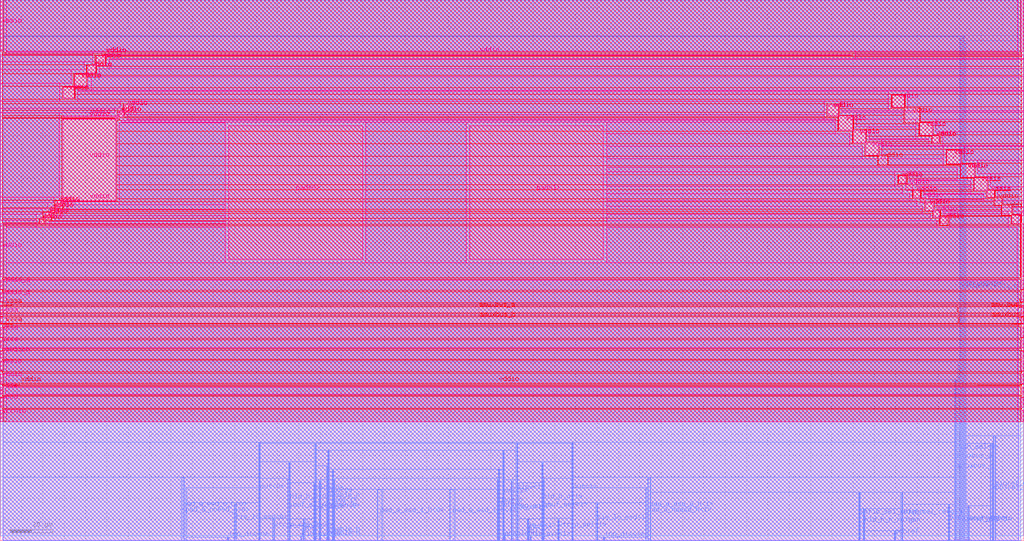
<source format=lef>
VERSION 5.7 ;
  NOWIREEXTENSIONATPIN ON ;
  DIVIDERCHAR "/" ;
  BUSBITCHARS "[]" ;
MACRO sky130_fd_io__corner_bus_overlay
  CLASS PAD ;
  FOREIGN sky130_fd_io__corner_bus_overlay ;
  ORIGIN 0.000 0.000 ;
  SIZE 200.000 BY 203.665 ;
  SYMMETRY X Y R90 ;
  PIN VSSA
    DIRECTION INOUT ;
    USE SIGNAL ;
    PORT
      LAYER met5 ;
        RECT 0.000 51.400 23.155 60.400 ;
    END
    PORT
      LAYER met5 ;
        RECT 0.000 40.500 1.335 43.750 ;
    END
    PORT
      LAYER met5 ;
        RECT 36.840 0.000 40.085 1.270 ;
    END
    PORT
      LAYER met5 ;
        RECT 47.735 0.000 56.735 26.820 ;
    END
    PORT
      LAYER met4 ;
        RECT 0.000 51.400 19.575 51.730 ;
    END
    PORT
      LAYER met4 ;
        RECT 0.000 40.400 1.335 43.850 ;
    END
    PORT
      LAYER met4 ;
        RECT 0.000 55.310 21.550 56.490 ;
    END
    PORT
      LAYER met4 ;
        RECT 0.000 60.070 23.175 60.400 ;
    END
    PORT
      LAYER met4 ;
        RECT 56.405 0.000 56.735 26.840 ;
    END
    PORT
      LAYER met4 ;
        RECT 51.645 0.000 52.825 21.555 ;
    END
    PORT
      LAYER met4 ;
        RECT 36.735 0.000 40.185 1.270 ;
    END
    PORT
      LAYER met4 ;
        RECT 47.735 0.000 48.065 23.240 ;
    END
  END VSSA
  PIN VSSIO
    DIRECTION INOUT ;
    USE SIGNAL ;
    PORT
      LAYER met5 ;
        RECT 0.000 179.450 1.435 203.665 ;
    END
    PORT
      LAYER met5 ;
        RECT 0.000 29.600 1.600 34.050 ;
    END
    PORT
      LAYER met5 ;
        RECT 25.935 0.000 30.385 1.270 ;
    END
    PORT
      LAYER met5 ;
        RECT 175.785 0.000 200.000 1.270 ;
    END
    PORT
      LAYER met4 ;
        RECT 0.000 29.500 1.600 34.150 ;
    END
    PORT
      LAYER met4 ;
        RECT 0.000 179.450 1.435 203.665 ;
    END
    PORT
      LAYER met4 ;
        RECT 175.785 0.000 200.000 1.270 ;
    END
    PORT
      LAYER met4 ;
        RECT 25.835 0.000 30.485 1.270 ;
    END
  END VSSIO
  PIN VSWITCH
    DIRECTION INOUT ;
    USE SIGNAL ;
    PORT
      LAYER met5 ;
        RECT 0.000 35.650 1.385 38.900 ;
    END
    PORT
      LAYER met5 ;
        RECT 31.985 0.000 35.235 1.270 ;
    END
    PORT
      LAYER met4 ;
        RECT 0.000 35.550 1.385 39.000 ;
    END
    PORT
      LAYER met4 ;
        RECT 31.885 0.000 35.335 1.270 ;
    END
  END VSWITCH
  PIN VSSD
    DIRECTION INOUT ;
    USE SIGNAL ;
    PORT
      LAYER met5 ;
        RECT 0.000 45.350 1.475 49.800 ;
    END
    PORT
      LAYER met5 ;
        RECT 41.685 0.000 46.135 1.270 ;
    END
    PORT
      LAYER met4 ;
        RECT 0.000 45.250 1.475 49.900 ;
    END
    PORT
      LAYER met4 ;
        RECT 41.585 0.000 46.235 1.270 ;
    END
  END VSSD
  PIN VSSIO_Q
    DIRECTION INOUT ;
    USE SIGNAL ;
    PORT
      LAYER met5 ;
        RECT 0.000 62.000 1.625 66.250 ;
    END
    PORT
      LAYER met5 ;
        RECT 58.335 0.000 62.585 1.270 ;
    END
    PORT
      LAYER met4 ;
        RECT 0.000 61.900 1.625 66.350 ;
    END
    PORT
      LAYER met4 ;
        RECT 58.235 0.000 62.685 1.270 ;
    END
  END VSSIO_Q
  PIN VDDIO_Q
    DIRECTION INOUT ;
    USE SIGNAL ;
    PORT
      LAYER met5 ;
        RECT 0.000 67.850 1.480 72.100 ;
    END
    PORT
      LAYER met5 ;
        RECT 64.185 0.000 68.435 1.270 ;
    END
    PORT
      LAYER met4 ;
        RECT 0.000 67.750 1.480 72.200 ;
    END
    PORT
      LAYER met4 ;
        RECT 64.085 0.000 68.535 1.270 ;
    END
  END VDDIO_Q
  PIN VDDIO
    DIRECTION INOUT ;
    USE SIGNAL ;
    PORT
      LAYER met5 ;
        RECT 0.000 73.700 2.645 98.650 ;
    END
    PORT
      LAYER met5 ;
        RECT 0.000 23.550 1.525 28.000 ;
    END
    PORT
      LAYER met5 ;
        RECT 19.885 0.000 24.335 1.270 ;
    END
    PORT
      LAYER met5 ;
        RECT 70.035 0.000 94.985 1.520 ;
    END
    PORT
      LAYER met4 ;
        RECT 0.000 23.450 1.525 28.100 ;
    END
    PORT
      LAYER met4 ;
        RECT 0.000 73.700 2.645 98.665 ;
    END
    PORT
      LAYER met4 ;
        RECT 70.035 0.000 95.000 1.520 ;
    END
    PORT
      LAYER met4 ;
        RECT 19.785 0.000 24.435 1.270 ;
    END
  END VDDIO
  PIN VDDA
    DIRECTION INOUT ;
    USE SIGNAL ;
    PORT
      LAYER met5 ;
        RECT 0.000 18.700 1.470 21.950 ;
    END
    PORT
      LAYER met5 ;
        RECT 15.035 0.000 18.285 1.255 ;
    END
    PORT
      LAYER met4 ;
        RECT 0.000 18.600 1.470 22.050 ;
    END
    PORT
      LAYER met4 ;
        RECT 14.935 0.000 18.385 1.255 ;
    END
  END VDDA
  PIN VCCHIB
    DIRECTION INOUT ;
    USE SIGNAL ;
    PORT
      LAYER met5 ;
        RECT 0.000 5.800 2.350 11.050 ;
    END
    PORT
      LAYER met5 ;
        RECT 2.135 0.000 7.385 1.270 ;
    END
    PORT
      LAYER met4 ;
        RECT 0.000 5.700 2.350 11.150 ;
    END
    PORT
      LAYER met4 ;
        RECT 2.035 0.000 7.485 1.270 ;
    END
  END VCCHIB
  PIN VCCD
    DIRECTION INOUT ;
    USE SIGNAL ;
    PORT
      LAYER met5 ;
        RECT 0.000 12.650 3.785 17.100 ;
    END
    PORT
      LAYER met5 ;
        RECT 8.985 0.000 13.435 1.270 ;
    END
    PORT
      LAYER met4 ;
        RECT 0.000 12.550 3.785 17.200 ;
    END
    PORT
      LAYER met4 ;
        RECT 8.885 0.000 13.535 1.270 ;
    END
  END VCCD
  PIN AMUXBUS_A
    DIRECTION INOUT ;
    USE SIGNAL ;
    PORT
      LAYER met4 ;
        RECT 0.000 56.790 22.910 59.770 ;
    END
    PORT
      LAYER met4 ;
        RECT 53.125 0.000 56.105 18.475 ;
    END
  END AMUXBUS_A
  PIN AMUXBUS_B
    DIRECTION INOUT ;
    USE SIGNAL ;
    PORT
      LAYER met4 ;
        RECT 0.000 52.030 20.935 55.010 ;
    END
    PORT
      LAYER met4 ;
        RECT 48.365 0.000 51.345 20.875 ;
    END
  END AMUXBUS_B
  OBS
      LAYER met4 ;
        RECT 1.835 179.050 200.000 203.665 ;
        RECT 0.000 99.065 200.000 179.050 ;
        RECT 3.045 73.300 200.000 99.065 ;
        RECT 0.000 72.600 200.000 73.300 ;
        RECT 1.880 67.350 200.000 72.600 ;
        RECT 0.000 66.750 200.000 67.350 ;
        RECT 2.025 61.500 200.000 66.750 ;
        RECT 0.000 60.800 200.000 61.500 ;
        RECT 23.575 59.670 200.000 60.800 ;
        RECT 23.310 56.390 200.000 59.670 ;
        RECT 21.950 54.910 200.000 56.390 ;
        RECT 21.335 51.630 200.000 54.910 ;
        RECT 19.975 51.000 200.000 51.630 ;
        RECT 0.000 50.300 200.000 51.000 ;
        RECT 1.875 44.850 200.000 50.300 ;
        RECT 0.000 44.250 200.000 44.850 ;
        RECT 1.735 40.000 200.000 44.250 ;
        RECT 0.000 39.400 200.000 40.000 ;
        RECT 1.785 35.150 200.000 39.400 ;
        RECT 0.000 34.550 200.000 35.150 ;
        RECT 2.000 29.100 200.000 34.550 ;
        RECT 0.000 28.500 200.000 29.100 ;
        RECT 1.925 27.240 200.000 28.500 ;
        RECT 1.925 23.640 56.005 27.240 ;
        RECT 1.925 23.050 47.335 23.640 ;
        RECT 0.000 22.450 47.335 23.050 ;
        RECT 1.870 18.200 47.335 22.450 ;
        RECT 48.465 21.955 56.005 23.640 ;
        RECT 48.465 21.275 51.245 21.955 ;
        RECT 53.225 18.875 56.005 21.955 ;
        RECT 0.000 17.600 47.335 18.200 ;
        RECT 4.185 12.150 47.335 17.600 ;
        RECT 0.000 11.550 47.335 12.150 ;
        POLYGON 0.000 5.700 0.400 5.700 0.400 5.300 ;
        RECT 0.400 5.300 2.035 5.700 ;
        RECT 2.750 5.300 47.335 11.550 ;
        RECT 0.000 1.670 47.335 5.300 ;
        RECT 0.000 1.255 1.635 1.670 ;
        RECT 7.885 1.255 8.485 1.670 ;
        RECT 13.935 1.655 19.385 1.670 ;
        RECT 13.935 1.255 14.535 1.655 ;
        RECT 18.785 1.255 19.385 1.655 ;
        RECT 24.835 1.255 25.435 1.670 ;
        RECT 30.885 1.255 31.485 1.670 ;
        RECT 35.735 1.255 36.335 1.670 ;
        RECT 40.585 1.255 41.185 1.670 ;
        RECT 46.635 1.255 47.335 1.670 ;
        RECT 57.135 1.920 200.000 27.240 ;
        RECT 57.135 1.670 69.635 1.920 ;
        RECT 57.135 1.255 57.835 1.670 ;
        RECT 63.085 1.255 63.685 1.670 ;
        RECT 68.935 1.255 69.635 1.670 ;
        RECT 95.400 1.670 200.000 1.920 ;
        RECT 95.400 1.255 175.385 1.670 ;
      LAYER met5 ;
        RECT 3.035 177.850 200.000 203.665 ;
        RECT 0.000 100.250 200.000 177.850 ;
        RECT 4.245 72.100 200.000 100.250 ;
        RECT 3.080 67.850 200.000 72.100 ;
        RECT 3.225 62.000 200.000 67.850 ;
        RECT 24.755 49.800 200.000 62.000 ;
        RECT 3.075 43.750 200.000 49.800 ;
        RECT 2.935 40.500 200.000 43.750 ;
        RECT 2.985 35.650 200.000 40.500 ;
        RECT 3.200 28.420 200.000 35.650 ;
        RECT 3.200 28.000 46.135 28.420 ;
        RECT 3.125 21.950 46.135 28.000 ;
        RECT 3.070 18.700 46.135 21.950 ;
        RECT 5.385 11.050 46.135 18.700 ;
        POLYGON 0.000 5.800 1.600 5.800 1.600 4.200 ;
        RECT 1.600 4.200 2.135 5.800 ;
        RECT 3.950 4.200 46.135 11.050 ;
        RECT 0.000 2.870 46.135 4.200 ;
        RECT 58.335 3.120 200.000 28.420 ;
        RECT 58.335 2.870 68.435 3.120 ;
        RECT 96.585 2.870 200.000 3.120 ;
        RECT 0.000 0.000 0.535 2.870 ;
        RECT 15.035 2.855 18.285 2.870 ;
        RECT 96.585 0.000 174.185 2.870 ;
  END
END sky130_fd_io__corner_bus_overlay

#--------EOF---------

MACRO sky130_fd_io__hvclampv2
  CLASS BLOCK ;
  FOREIGN sky130_fd_io__hvclampv2 ;
  ORIGIN 0.000 0.000 ;
  SIZE 75.000 BY 200.000 ;
  SYMMETRY R90 ;
  PIN vssd
    DIRECTION INOUT ;
    USE GROUND ;
    PORT
      LAYER met1 ;
        RECT 47.685 23.960 51.315 42.480 ;
    END
    PORT
      LAYER met1 ;
        RECT 3.105 38.815 5.615 42.480 ;
    END
    PORT
      LAYER met1 ;
        RECT 3.105 38.745 5.545 38.815 ;
    END
    PORT
      LAYER met1 ;
        RECT 3.105 38.675 5.475 38.745 ;
    END
    PORT
      LAYER met1 ;
        RECT 3.105 38.605 5.405 38.675 ;
    END
    PORT
      LAYER met1 ;
        RECT 3.105 38.535 5.335 38.605 ;
    END
    PORT
      LAYER met1 ;
        RECT 3.105 38.465 5.265 38.535 ;
    END
    PORT
      LAYER met1 ;
        RECT 3.105 38.395 5.195 38.465 ;
    END
    PORT
      LAYER met1 ;
        RECT 3.105 38.325 5.125 38.395 ;
    END
    PORT
      LAYER met1 ;
        RECT 3.105 38.255 5.055 38.325 ;
    END
    PORT
      LAYER met1 ;
        RECT 3.105 38.185 4.985 38.255 ;
    END
    PORT
      LAYER met1 ;
        RECT 3.105 38.115 4.915 38.185 ;
    END
    PORT
      LAYER met1 ;
        RECT 3.105 38.045 4.845 38.115 ;
    END
    PORT
      LAYER met1 ;
        RECT 3.105 37.975 4.775 38.045 ;
    END
    PORT
      LAYER met1 ;
        RECT 3.105 29.155 4.705 37.975 ;
    END
    PORT
      LAYER met1 ;
        RECT 3.100 23.905 11.830 27.590 ;
    END
    PORT
      LAYER met1 ;
        RECT 3.100 23.835 11.760 23.905 ;
    END
    PORT
      LAYER met1 ;
        RECT 3.100 23.765 11.690 23.835 ;
    END
    PORT
      LAYER met1 ;
        RECT 3.100 23.695 11.620 23.765 ;
    END
    PORT
      LAYER met1 ;
        RECT 3.100 23.625 11.550 23.695 ;
    END
    PORT
      LAYER met1 ;
        RECT 3.100 23.555 11.480 23.625 ;
    END
    PORT
      LAYER met1 ;
        RECT 3.100 23.485 11.410 23.555 ;
    END
    PORT
      LAYER met1 ;
        RECT 3.100 23.415 11.340 23.485 ;
    END
    PORT
      LAYER met1 ;
        RECT 3.100 23.345 11.270 23.415 ;
    END
    PORT
      LAYER met1 ;
        RECT 3.100 23.275 11.200 23.345 ;
    END
    PORT
      LAYER met1 ;
        RECT 3.100 23.205 11.130 23.275 ;
    END
    PORT
      LAYER met1 ;
        RECT 3.100 23.135 11.060 23.205 ;
    END
    PORT
      LAYER met1 ;
        RECT 3.100 23.065 10.990 23.135 ;
    END
    PORT
      LAYER met1 ;
        RECT 3.100 22.995 10.920 23.065 ;
    END
    PORT
      LAYER met1 ;
        RECT 3.100 22.925 10.850 22.995 ;
    END
    PORT
      LAYER met1 ;
        RECT 3.100 22.855 10.780 22.925 ;
    END
    PORT
      LAYER met1 ;
        RECT 3.100 22.785 10.710 22.855 ;
    END
    PORT
      LAYER met1 ;
        RECT 3.100 22.715 10.640 22.785 ;
    END
    PORT
      LAYER met1 ;
        RECT 3.100 22.645 10.570 22.715 ;
    END
    PORT
      LAYER met1 ;
        RECT 3.100 22.575 10.500 22.645 ;
    END
    PORT
      LAYER met1 ;
        RECT 3.100 22.505 10.430 22.575 ;
    END
    PORT
      LAYER met1 ;
        RECT 3.100 22.435 10.360 22.505 ;
    END
    PORT
      LAYER met1 ;
        RECT 3.100 22.365 10.290 22.435 ;
    END
    PORT
      LAYER met1 ;
        RECT 3.100 22.295 10.220 22.365 ;
    END
    PORT
      LAYER met1 ;
        RECT 3.100 22.225 10.150 22.295 ;
    END
    PORT
      LAYER met1 ;
        RECT 3.100 22.155 10.080 22.225 ;
    END
    PORT
      LAYER met1 ;
        RECT 3.100 22.085 10.010 22.155 ;
    END
    PORT
      LAYER met1 ;
        RECT 3.100 22.015 9.940 22.085 ;
    END
    PORT
      LAYER met1 ;
        RECT 3.100 21.945 9.870 22.015 ;
    END
    PORT
      LAYER met1 ;
        RECT 3.100 21.875 9.800 21.945 ;
    END
    PORT
      LAYER met1 ;
        RECT 3.100 21.805 9.730 21.875 ;
    END
    PORT
      LAYER met1 ;
        RECT 3.100 21.735 9.660 21.805 ;
    END
    PORT
      LAYER met1 ;
        RECT 3.100 21.665 9.590 21.735 ;
    END
    PORT
      LAYER met1 ;
        RECT 3.100 21.595 9.520 21.665 ;
    END
    PORT
      LAYER met1 ;
        RECT 3.100 21.525 9.450 21.595 ;
    END
    PORT
      LAYER met1 ;
        RECT 3.100 21.455 9.380 21.525 ;
    END
    PORT
      LAYER met1 ;
        RECT 3.100 21.385 9.310 21.455 ;
    END
    PORT
      LAYER met1 ;
        RECT 3.100 21.315 9.240 21.385 ;
    END
    PORT
      LAYER met1 ;
        RECT 3.100 21.245 9.170 21.315 ;
    END
    PORT
      LAYER met1 ;
        RECT 3.100 21.175 9.100 21.245 ;
    END
    PORT
      LAYER met1 ;
        RECT 3.100 21.105 9.030 21.175 ;
    END
    PORT
      LAYER met1 ;
        RECT 3.100 21.035 8.960 21.105 ;
    END
    PORT
      LAYER met1 ;
        RECT 3.100 20.965 8.890 21.035 ;
    END
    PORT
      LAYER met1 ;
        RECT 3.100 20.895 8.820 20.965 ;
    END
    PORT
      LAYER met1 ;
        RECT 3.100 20.825 8.750 20.895 ;
    END
    PORT
      LAYER met1 ;
        RECT 3.100 20.755 8.680 20.825 ;
    END
    PORT
      LAYER met1 ;
        RECT 3.100 20.685 8.610 20.755 ;
    END
    PORT
      LAYER met1 ;
        RECT 3.100 20.615 8.540 20.685 ;
    END
    PORT
      LAYER met1 ;
        RECT 3.100 20.545 8.470 20.615 ;
    END
    PORT
      LAYER met1 ;
        RECT 3.100 20.475 8.400 20.545 ;
    END
    PORT
      LAYER met1 ;
        RECT 3.100 0.010 8.330 20.475 ;
    END
  END vssd
  PIN ogc_hvc
    DIRECTION INOUT ;
    USE POWER ;
    PORT
      LAYER met2 ;
        RECT 25.895 0.000 27.895 1.920 ;
    END
  END ogc_hvc
  PIN src_bdy_hvc
    DIRECTION INOUT ;
    USE GROUND ;
    PORT
      LAYER met3 ;
        RECT 15.500 172.640 25.010 195.075 ;
    END
    PORT
      LAYER met3 ;
        RECT 15.500 172.580 24.950 172.640 ;
    END
    PORT
      LAYER met3 ;
        RECT 15.500 172.430 24.800 172.580 ;
    END
    PORT
      LAYER met3 ;
        RECT 15.500 172.280 24.650 172.430 ;
    END
    PORT
      LAYER met3 ;
        RECT 15.500 172.130 24.500 172.280 ;
    END
    PORT
      LAYER met3 ;
        RECT 15.500 171.980 24.350 172.130 ;
    END
    PORT
      LAYER met3 ;
        RECT 15.500 171.830 24.200 171.980 ;
    END
    PORT
      LAYER met3 ;
        RECT 15.500 171.680 24.050 171.830 ;
    END
    PORT
      LAYER met3 ;
        RECT 15.500 171.530 23.900 171.680 ;
    END
    PORT
      LAYER met3 ;
        RECT 15.500 171.380 23.750 171.530 ;
    END
    PORT
      LAYER met3 ;
        RECT 15.500 171.230 23.600 171.380 ;
    END
    PORT
      LAYER met3 ;
        RECT 15.500 171.080 23.450 171.230 ;
    END
    PORT
      LAYER met3 ;
        RECT 15.500 170.930 23.300 171.080 ;
    END
    PORT
      LAYER met3 ;
        RECT 15.500 170.780 23.150 170.930 ;
    END
    PORT
      LAYER met3 ;
        RECT 15.500 170.630 23.000 170.780 ;
    END
    PORT
      LAYER met3 ;
        RECT 15.500 170.480 22.850 170.630 ;
    END
    PORT
      LAYER met3 ;
        RECT 15.500 170.330 22.700 170.480 ;
    END
    PORT
      LAYER met3 ;
        RECT 15.500 170.180 22.550 170.330 ;
    END
    PORT
      LAYER met3 ;
        RECT 15.500 170.030 22.400 170.180 ;
    END
    PORT
      LAYER met3 ;
        RECT 15.500 169.880 22.250 170.030 ;
    END
    PORT
      LAYER met3 ;
        RECT 15.500 169.730 22.100 169.880 ;
    END
    PORT
      LAYER met3 ;
        RECT 15.500 169.580 21.950 169.730 ;
    END
    PORT
      LAYER met3 ;
        RECT 15.500 169.430 21.800 169.580 ;
    END
    PORT
      LAYER met3 ;
        RECT 15.500 169.280 21.650 169.430 ;
    END
    PORT
      LAYER met3 ;
        RECT 15.500 102.200 21.500 169.280 ;
    END
    PORT
      LAYER met3 ;
        RECT 25.930 175.350 36.820 195.075 ;
    END
    PORT
      LAYER met3 ;
        RECT 25.930 175.260 36.730 175.350 ;
    END
    PORT
      LAYER met3 ;
        RECT 25.930 175.110 36.580 175.260 ;
    END
    PORT
      LAYER met3 ;
        RECT 25.930 174.960 36.430 175.110 ;
    END
    PORT
      LAYER met3 ;
        RECT 25.930 174.810 36.280 174.960 ;
    END
    PORT
      LAYER met3 ;
        RECT 25.930 174.660 36.130 174.810 ;
    END
    PORT
      LAYER met3 ;
        RECT 25.930 174.510 35.980 174.660 ;
    END
    PORT
      LAYER met3 ;
        RECT 25.930 174.360 35.830 174.510 ;
    END
    PORT
      LAYER met3 ;
        RECT 25.930 174.210 35.680 174.360 ;
    END
    PORT
      LAYER met3 ;
        RECT 25.930 174.060 35.530 174.210 ;
    END
    PORT
      LAYER met3 ;
        RECT 25.930 173.910 35.380 174.060 ;
    END
    PORT
      LAYER met3 ;
        RECT 25.930 173.760 35.230 173.910 ;
    END
    PORT
      LAYER met3 ;
        RECT 25.930 173.610 35.080 173.760 ;
    END
    PORT
      LAYER met3 ;
        RECT 25.930 173.460 34.930 173.610 ;
    END
    PORT
      LAYER met3 ;
        RECT 25.930 173.310 34.780 173.460 ;
    END
    PORT
      LAYER met3 ;
        RECT 25.930 173.160 34.630 173.310 ;
    END
    PORT
      LAYER met3 ;
        RECT 25.930 173.010 34.480 173.160 ;
    END
    PORT
      LAYER met3 ;
        RECT 25.930 172.860 34.330 173.010 ;
    END
    PORT
      LAYER met3 ;
        RECT 25.930 172.710 34.180 172.860 ;
    END
    PORT
      LAYER met3 ;
        RECT 25.930 172.560 34.030 172.710 ;
    END
    PORT
      LAYER met3 ;
        RECT 25.930 172.410 33.880 172.560 ;
    END
    PORT
      LAYER met3 ;
        RECT 25.930 172.260 33.730 172.410 ;
    END
    PORT
      LAYER met3 ;
        RECT 25.930 172.110 33.580 172.260 ;
    END
    PORT
      LAYER met3 ;
        RECT 25.930 171.960 33.430 172.110 ;
    END
    PORT
      LAYER met3 ;
        RECT 25.930 171.810 33.280 171.960 ;
    END
    PORT
      LAYER met3 ;
        RECT 25.930 171.660 33.130 171.810 ;
    END
    PORT
      LAYER met3 ;
        RECT 25.930 171.510 32.980 171.660 ;
    END
    PORT
      LAYER met3 ;
        RECT 25.930 171.360 32.830 171.510 ;
    END
    PORT
      LAYER met3 ;
        RECT 25.930 171.210 32.680 171.360 ;
    END
    PORT
      LAYER met3 ;
        RECT 25.930 171.060 32.530 171.210 ;
    END
    PORT
      LAYER met3 ;
        RECT 25.930 170.910 32.380 171.060 ;
    END
    PORT
      LAYER met3 ;
        RECT 25.930 170.760 32.230 170.910 ;
    END
    PORT
      LAYER met3 ;
        RECT 25.930 170.610 32.080 170.760 ;
    END
    PORT
      LAYER met3 ;
        RECT 25.930 102.390 31.930 170.610 ;
    END
    PORT
      LAYER met3 ;
        RECT 15.645 102.055 23.980 102.200 ;
    END
    PORT
      LAYER met3 ;
        RECT 15.795 101.905 24.125 102.055 ;
    END
    PORT
      LAYER met3 ;
        RECT 15.945 101.755 24.275 101.905 ;
    END
    PORT
      LAYER met3 ;
        RECT 16.095 101.605 24.425 101.755 ;
    END
    PORT
      LAYER met3 ;
        RECT 16.245 101.455 24.575 101.605 ;
    END
    PORT
      LAYER met3 ;
        RECT 16.395 101.305 24.725 101.455 ;
    END
    PORT
      LAYER met3 ;
        RECT 16.545 101.155 24.875 101.305 ;
    END
    PORT
      LAYER met3 ;
        RECT 16.695 101.005 25.025 101.155 ;
    END
    PORT
      LAYER met3 ;
        RECT 16.845 100.855 25.175 101.005 ;
    END
    PORT
      LAYER met3 ;
        RECT 16.995 100.705 25.325 100.855 ;
    END
    PORT
      LAYER met3 ;
        RECT 17.145 100.555 25.475 100.705 ;
    END
    PORT
      LAYER met3 ;
        RECT 17.295 100.405 25.625 100.555 ;
    END
    PORT
      LAYER met3 ;
        RECT 17.445 100.255 25.775 100.405 ;
    END
    PORT
      LAYER met3 ;
        RECT 17.595 100.105 25.925 100.255 ;
    END
    PORT
      LAYER met3 ;
        RECT 17.745 99.955 26.075 100.105 ;
    END
    PORT
      LAYER met3 ;
        RECT 17.895 99.805 26.225 99.955 ;
    END
    PORT
      LAYER met3 ;
        RECT 18.045 99.655 26.375 99.805 ;
    END
    PORT
      LAYER met3 ;
        RECT 18.195 99.505 26.525 99.655 ;
    END
    PORT
      LAYER met3 ;
        RECT 18.345 99.355 26.675 99.505 ;
    END
    PORT
      LAYER met3 ;
        RECT 18.495 99.205 26.825 99.355 ;
    END
    PORT
      LAYER met3 ;
        RECT 18.645 99.055 26.975 99.205 ;
    END
    PORT
      LAYER met3 ;
        RECT 18.795 98.905 27.125 99.055 ;
    END
    PORT
      LAYER met3 ;
        RECT 18.945 98.755 27.275 98.905 ;
    END
    PORT
      LAYER met3 ;
        RECT 19.095 98.605 27.425 98.755 ;
    END
    PORT
      LAYER met3 ;
        RECT 19.245 98.455 27.575 98.605 ;
    END
    PORT
      LAYER met3 ;
        RECT 19.395 98.305 27.725 98.455 ;
    END
    PORT
      LAYER met3 ;
        RECT 19.545 98.155 27.875 98.305 ;
    END
    PORT
      LAYER met3 ;
        RECT 19.695 98.005 28.025 98.155 ;
    END
    PORT
      LAYER met3 ;
        RECT 19.845 97.855 28.175 98.005 ;
    END
    PORT
      LAYER met3 ;
        RECT 19.995 97.705 28.325 97.855 ;
    END
    PORT
      LAYER met3 ;
        RECT 20.145 97.555 28.475 97.705 ;
    END
    PORT
      LAYER met3 ;
        RECT 20.295 97.405 28.625 97.555 ;
    END
    PORT
      LAYER met3 ;
        RECT 20.445 97.255 28.775 97.405 ;
    END
    PORT
      LAYER met3 ;
        RECT 20.595 97.105 28.925 97.255 ;
    END
    PORT
      LAYER met3 ;
        RECT 20.745 96.955 29.075 97.105 ;
    END
    PORT
      LAYER met3 ;
        RECT 20.895 96.805 29.225 96.955 ;
    END
    PORT
      LAYER met3 ;
        RECT 21.045 96.655 29.375 96.805 ;
    END
    PORT
      LAYER met3 ;
        RECT 21.195 96.505 29.525 96.655 ;
    END
    PORT
      LAYER met3 ;
        RECT 21.345 96.355 29.525 96.505 ;
    END
    PORT
      LAYER met3 ;
        RECT 21.495 96.205 29.525 96.355 ;
    END
    PORT
      LAYER met3 ;
        RECT 21.645 96.055 29.525 96.205 ;
    END
    PORT
      LAYER met3 ;
        RECT 21.795 95.905 29.525 96.055 ;
    END
    PORT
      LAYER met3 ;
        RECT 21.945 95.755 29.525 95.905 ;
    END
    PORT
      LAYER met3 ;
        RECT 22.095 95.605 29.525 95.755 ;
    END
    PORT
      LAYER met3 ;
        RECT 22.245 95.455 29.525 95.605 ;
    END
    PORT
      LAYER met3 ;
        RECT 22.395 95.305 29.525 95.455 ;
    END
    PORT
      LAYER met3 ;
        RECT 22.545 95.155 29.525 95.305 ;
    END
    PORT
      LAYER met3 ;
        RECT 22.695 95.005 29.525 95.155 ;
    END
    PORT
      LAYER met3 ;
        RECT 22.845 94.855 29.525 95.005 ;
    END
    PORT
      LAYER met3 ;
        RECT 22.995 94.705 29.525 94.855 ;
    END
    PORT
      LAYER met3 ;
        RECT 23.145 94.555 29.525 94.705 ;
    END
    PORT
      LAYER met3 ;
        RECT 23.295 94.405 29.525 94.555 ;
    END
    PORT
      LAYER met3 ;
        RECT 23.445 94.255 29.525 94.405 ;
    END
    PORT
      LAYER met3 ;
        RECT 23.595 94.105 29.525 94.255 ;
    END
    PORT
      LAYER met3 ;
        RECT 23.745 92.540 29.525 94.105 ;
    END
    PORT
      LAYER met3 ;
        RECT 26.025 102.295 34.400 102.390 ;
    END
    PORT
      LAYER met3 ;
        RECT 26.175 102.145 34.495 102.295 ;
    END
    PORT
      LAYER met3 ;
        RECT 26.325 101.995 34.645 102.145 ;
    END
    PORT
      LAYER met3 ;
        RECT 26.475 101.845 34.795 101.995 ;
    END
    PORT
      LAYER met3 ;
        RECT 26.625 101.695 34.945 101.845 ;
    END
    PORT
      LAYER met3 ;
        RECT 26.775 101.545 35.095 101.695 ;
    END
    PORT
      LAYER met3 ;
        RECT 26.925 101.395 35.245 101.545 ;
    END
    PORT
      LAYER met3 ;
        RECT 27.075 101.245 35.395 101.395 ;
    END
    PORT
      LAYER met3 ;
        RECT 27.225 101.095 35.545 101.245 ;
    END
    PORT
      LAYER met3 ;
        RECT 27.375 100.945 35.695 101.095 ;
    END
    PORT
      LAYER met3 ;
        RECT 27.525 100.795 35.845 100.945 ;
    END
    PORT
      LAYER met3 ;
        RECT 27.675 100.645 35.995 100.795 ;
    END
    PORT
      LAYER met3 ;
        RECT 27.825 100.495 36.145 100.645 ;
    END
    PORT
      LAYER met3 ;
        RECT 27.975 100.345 36.295 100.495 ;
    END
    PORT
      LAYER met3 ;
        RECT 28.125 100.195 36.445 100.345 ;
    END
    PORT
      LAYER met3 ;
        RECT 28.275 100.045 36.595 100.195 ;
    END
    PORT
      LAYER met3 ;
        RECT 28.425 99.895 36.745 100.045 ;
    END
    PORT
      LAYER met3 ;
        RECT 28.495 99.825 36.895 99.895 ;
    END
    PORT
      LAYER met3 ;
        RECT 28.645 99.675 36.895 99.825 ;
    END
    PORT
      LAYER met3 ;
        RECT 28.795 99.525 36.895 99.675 ;
    END
    PORT
      LAYER met3 ;
        RECT 28.945 99.375 36.895 99.525 ;
    END
    PORT
      LAYER met3 ;
        RECT 29.095 99.225 36.895 99.375 ;
    END
    PORT
      LAYER met3 ;
        RECT 29.245 99.075 36.895 99.225 ;
    END
    PORT
      LAYER met3 ;
        RECT 29.395 98.925 36.895 99.075 ;
    END
    PORT
      LAYER met3 ;
        RECT 29.545 98.775 36.895 98.925 ;
    END
    PORT
      LAYER met3 ;
        RECT 29.695 98.625 36.895 98.775 ;
    END
    PORT
      LAYER met3 ;
        RECT 29.845 98.475 36.895 98.625 ;
    END
    PORT
      LAYER met3 ;
        RECT 29.995 98.325 36.895 98.475 ;
    END
    PORT
      LAYER met3 ;
        RECT 30.145 98.175 36.895 98.325 ;
    END
    PORT
      LAYER met3 ;
        RECT 30.295 98.025 36.895 98.175 ;
    END
    PORT
      LAYER met3 ;
        RECT 30.445 97.875 36.895 98.025 ;
    END
    PORT
      LAYER met3 ;
        RECT 30.595 97.725 36.895 97.875 ;
    END
    PORT
      LAYER met3 ;
        RECT 30.745 97.575 36.895 97.725 ;
    END
    PORT
      LAYER met3 ;
        RECT 30.895 97.425 36.895 97.575 ;
    END
    PORT
      LAYER met3 ;
        RECT 31.045 97.275 36.895 97.425 ;
    END
    PORT
      LAYER met3 ;
        RECT 31.195 97.125 36.895 97.275 ;
    END
    PORT
      LAYER met3 ;
        RECT 31.345 96.975 36.895 97.125 ;
    END
    PORT
      LAYER met3 ;
        RECT 31.495 96.825 36.895 96.975 ;
    END
    PORT
      LAYER met3 ;
        RECT 31.645 96.675 36.895 96.825 ;
    END
    PORT
      LAYER met3 ;
        RECT 31.795 96.525 36.895 96.675 ;
    END
    PORT
      LAYER met3 ;
        RECT 31.945 0.000 36.895 96.525 ;
    END
    PORT
      LAYER met3 ;
        RECT 23.820 92.465 30.085 92.540 ;
    END
    PORT
      LAYER met3 ;
        RECT 23.895 92.390 30.160 92.465 ;
    END
    PORT
      LAYER met2 ;
        RECT 0.495 0.000 24.395 2.055 ;
    END
    PORT
      LAYER met2 ;
        RECT 0.935 2.055 24.395 18.490 ;
    END
    PORT
      LAYER met2 ;
        RECT 0.935 18.490 15.205 41.950 ;
    END
    PORT
      LAYER met2 ;
        RECT 54.670 36.115 56.915 39.665 ;
    END
    PORT
      LAYER met2 ;
        RECT 0.935 41.950 14.120 195.075 ;
    END
  END src_bdy_hvc
  PIN drn_hvc
    DIRECTION INOUT ;
    USE POWER ;
    PORT
      LAYER met3 ;
        RECT 42.855 108.150 48.855 190.020 ;
    END
    PORT
      LAYER met3 ;
        RECT 53.285 107.960 59.285 190.040 ;
    END
    PORT
      LAYER met3 ;
        RECT 40.385 108.055 48.760 108.150 ;
    END
    PORT
      LAYER met3 ;
        RECT 40.290 107.905 48.610 108.055 ;
    END
    PORT
      LAYER met3 ;
        RECT 40.140 107.755 48.460 107.905 ;
    END
    PORT
      LAYER met3 ;
        RECT 39.990 107.605 48.310 107.755 ;
    END
    PORT
      LAYER met3 ;
        RECT 39.840 107.455 48.160 107.605 ;
    END
    PORT
      LAYER met3 ;
        RECT 39.690 107.305 48.010 107.455 ;
    END
    PORT
      LAYER met3 ;
        RECT 39.540 107.155 47.860 107.305 ;
    END
    PORT
      LAYER met3 ;
        RECT 39.390 107.005 47.710 107.155 ;
    END
    PORT
      LAYER met3 ;
        RECT 39.240 106.855 47.560 107.005 ;
    END
    PORT
      LAYER met3 ;
        RECT 39.090 106.705 47.410 106.855 ;
    END
    PORT
      LAYER met3 ;
        RECT 38.940 106.555 47.260 106.705 ;
    END
    PORT
      LAYER met3 ;
        RECT 38.790 106.405 47.110 106.555 ;
    END
    PORT
      LAYER met3 ;
        RECT 38.640 106.255 46.960 106.405 ;
    END
    PORT
      LAYER met3 ;
        RECT 38.490 106.105 46.810 106.255 ;
    END
    PORT
      LAYER met3 ;
        RECT 38.340 105.955 46.660 106.105 ;
    END
    PORT
      LAYER met3 ;
        RECT 38.190 105.805 46.510 105.955 ;
    END
    PORT
      LAYER met3 ;
        RECT 38.040 105.655 46.360 105.805 ;
    END
    PORT
      LAYER met3 ;
        RECT 50.805 107.905 59.230 107.960 ;
    END
    PORT
      LAYER met3 ;
        RECT 50.750 107.755 59.080 107.905 ;
    END
    PORT
      LAYER met3 ;
        RECT 50.600 107.605 58.930 107.755 ;
    END
    PORT
      LAYER met3 ;
        RECT 50.450 107.455 58.780 107.605 ;
    END
    PORT
      LAYER met3 ;
        RECT 50.300 107.305 58.630 107.455 ;
    END
    PORT
      LAYER met3 ;
        RECT 50.150 107.155 58.480 107.305 ;
    END
    PORT
      LAYER met3 ;
        RECT 50.000 107.005 58.330 107.155 ;
    END
    PORT
      LAYER met3 ;
        RECT 49.850 106.855 58.180 107.005 ;
    END
    PORT
      LAYER met3 ;
        RECT 49.700 106.705 58.030 106.855 ;
    END
    PORT
      LAYER met3 ;
        RECT 49.550 106.555 57.880 106.705 ;
    END
    PORT
      LAYER met3 ;
        RECT 49.400 106.405 57.730 106.555 ;
    END
    PORT
      LAYER met3 ;
        RECT 49.250 106.255 57.580 106.405 ;
    END
    PORT
      LAYER met3 ;
        RECT 49.100 106.105 57.430 106.255 ;
    END
    PORT
      LAYER met3 ;
        RECT 48.950 105.955 57.280 106.105 ;
    END
    PORT
      LAYER met3 ;
        RECT 48.800 105.805 57.130 105.955 ;
    END
    PORT
      LAYER met3 ;
        RECT 48.650 105.655 56.980 105.805 ;
    END
    PORT
      LAYER met3 ;
        RECT 48.500 105.505 56.830 105.655 ;
    END
    PORT
      LAYER met3 ;
        RECT 48.350 105.355 56.680 105.505 ;
    END
    PORT
      LAYER met3 ;
        RECT 48.200 105.205 56.530 105.355 ;
    END
    PORT
      LAYER met3 ;
        RECT 48.050 105.055 56.380 105.205 ;
    END
    PORT
      LAYER met3 ;
        RECT 47.900 104.905 56.230 105.055 ;
    END
    PORT
      LAYER met3 ;
        RECT 47.750 104.755 56.080 104.905 ;
    END
    PORT
      LAYER met3 ;
        RECT 47.600 104.605 55.930 104.755 ;
    END
    PORT
      LAYER met3 ;
        RECT 47.450 104.455 55.780 104.605 ;
    END
    PORT
      LAYER met3 ;
        RECT 47.300 104.305 55.630 104.455 ;
    END
    PORT
      LAYER met3 ;
        RECT 47.150 104.155 55.480 104.305 ;
    END
    PORT
      LAYER met3 ;
        RECT 47.000 104.005 55.330 104.155 ;
    END
    PORT
      LAYER met3 ;
        RECT 46.850 103.855 55.180 104.005 ;
    END
    PORT
      LAYER met3 ;
        RECT 46.700 103.705 55.030 103.855 ;
    END
    PORT
      LAYER met3 ;
        RECT 46.550 103.555 54.880 103.705 ;
    END
    PORT
      LAYER met3 ;
        RECT 46.400 103.405 54.730 103.555 ;
    END
    PORT
      LAYER met3 ;
        RECT 46.250 103.255 54.580 103.405 ;
    END
    PORT
      LAYER met3 ;
        RECT 46.100 103.105 54.430 103.255 ;
    END
    PORT
      LAYER met3 ;
        RECT 45.950 102.955 54.280 103.105 ;
    END
    PORT
      LAYER met3 ;
        RECT 45.800 102.805 54.130 102.955 ;
    END
    PORT
      LAYER met3 ;
        RECT 45.650 102.655 53.980 102.805 ;
    END
    PORT
      LAYER met3 ;
        RECT 45.500 102.505 53.830 102.655 ;
    END
    PORT
      LAYER met3 ;
        RECT 37.890 105.585 46.290 105.655 ;
    END
    PORT
      LAYER met3 ;
        RECT 37.890 105.435 46.140 105.585 ;
    END
    PORT
      LAYER met3 ;
        RECT 37.890 105.285 45.990 105.435 ;
    END
    PORT
      LAYER met3 ;
        RECT 37.890 105.135 45.840 105.285 ;
    END
    PORT
      LAYER met3 ;
        RECT 37.890 104.985 45.690 105.135 ;
    END
    PORT
      LAYER met3 ;
        RECT 37.890 104.835 45.540 104.985 ;
    END
    PORT
      LAYER met3 ;
        RECT 37.890 104.685 45.390 104.835 ;
    END
    PORT
      LAYER met3 ;
        RECT 37.890 104.535 45.240 104.685 ;
    END
    PORT
      LAYER met3 ;
        RECT 37.890 104.385 45.090 104.535 ;
    END
    PORT
      LAYER met3 ;
        RECT 37.890 104.235 44.940 104.385 ;
    END
    PORT
      LAYER met3 ;
        RECT 37.890 104.085 44.790 104.235 ;
    END
    PORT
      LAYER met3 ;
        RECT 37.890 103.935 44.640 104.085 ;
    END
    PORT
      LAYER met3 ;
        RECT 37.890 103.785 44.490 103.935 ;
    END
    PORT
      LAYER met3 ;
        RECT 37.890 103.635 44.340 103.785 ;
    END
    PORT
      LAYER met3 ;
        RECT 37.890 103.485 44.190 103.635 ;
    END
    PORT
      LAYER met3 ;
        RECT 37.890 103.335 44.040 103.485 ;
    END
    PORT
      LAYER met3 ;
        RECT 37.890 103.185 43.890 103.335 ;
    END
    PORT
      LAYER met3 ;
        RECT 37.890 103.035 43.740 103.185 ;
    END
    PORT
      LAYER met3 ;
        RECT 37.890 102.885 43.590 103.035 ;
    END
    PORT
      LAYER met3 ;
        RECT 37.890 102.735 43.440 102.885 ;
    END
    PORT
      LAYER met3 ;
        RECT 37.890 102.585 43.290 102.735 ;
    END
    PORT
      LAYER met3 ;
        RECT 37.890 102.435 43.140 102.585 ;
    END
    PORT
      LAYER met3 ;
        RECT 37.890 102.285 42.990 102.435 ;
    END
    PORT
      LAYER met3 ;
        RECT 37.890 0.000 42.840 102.285 ;
    END
    PORT
      LAYER met3 ;
        RECT 44.835 98.300 51.040 99.715 ;
    END
    PORT
      LAYER met3 ;
        RECT 45.350 100.165 51.490 102.505 ;
    END
    PORT
      LAYER met3 ;
        RECT 45.285 100.015 51.340 100.165 ;
    END
    PORT
      LAYER met3 ;
        RECT 45.135 99.865 51.190 100.015 ;
    END
    PORT
      LAYER met3 ;
        RECT 44.985 99.715 51.040 99.865 ;
    END
    PORT
      LAYER met2 ;
        RECT 50.390 0.000 74.290 25.660 ;
    END
    PORT
      LAYER met2 ;
        RECT 55.885 25.660 74.290 25.730 ;
    END
    PORT
      LAYER met2 ;
        RECT 55.955 25.730 74.290 25.800 ;
    END
    PORT
      LAYER met2 ;
        RECT 56.025 25.800 74.290 25.870 ;
    END
    PORT
      LAYER met2 ;
        RECT 56.095 25.870 74.290 25.940 ;
    END
    PORT
      LAYER met2 ;
        RECT 56.165 25.940 74.290 26.010 ;
    END
    PORT
      LAYER met2 ;
        RECT 56.235 26.010 74.290 26.080 ;
    END
    PORT
      LAYER met2 ;
        RECT 56.305 26.080 74.290 26.150 ;
    END
    PORT
      LAYER met2 ;
        RECT 56.375 26.150 74.290 26.220 ;
    END
    PORT
      LAYER met2 ;
        RECT 56.445 26.220 74.290 26.290 ;
    END
    PORT
      LAYER met2 ;
        RECT 56.515 26.290 74.290 26.360 ;
    END
    PORT
      LAYER met2 ;
        RECT 56.585 26.360 74.290 26.430 ;
    END
    PORT
      LAYER met2 ;
        RECT 56.655 26.430 74.290 26.500 ;
    END
    PORT
      LAYER met2 ;
        RECT 56.725 26.500 74.290 26.570 ;
    END
    PORT
      LAYER met2 ;
        RECT 56.795 26.570 74.290 26.640 ;
    END
    PORT
      LAYER met2 ;
        RECT 56.865 26.640 74.290 26.710 ;
    END
    PORT
      LAYER met2 ;
        RECT 56.935 26.710 74.290 26.780 ;
    END
    PORT
      LAYER met2 ;
        RECT 57.005 26.780 74.290 26.850 ;
    END
    PORT
      LAYER met2 ;
        RECT 57.075 26.850 74.290 26.920 ;
    END
    PORT
      LAYER met2 ;
        RECT 57.145 26.920 74.290 26.990 ;
    END
    PORT
      LAYER met2 ;
        RECT 57.215 26.990 74.290 27.060 ;
    END
    PORT
      LAYER met2 ;
        RECT 57.285 27.060 74.290 27.130 ;
    END
    PORT
      LAYER met2 ;
        RECT 57.355 27.130 74.290 27.200 ;
    END
    PORT
      LAYER met2 ;
        RECT 57.425 27.200 74.290 27.270 ;
    END
    PORT
      LAYER met2 ;
        RECT 57.495 27.270 74.290 27.340 ;
    END
    PORT
      LAYER met2 ;
        RECT 57.565 27.340 74.290 27.410 ;
    END
    PORT
      LAYER met2 ;
        RECT 57.635 27.410 74.290 27.480 ;
    END
    PORT
      LAYER met2 ;
        RECT 57.705 27.480 74.290 27.550 ;
    END
    PORT
      LAYER met2 ;
        RECT 57.775 27.550 74.290 27.620 ;
    END
    PORT
      LAYER met2 ;
        RECT 57.845 27.620 74.290 27.690 ;
    END
    PORT
      LAYER met2 ;
        RECT 57.915 27.690 74.290 27.760 ;
    END
    PORT
      LAYER met2 ;
        RECT 57.985 27.760 74.290 27.830 ;
    END
    PORT
      LAYER met2 ;
        RECT 58.055 27.830 74.290 27.900 ;
    END
    PORT
      LAYER met2 ;
        RECT 58.125 27.900 74.290 27.970 ;
    END
    PORT
      LAYER met2 ;
        RECT 58.195 27.970 74.290 28.040 ;
    END
    PORT
      LAYER met2 ;
        RECT 58.265 28.040 74.290 28.110 ;
    END
    PORT
      LAYER met2 ;
        RECT 58.335 28.110 74.290 28.180 ;
    END
    PORT
      LAYER met2 ;
        RECT 58.405 28.180 74.290 28.250 ;
    END
    PORT
      LAYER met2 ;
        RECT 58.475 28.250 74.290 28.320 ;
    END
    PORT
      LAYER met2 ;
        RECT 58.545 28.320 74.290 28.390 ;
    END
    PORT
      LAYER met2 ;
        RECT 58.615 28.390 74.290 28.460 ;
    END
    PORT
      LAYER met2 ;
        RECT 58.685 28.460 74.290 28.530 ;
    END
    PORT
      LAYER met2 ;
        RECT 58.755 28.530 74.290 28.600 ;
    END
    PORT
      LAYER met2 ;
        RECT 58.825 28.600 74.290 28.670 ;
    END
    PORT
      LAYER met2 ;
        RECT 58.895 28.670 74.290 28.740 ;
    END
    PORT
      LAYER met2 ;
        RECT 58.965 28.740 74.290 28.810 ;
    END
    PORT
      LAYER met2 ;
        RECT 59.035 28.810 74.290 28.880 ;
    END
    PORT
      LAYER met2 ;
        RECT 59.105 28.880 74.290 28.950 ;
    END
    PORT
      LAYER met2 ;
        RECT 59.175 28.950 74.290 29.020 ;
    END
    PORT
      LAYER met2 ;
        RECT 59.245 29.020 74.290 29.090 ;
    END
    PORT
      LAYER met2 ;
        RECT 59.315 29.090 74.290 29.160 ;
    END
    PORT
      LAYER met2 ;
        RECT 59.385 29.160 74.290 29.230 ;
    END
    PORT
      LAYER met2 ;
        RECT 59.455 29.230 74.290 29.300 ;
    END
    PORT
      LAYER met2 ;
        RECT 59.525 29.300 74.290 29.370 ;
    END
    PORT
      LAYER met2 ;
        RECT 59.595 29.370 74.290 29.440 ;
    END
    PORT
      LAYER met2 ;
        RECT 59.665 29.440 74.290 29.510 ;
    END
    PORT
      LAYER met2 ;
        RECT 59.735 29.510 74.290 29.580 ;
    END
    PORT
      LAYER met2 ;
        RECT 59.805 29.580 74.290 29.650 ;
    END
    PORT
      LAYER met2 ;
        RECT 59.875 29.650 74.290 29.720 ;
    END
    PORT
      LAYER met2 ;
        RECT 59.945 29.720 74.290 29.790 ;
    END
    PORT
      LAYER met2 ;
        RECT 60.015 29.790 74.290 29.860 ;
    END
    PORT
      LAYER met2 ;
        RECT 60.085 29.860 74.290 29.930 ;
    END
    PORT
      LAYER met2 ;
        RECT 60.155 29.930 74.290 30.000 ;
    END
    PORT
      LAYER met2 ;
        RECT 60.225 30.000 74.290 30.070 ;
    END
    PORT
      LAYER met2 ;
        RECT 60.295 30.070 74.290 30.140 ;
    END
    PORT
      LAYER met2 ;
        RECT 60.365 30.140 74.290 30.210 ;
    END
    PORT
      LAYER met2 ;
        RECT 60.435 30.210 74.290 30.280 ;
    END
    PORT
      LAYER met2 ;
        RECT 60.505 30.280 74.290 30.350 ;
    END
    PORT
      LAYER met2 ;
        RECT 60.575 30.350 74.290 30.420 ;
    END
    PORT
      LAYER met2 ;
        RECT 60.645 30.420 74.290 30.490 ;
    END
    PORT
      LAYER met2 ;
        RECT 60.715 30.490 74.290 30.560 ;
    END
    PORT
      LAYER met2 ;
        RECT 60.785 30.560 74.290 30.630 ;
    END
    PORT
      LAYER met2 ;
        RECT 60.855 30.630 74.290 30.700 ;
    END
    PORT
      LAYER met2 ;
        RECT 60.925 30.700 74.290 30.770 ;
    END
    PORT
      LAYER met2 ;
        RECT 60.995 30.770 74.290 30.840 ;
    END
    PORT
      LAYER met2 ;
        RECT 61.065 30.840 74.290 30.910 ;
    END
    PORT
      LAYER met2 ;
        RECT 61.110 30.910 74.290 190.015 ;
    END
  END drn_hvc
  OBS
      LAYER li1 ;
        RECT 1.070 1.000 72.775 199.695 ;
      LAYER met1 ;
        RECT 0.000 42.620 75.000 200.000 ;
        RECT 0.000 29.015 2.965 42.620 ;
      LAYER met1 ;
        RECT 5.895 38.535 47.405 42.620 ;
        RECT 5.825 38.465 47.405 38.535 ;
        RECT 5.755 38.395 47.405 38.465 ;
        RECT 5.685 38.325 47.405 38.395 ;
        RECT 5.615 38.255 47.405 38.325 ;
        RECT 5.545 38.185 47.405 38.255 ;
        RECT 5.475 38.115 47.405 38.185 ;
        RECT 5.405 38.045 47.405 38.115 ;
        RECT 5.335 37.975 47.405 38.045 ;
        RECT 5.265 37.905 47.405 37.975 ;
        RECT 5.195 37.835 47.405 37.905 ;
        RECT 5.125 37.765 47.405 37.835 ;
        RECT 5.055 37.695 47.405 37.765 ;
        RECT 4.985 29.015 47.405 37.695 ;
      LAYER met1 ;
        RECT 0.000 28.875 47.405 29.015 ;
        RECT 0.000 27.730 47.300 28.875 ;
      LAYER met1 ;
        RECT 47.300 27.730 47.405 28.875 ;
      LAYER met1 ;
        RECT 0.000 0.000 2.960 27.730 ;
      LAYER met1 ;
        RECT 12.110 23.680 47.405 27.730 ;
        RECT 51.595 23.680 75.000 42.620 ;
        RECT 12.110 23.625 75.000 23.680 ;
        RECT 12.040 23.555 75.000 23.625 ;
        RECT 11.970 23.485 75.000 23.555 ;
        RECT 11.900 23.415 75.000 23.485 ;
        RECT 11.830 23.345 75.000 23.415 ;
        RECT 11.760 23.275 75.000 23.345 ;
        RECT 11.690 23.205 75.000 23.275 ;
        RECT 11.620 23.135 75.000 23.205 ;
        RECT 11.550 23.065 75.000 23.135 ;
        RECT 11.480 22.995 75.000 23.065 ;
        RECT 11.410 22.925 75.000 22.995 ;
        RECT 11.340 22.855 75.000 22.925 ;
        RECT 11.270 22.785 75.000 22.855 ;
        RECT 11.200 22.715 75.000 22.785 ;
        RECT 11.130 22.645 75.000 22.715 ;
        RECT 11.060 22.575 75.000 22.645 ;
        RECT 10.990 22.505 75.000 22.575 ;
        RECT 10.920 22.435 75.000 22.505 ;
        RECT 10.850 22.365 75.000 22.435 ;
        RECT 10.780 22.295 75.000 22.365 ;
        RECT 10.710 22.225 75.000 22.295 ;
        RECT 10.640 22.155 75.000 22.225 ;
        RECT 10.570 22.085 75.000 22.155 ;
        RECT 10.500 22.015 75.000 22.085 ;
        RECT 10.430 21.945 75.000 22.015 ;
        RECT 10.360 21.875 75.000 21.945 ;
        RECT 10.290 21.805 75.000 21.875 ;
        RECT 10.220 21.735 75.000 21.805 ;
        RECT 10.150 21.665 75.000 21.735 ;
        RECT 10.080 21.595 75.000 21.665 ;
        RECT 10.010 21.525 75.000 21.595 ;
        RECT 9.940 21.455 75.000 21.525 ;
        RECT 9.870 21.385 75.000 21.455 ;
        RECT 9.800 21.315 75.000 21.385 ;
        RECT 9.730 21.245 75.000 21.315 ;
        RECT 9.660 21.175 75.000 21.245 ;
        RECT 9.590 21.105 75.000 21.175 ;
        RECT 9.520 21.035 75.000 21.105 ;
        RECT 9.450 20.965 75.000 21.035 ;
        RECT 9.380 20.895 75.000 20.965 ;
        RECT 9.310 20.825 75.000 20.895 ;
        RECT 9.240 20.755 75.000 20.825 ;
        RECT 9.170 20.685 75.000 20.755 ;
        RECT 9.100 20.615 75.000 20.685 ;
        RECT 9.030 20.545 75.000 20.615 ;
        RECT 8.960 20.475 75.000 20.545 ;
        RECT 8.890 20.405 75.000 20.475 ;
        RECT 8.820 20.335 75.000 20.405 ;
        RECT 8.750 20.265 75.000 20.335 ;
        RECT 8.680 20.195 75.000 20.265 ;
        RECT 8.610 0.000 75.000 20.195 ;
      LAYER met2 ;
        RECT 0.000 195.355 75.000 200.000 ;
        RECT 0.000 2.170 0.655 195.355 ;
      LAYER met2 ;
        RECT 14.400 190.295 75.000 195.355 ;
        RECT 14.400 42.230 60.830 190.295 ;
        RECT 15.485 39.945 60.830 42.230 ;
        RECT 15.485 35.835 54.390 39.945 ;
        RECT 57.195 35.835 60.830 39.945 ;
        RECT 15.485 31.190 60.830 35.835 ;
        RECT 15.485 31.120 60.785 31.190 ;
        RECT 15.485 31.050 60.715 31.120 ;
        RECT 15.485 30.980 60.645 31.050 ;
        RECT 15.485 30.910 60.575 30.980 ;
        RECT 15.485 30.840 60.505 30.910 ;
        RECT 15.485 30.770 60.435 30.840 ;
        RECT 15.485 30.700 60.365 30.770 ;
        RECT 15.485 30.630 60.295 30.700 ;
        RECT 15.485 30.560 60.225 30.630 ;
        RECT 15.485 30.490 60.155 30.560 ;
        RECT 15.485 30.420 60.085 30.490 ;
        RECT 15.485 30.350 60.015 30.420 ;
        RECT 15.485 30.280 59.945 30.350 ;
        RECT 15.485 30.210 59.875 30.280 ;
        RECT 15.485 30.140 59.805 30.210 ;
        RECT 15.485 30.070 59.735 30.140 ;
        RECT 15.485 30.000 59.665 30.070 ;
        RECT 15.485 29.930 59.595 30.000 ;
        RECT 15.485 29.860 59.525 29.930 ;
        RECT 15.485 29.790 59.455 29.860 ;
        RECT 15.485 29.720 59.385 29.790 ;
        RECT 15.485 29.650 59.315 29.720 ;
        RECT 15.485 29.580 59.245 29.650 ;
        RECT 15.485 29.510 59.175 29.580 ;
        RECT 15.485 29.440 59.105 29.510 ;
        RECT 15.485 29.370 59.035 29.440 ;
        RECT 15.485 29.300 58.965 29.370 ;
        RECT 15.485 29.230 58.895 29.300 ;
        RECT 15.485 29.160 58.825 29.230 ;
        RECT 15.485 29.090 58.755 29.160 ;
        RECT 15.485 29.020 58.685 29.090 ;
        RECT 15.485 28.950 58.615 29.020 ;
        RECT 15.485 28.880 58.545 28.950 ;
        RECT 15.485 28.810 58.475 28.880 ;
        RECT 15.485 28.740 58.405 28.810 ;
        RECT 15.485 28.670 58.335 28.740 ;
        RECT 15.485 28.600 58.265 28.670 ;
        RECT 15.485 28.530 58.195 28.600 ;
        RECT 15.485 28.460 58.125 28.530 ;
        RECT 15.485 28.390 58.055 28.460 ;
        RECT 15.485 28.320 57.985 28.390 ;
        RECT 15.485 28.250 57.915 28.320 ;
        RECT 15.485 28.180 57.845 28.250 ;
        RECT 15.485 28.110 57.775 28.180 ;
        RECT 15.485 28.040 57.705 28.110 ;
        RECT 15.485 27.970 57.635 28.040 ;
        RECT 15.485 27.900 57.565 27.970 ;
        RECT 15.485 27.830 57.495 27.900 ;
        RECT 15.485 27.760 57.425 27.830 ;
        RECT 15.485 27.690 57.355 27.760 ;
        RECT 15.485 27.620 57.285 27.690 ;
        RECT 15.485 27.550 57.215 27.620 ;
        RECT 15.485 27.480 57.145 27.550 ;
        RECT 15.485 27.410 57.075 27.480 ;
        RECT 15.485 27.340 57.005 27.410 ;
        RECT 15.485 27.270 56.935 27.340 ;
        RECT 15.485 27.200 56.865 27.270 ;
        RECT 15.485 27.130 56.795 27.200 ;
        RECT 15.485 27.060 56.725 27.130 ;
        RECT 15.485 26.990 56.655 27.060 ;
        RECT 15.485 26.920 56.585 26.990 ;
        RECT 15.485 26.850 56.515 26.920 ;
        RECT 15.485 26.780 56.445 26.850 ;
        RECT 15.485 26.710 56.375 26.780 ;
        RECT 15.485 26.640 56.305 26.710 ;
        RECT 15.485 26.570 56.235 26.640 ;
        RECT 15.485 26.500 56.165 26.570 ;
        RECT 15.485 26.430 56.095 26.500 ;
        RECT 15.485 26.360 56.025 26.430 ;
        RECT 15.485 26.290 55.955 26.360 ;
        RECT 15.485 26.220 55.885 26.290 ;
        RECT 15.485 26.150 55.815 26.220 ;
        RECT 15.485 26.080 55.745 26.150 ;
        RECT 15.485 26.010 55.675 26.080 ;
        RECT 15.485 25.940 55.605 26.010 ;
        RECT 15.485 18.770 50.110 25.940 ;
        RECT 24.675 2.200 50.110 18.770 ;
      LAYER met2 ;
        RECT 0.000 0.000 0.215 2.170 ;
      LAYER met2 ;
        RECT 24.675 0.000 25.615 2.200 ;
        RECT 28.175 0.000 50.110 2.200 ;
        RECT 74.570 0.000 75.000 190.295 ;
      LAYER met3 ;
        RECT 12.625 101.800 15.100 195.075 ;
        RECT 25.410 172.240 25.530 195.075 ;
        RECT 37.220 190.440 61.490 195.075 ;
        RECT 37.220 190.420 52.885 190.440 ;
        RECT 37.220 174.950 42.455 190.420 ;
        RECT 37.130 174.860 42.455 174.950 ;
        RECT 36.980 174.710 42.455 174.860 ;
        RECT 36.830 174.560 42.455 174.710 ;
        RECT 36.680 174.410 42.455 174.560 ;
        RECT 36.530 174.260 42.455 174.410 ;
        RECT 36.380 174.110 42.455 174.260 ;
        RECT 36.230 173.960 42.455 174.110 ;
        RECT 36.080 173.810 42.455 173.960 ;
        RECT 35.930 173.660 42.455 173.810 ;
        RECT 35.780 173.510 42.455 173.660 ;
        RECT 35.630 173.360 42.455 173.510 ;
        RECT 35.480 173.210 42.455 173.360 ;
        RECT 35.330 173.060 42.455 173.210 ;
        RECT 35.180 172.910 42.455 173.060 ;
        RECT 35.030 172.760 42.455 172.910 ;
        RECT 34.880 172.610 42.455 172.760 ;
        RECT 34.730 172.460 42.455 172.610 ;
        RECT 34.580 172.310 42.455 172.460 ;
        RECT 25.350 172.180 25.530 172.240 ;
        RECT 25.200 172.030 25.530 172.180 ;
        RECT 34.430 172.160 42.455 172.310 ;
        RECT 25.050 171.880 25.530 172.030 ;
        RECT 34.280 172.010 42.455 172.160 ;
        RECT 24.900 171.730 25.530 171.880 ;
        RECT 34.130 171.860 42.455 172.010 ;
        RECT 24.750 171.580 25.530 171.730 ;
        RECT 33.980 171.710 42.455 171.860 ;
        RECT 24.600 171.430 25.530 171.580 ;
        RECT 33.830 171.560 42.455 171.710 ;
        RECT 24.450 171.280 25.530 171.430 ;
        RECT 33.680 171.410 42.455 171.560 ;
        RECT 24.300 171.130 25.530 171.280 ;
        RECT 33.530 171.260 42.455 171.410 ;
        RECT 24.150 170.980 25.530 171.130 ;
        RECT 33.380 171.110 42.455 171.260 ;
        RECT 24.000 170.830 25.530 170.980 ;
        RECT 33.230 170.960 42.455 171.110 ;
        RECT 23.850 170.680 25.530 170.830 ;
        RECT 33.080 170.810 42.455 170.960 ;
        RECT 23.700 170.530 25.530 170.680 ;
        RECT 32.930 170.660 42.455 170.810 ;
        RECT 23.550 170.380 25.530 170.530 ;
        RECT 32.780 170.510 42.455 170.660 ;
        RECT 23.400 170.230 25.530 170.380 ;
        RECT 32.630 170.360 42.455 170.510 ;
        RECT 23.250 170.080 25.530 170.230 ;
        RECT 32.480 170.210 42.455 170.360 ;
        RECT 23.100 169.930 25.530 170.080 ;
        RECT 22.950 169.780 25.530 169.930 ;
        RECT 22.800 169.630 25.530 169.780 ;
        RECT 22.650 169.480 25.530 169.630 ;
        RECT 22.500 169.330 25.530 169.480 ;
        RECT 22.350 169.180 25.530 169.330 ;
        RECT 22.200 169.030 25.530 169.180 ;
        RECT 22.050 168.880 25.530 169.030 ;
        RECT 21.900 102.600 25.530 168.880 ;
        RECT 32.330 108.550 42.455 170.210 ;
        RECT 32.330 108.455 39.985 108.550 ;
        RECT 32.330 108.305 39.890 108.455 ;
        RECT 49.255 108.360 52.885 190.420 ;
        RECT 49.255 108.305 50.405 108.360 ;
        RECT 32.330 108.155 39.740 108.305 ;
        RECT 49.255 108.155 50.350 108.305 ;
        RECT 32.330 108.005 39.590 108.155 ;
        RECT 49.255 108.005 50.200 108.155 ;
        RECT 32.330 107.855 39.440 108.005 ;
        RECT 49.255 107.855 50.050 108.005 ;
        RECT 32.330 107.705 39.290 107.855 ;
        RECT 49.255 107.750 49.900 107.855 ;
        RECT 49.160 107.705 49.900 107.750 ;
        RECT 32.330 107.555 39.140 107.705 ;
        RECT 49.160 107.655 49.750 107.705 ;
        RECT 49.010 107.555 49.750 107.655 ;
        RECT 59.685 107.560 61.490 190.440 ;
        RECT 32.330 107.405 38.990 107.555 ;
        RECT 49.010 107.505 49.600 107.555 ;
        RECT 59.630 107.505 61.490 107.560 ;
        RECT 48.860 107.405 49.600 107.505 ;
        RECT 32.330 107.255 38.840 107.405 ;
        RECT 48.860 107.355 49.450 107.405 ;
        RECT 59.480 107.355 61.490 107.505 ;
        RECT 48.710 107.255 49.450 107.355 ;
        RECT 32.330 107.105 38.690 107.255 ;
        RECT 48.710 107.205 49.300 107.255 ;
        RECT 59.330 107.205 61.490 107.355 ;
        RECT 48.560 107.105 49.300 107.205 ;
        RECT 32.330 106.955 38.540 107.105 ;
        RECT 48.560 107.055 49.150 107.105 ;
        RECT 59.180 107.055 61.490 107.205 ;
        RECT 48.410 106.955 49.150 107.055 ;
        RECT 32.330 106.805 38.390 106.955 ;
        RECT 48.410 106.905 49.000 106.955 ;
        RECT 59.030 106.905 61.490 107.055 ;
        RECT 48.260 106.805 49.000 106.905 ;
        RECT 32.330 106.655 38.240 106.805 ;
        RECT 48.260 106.755 48.850 106.805 ;
        RECT 58.880 106.755 61.490 106.905 ;
        RECT 48.110 106.655 48.850 106.755 ;
        RECT 32.330 106.505 38.090 106.655 ;
        RECT 48.110 106.605 48.700 106.655 ;
        RECT 58.730 106.605 61.490 106.755 ;
        RECT 47.960 106.505 48.700 106.605 ;
        RECT 32.330 106.355 37.940 106.505 ;
        RECT 47.960 106.455 48.550 106.505 ;
        RECT 58.580 106.455 61.490 106.605 ;
        RECT 47.810 106.355 48.550 106.455 ;
        RECT 32.330 106.205 37.790 106.355 ;
        RECT 47.810 106.305 48.400 106.355 ;
        RECT 58.430 106.305 61.490 106.455 ;
        RECT 47.660 106.205 48.400 106.305 ;
        RECT 32.330 106.055 37.640 106.205 ;
        RECT 47.660 106.155 48.250 106.205 ;
        RECT 58.280 106.155 61.490 106.305 ;
        RECT 47.510 106.055 48.250 106.155 ;
        RECT 32.330 102.790 37.490 106.055 ;
        RECT 47.510 106.005 48.100 106.055 ;
        RECT 58.130 106.005 61.490 106.155 ;
        RECT 47.360 105.905 48.100 106.005 ;
        RECT 47.360 105.855 47.950 105.905 ;
        RECT 57.980 105.855 61.490 106.005 ;
        RECT 47.210 105.755 47.950 105.855 ;
        RECT 47.210 105.705 47.800 105.755 ;
        RECT 57.830 105.705 61.490 105.855 ;
        RECT 47.060 105.605 47.800 105.705 ;
        RECT 47.060 105.555 47.650 105.605 ;
        RECT 57.680 105.555 61.490 105.705 ;
        RECT 46.910 105.455 47.650 105.555 ;
        RECT 46.910 105.405 47.500 105.455 ;
        RECT 57.530 105.405 61.490 105.555 ;
        RECT 46.760 105.305 47.500 105.405 ;
        RECT 46.760 105.255 47.350 105.305 ;
        RECT 57.380 105.255 61.490 105.405 ;
        RECT 46.690 105.185 47.350 105.255 ;
        RECT 46.540 105.155 47.350 105.185 ;
        RECT 46.540 105.035 47.200 105.155 ;
        RECT 57.230 105.105 61.490 105.255 ;
        RECT 46.390 105.005 47.200 105.035 ;
        RECT 46.390 104.885 47.050 105.005 ;
        RECT 57.080 104.955 61.490 105.105 ;
        RECT 46.240 104.855 47.050 104.885 ;
        RECT 46.240 104.735 46.900 104.855 ;
        RECT 56.930 104.805 61.490 104.955 ;
        RECT 46.090 104.705 46.900 104.735 ;
        RECT 46.090 104.585 46.750 104.705 ;
        RECT 56.780 104.655 61.490 104.805 ;
        RECT 45.940 104.555 46.750 104.585 ;
        RECT 45.940 104.435 46.600 104.555 ;
        RECT 56.630 104.505 61.490 104.655 ;
        RECT 45.790 104.405 46.600 104.435 ;
        RECT 45.790 104.285 46.450 104.405 ;
        RECT 56.480 104.355 61.490 104.505 ;
        RECT 45.640 104.255 46.450 104.285 ;
        RECT 45.640 104.135 46.300 104.255 ;
        RECT 56.330 104.205 61.490 104.355 ;
        RECT 45.490 104.105 46.300 104.135 ;
        RECT 45.490 103.985 46.150 104.105 ;
        RECT 56.180 104.055 61.490 104.205 ;
        RECT 45.340 103.955 46.150 103.985 ;
        RECT 45.340 103.835 46.000 103.955 ;
        RECT 56.030 103.905 61.490 104.055 ;
        RECT 45.190 103.805 46.000 103.835 ;
        RECT 45.190 103.685 45.850 103.805 ;
        RECT 55.880 103.755 61.490 103.905 ;
        RECT 45.040 103.655 45.850 103.685 ;
        RECT 45.040 103.535 45.700 103.655 ;
        RECT 55.730 103.605 61.490 103.755 ;
        RECT 44.890 103.505 45.700 103.535 ;
        RECT 44.890 103.385 45.550 103.505 ;
        RECT 55.580 103.455 61.490 103.605 ;
        RECT 44.740 103.355 45.550 103.385 ;
        RECT 44.740 103.235 45.400 103.355 ;
        RECT 55.430 103.305 61.490 103.455 ;
        RECT 44.590 103.205 45.400 103.235 ;
        RECT 44.590 103.085 45.250 103.205 ;
        RECT 55.280 103.155 61.490 103.305 ;
        RECT 44.440 103.055 45.250 103.085 ;
        RECT 44.440 102.935 45.100 103.055 ;
        RECT 55.130 103.005 61.490 103.155 ;
        RECT 34.800 102.695 37.490 102.790 ;
        RECT 44.290 102.905 45.100 102.935 ;
        RECT 44.290 102.785 44.950 102.905 ;
        RECT 54.980 102.855 61.490 103.005 ;
        RECT 24.380 102.455 25.530 102.600 ;
        RECT 34.895 102.545 37.490 102.695 ;
        RECT 44.140 102.635 44.950 102.785 ;
        RECT 54.830 102.705 61.490 102.855 ;
        RECT 24.525 102.305 25.530 102.455 ;
        RECT 35.045 102.395 37.490 102.545 ;
        RECT 43.990 102.485 44.950 102.635 ;
        RECT 54.680 102.555 61.490 102.705 ;
        RECT 24.675 102.155 25.530 102.305 ;
        RECT 35.195 102.245 37.490 102.395 ;
        RECT 43.840 102.335 44.950 102.485 ;
        RECT 54.530 102.405 61.490 102.555 ;
        RECT 24.825 102.005 25.530 102.155 ;
        RECT 35.345 102.095 37.490 102.245 ;
        RECT 43.690 102.185 44.950 102.335 ;
        RECT 54.380 102.255 61.490 102.405 ;
        RECT 24.975 101.990 25.530 102.005 ;
        RECT 24.975 101.895 25.625 101.990 ;
        RECT 35.495 101.945 37.490 102.095 ;
        RECT 43.540 102.035 44.950 102.185 ;
        RECT 54.230 102.105 61.490 102.255 ;
        RECT 24.975 101.855 25.775 101.895 ;
        RECT 12.625 101.655 15.245 101.800 ;
        RECT 25.125 101.745 25.775 101.855 ;
        RECT 35.645 101.795 37.490 101.945 ;
        RECT 43.390 101.885 44.950 102.035 ;
        RECT 25.125 101.705 25.925 101.745 ;
        RECT 12.625 101.505 15.395 101.655 ;
        RECT 25.275 101.595 25.925 101.705 ;
        RECT 35.795 101.645 37.490 101.795 ;
        RECT 25.275 101.555 26.075 101.595 ;
        RECT 12.625 101.355 15.545 101.505 ;
        RECT 25.425 101.445 26.075 101.555 ;
        RECT 35.945 101.495 37.490 101.645 ;
        RECT 25.425 101.405 26.225 101.445 ;
        RECT 12.625 101.205 15.695 101.355 ;
        RECT 25.575 101.295 26.225 101.405 ;
        RECT 36.095 101.345 37.490 101.495 ;
        RECT 25.575 101.255 26.375 101.295 ;
        RECT 12.625 101.055 15.845 101.205 ;
        RECT 25.725 101.145 26.375 101.255 ;
        RECT 36.245 101.195 37.490 101.345 ;
        RECT 25.725 101.105 26.525 101.145 ;
        RECT 12.625 100.905 15.995 101.055 ;
        RECT 25.875 100.995 26.525 101.105 ;
        RECT 36.395 101.045 37.490 101.195 ;
        RECT 25.875 100.955 26.675 100.995 ;
        RECT 12.625 100.755 16.145 100.905 ;
        RECT 26.025 100.845 26.675 100.955 ;
        RECT 36.545 100.895 37.490 101.045 ;
        RECT 26.025 100.805 26.825 100.845 ;
        RECT 12.625 100.605 16.295 100.755 ;
        RECT 26.175 100.695 26.825 100.805 ;
        RECT 36.695 100.745 37.490 100.895 ;
        RECT 26.175 100.655 26.975 100.695 ;
        RECT 12.625 100.455 16.445 100.605 ;
        RECT 26.325 100.545 26.975 100.655 ;
        RECT 36.845 100.595 37.490 100.745 ;
        RECT 26.325 100.505 27.125 100.545 ;
        RECT 12.625 100.305 16.595 100.455 ;
        RECT 26.475 100.395 27.125 100.505 ;
        RECT 36.995 100.445 37.490 100.595 ;
        RECT 26.475 100.355 27.275 100.395 ;
        RECT 12.625 100.155 16.745 100.305 ;
        RECT 26.625 100.245 27.275 100.355 ;
        RECT 37.145 100.295 37.490 100.445 ;
        RECT 26.625 100.205 27.425 100.245 ;
        RECT 12.625 100.005 16.895 100.155 ;
        RECT 26.775 100.095 27.425 100.205 ;
        RECT 26.775 100.055 27.575 100.095 ;
        RECT 12.625 99.855 17.045 100.005 ;
        RECT 26.925 99.945 27.575 100.055 ;
        RECT 26.925 99.905 27.725 99.945 ;
        RECT 12.625 99.705 17.195 99.855 ;
        RECT 27.075 99.795 27.725 99.905 ;
        RECT 27.075 99.755 27.875 99.795 ;
        RECT 12.625 99.555 17.345 99.705 ;
        RECT 27.225 99.645 27.875 99.755 ;
        RECT 27.225 99.605 28.025 99.645 ;
        RECT 12.625 99.405 17.495 99.555 ;
        RECT 27.375 99.495 28.025 99.605 ;
        RECT 27.375 99.455 28.095 99.495 ;
        RECT 27.525 99.425 28.095 99.455 ;
        RECT 12.625 99.255 17.645 99.405 ;
        RECT 27.525 99.305 28.245 99.425 ;
        RECT 27.675 99.275 28.245 99.305 ;
        RECT 12.625 99.105 17.795 99.255 ;
        RECT 27.675 99.155 28.395 99.275 ;
        RECT 27.825 99.125 28.395 99.155 ;
        RECT 12.625 98.955 17.945 99.105 ;
        RECT 27.825 99.005 28.545 99.125 ;
        RECT 27.975 98.975 28.545 99.005 ;
        RECT 12.625 98.805 18.095 98.955 ;
        RECT 27.975 98.855 28.695 98.975 ;
        RECT 28.125 98.825 28.695 98.855 ;
        RECT 12.625 98.655 18.245 98.805 ;
        RECT 28.125 98.705 28.845 98.825 ;
        RECT 28.275 98.675 28.845 98.705 ;
        RECT 12.625 98.505 18.395 98.655 ;
        RECT 28.275 98.555 28.995 98.675 ;
        RECT 28.425 98.525 28.995 98.555 ;
        RECT 12.625 98.355 18.545 98.505 ;
        RECT 28.425 98.405 29.145 98.525 ;
        RECT 28.575 98.375 29.145 98.405 ;
        RECT 12.625 98.205 18.695 98.355 ;
        RECT 28.575 98.255 29.295 98.375 ;
        RECT 28.725 98.225 29.295 98.255 ;
        RECT 12.625 98.055 18.845 98.205 ;
        RECT 28.725 98.105 29.445 98.225 ;
        RECT 28.875 98.075 29.445 98.105 ;
        RECT 12.625 97.905 18.995 98.055 ;
        RECT 28.875 97.955 29.595 98.075 ;
        RECT 29.025 97.925 29.595 97.955 ;
        RECT 12.625 97.755 19.145 97.905 ;
        RECT 29.025 97.805 29.745 97.925 ;
        RECT 29.175 97.775 29.745 97.805 ;
        RECT 12.625 97.605 19.295 97.755 ;
        RECT 29.175 97.655 29.895 97.775 ;
        RECT 29.325 97.625 29.895 97.655 ;
        RECT 12.625 97.455 19.445 97.605 ;
        RECT 29.325 97.505 30.045 97.625 ;
        RECT 29.475 97.475 30.045 97.505 ;
        RECT 12.625 97.305 19.595 97.455 ;
        RECT 29.475 97.355 30.195 97.475 ;
        RECT 29.625 97.325 30.195 97.355 ;
        RECT 12.625 97.155 19.745 97.305 ;
        RECT 29.625 97.205 30.345 97.325 ;
        RECT 29.775 97.175 30.345 97.205 ;
        RECT 12.625 97.005 19.895 97.155 ;
        RECT 29.775 97.055 30.495 97.175 ;
        RECT 29.925 97.025 30.495 97.055 ;
        RECT 12.625 96.855 20.045 97.005 ;
        RECT 29.925 96.875 30.645 97.025 ;
        RECT 12.625 96.705 20.195 96.855 ;
        RECT 29.925 96.725 30.795 96.875 ;
        RECT 12.625 96.555 20.345 96.705 ;
        RECT 29.925 96.575 30.945 96.725 ;
        RECT 12.625 96.405 20.495 96.555 ;
        RECT 29.925 96.425 31.095 96.575 ;
        RECT 12.625 96.255 20.645 96.405 ;
        RECT 29.925 96.275 31.245 96.425 ;
        RECT 12.625 96.105 20.795 96.255 ;
        RECT 29.925 96.125 31.395 96.275 ;
        RECT 12.625 95.955 20.945 96.105 ;
        RECT 12.625 95.805 21.095 95.955 ;
        RECT 12.625 95.655 21.245 95.805 ;
        RECT 12.625 95.505 21.395 95.655 ;
        RECT 12.625 95.355 21.545 95.505 ;
        RECT 12.625 95.205 21.695 95.355 ;
        RECT 12.625 95.055 21.845 95.205 ;
        RECT 12.625 94.905 21.995 95.055 ;
        RECT 12.625 94.755 22.145 94.905 ;
        RECT 12.625 94.605 22.295 94.755 ;
        RECT 12.625 94.455 22.445 94.605 ;
        RECT 12.625 94.305 22.595 94.455 ;
        RECT 12.625 94.155 22.745 94.305 ;
        RECT 12.625 94.005 22.895 94.155 ;
        RECT 12.625 93.855 23.045 94.005 ;
        RECT 12.625 93.705 23.195 93.855 ;
        RECT 12.625 92.140 23.345 93.705 ;
        RECT 29.925 92.940 31.545 96.125 ;
        RECT 30.485 92.865 31.545 92.940 ;
        RECT 12.625 92.065 23.420 92.140 ;
        RECT 12.625 91.990 23.495 92.065 ;
        RECT 30.560 91.990 31.545 92.865 ;
        RECT 12.625 0.000 31.545 91.990 ;
        RECT 37.295 0.000 37.490 100.295 ;
        RECT 43.240 100.565 44.950 101.885 ;
        RECT 43.240 100.415 44.885 100.565 ;
        RECT 43.240 100.265 44.735 100.415 ;
        RECT 43.240 100.115 44.585 100.265 ;
        RECT 43.240 97.900 44.435 100.115 ;
        RECT 51.890 99.765 61.490 102.105 ;
        RECT 51.740 99.615 61.490 99.765 ;
        RECT 51.590 99.465 61.490 99.615 ;
        RECT 51.440 97.900 61.490 99.465 ;
        RECT 43.240 0.000 61.490 97.900 ;
  END
END sky130_fd_io__hvclampv2

#--------EOF---------

MACRO sky130_fd_io__overlay_gpiov2
  CLASS PAD ;
  FOREIGN sky130_fd_io__overlay_gpiov2 ;
  ORIGIN 0.000 0.000 ;
  SIZE 80.000 BY 200.000 ;
  SYMMETRY X Y R90 ;
  PIN PAD
    USE SIGNAL ;
    PORT
      LAYER met5 ;
        RECT 11.200 104.560 73.800 166.960 ;
    END
  END PAD
  PIN VSSIO
    DIRECTION INOUT ;
    USE GROUND ;
    PORT
      LAYER met5 ;
        RECT 0.000 175.785 1.270 200.000 ;
    END
    PORT
      LAYER met5 ;
        RECT 78.730 175.785 80.000 200.000 ;
    END
    PORT
      LAYER met5 ;
        RECT 78.730 25.935 80.000 30.385 ;
    END
    PORT
      LAYER met5 ;
        RECT 0.000 25.935 1.270 30.385 ;
    END
    PORT
      LAYER met4 ;
        RECT 0.000 25.835 1.270 30.485 ;
    END
    PORT
      LAYER met4 ;
        RECT 0.000 175.785 1.270 200.000 ;
    END
    PORT
      LAYER met4 ;
        RECT 78.730 25.835 80.000 30.485 ;
    END
    PORT
      LAYER met4 ;
        RECT 78.730 175.785 80.000 200.000 ;
    END
  END VSSIO
  PIN VDDIO
    DIRECTION INOUT ;
    USE POWER ;
    PORT
      LAYER met5 ;
        RECT 78.730 19.885 80.000 24.335 ;
    END
    PORT
      LAYER met5 ;
        RECT 78.730 70.035 80.000 94.985 ;
    END
    PORT
      LAYER met5 ;
        RECT 0.000 19.885 1.270 24.335 ;
    END
    PORT
      LAYER met5 ;
        RECT 0.000 70.035 1.270 94.985 ;
    END
    PORT
      LAYER met4 ;
        RECT 0.000 70.035 1.270 95.000 ;
    END
    PORT
      LAYER met4 ;
        RECT 0.000 19.785 1.270 24.435 ;
    END
    PORT
      LAYER met4 ;
        RECT 78.730 70.035 80.000 95.000 ;
    END
    PORT
      LAYER met4 ;
        RECT 78.730 19.785 80.000 24.435 ;
    END
  END VDDIO
  PIN VCCHIB
    DIRECTION INOUT ;
    USE POWER ;
    PORT
      LAYER met5 ;
        RECT 78.730 2.135 80.000 7.385 ;
    END
    PORT
      LAYER met5 ;
        RECT 0.000 2.135 1.270 7.385 ;
    END
    PORT
      LAYER met4 ;
        RECT 0.000 2.035 1.270 7.485 ;
    END
    PORT
      LAYER met4 ;
        RECT 78.730 2.035 80.000 7.485 ;
    END
  END VCCHIB
  PIN VDDIO_Q
    DIRECTION INOUT ;
    USE POWER ;
    PORT
      LAYER met5 ;
        RECT 78.730 64.185 80.000 68.435 ;
    END
    PORT
      LAYER met5 ;
        RECT 0.000 64.185 1.270 68.435 ;
    END
    PORT
      LAYER met4 ;
        RECT 0.000 64.085 1.270 68.535 ;
    END
    PORT
      LAYER met4 ;
        RECT 78.730 64.085 80.000 68.535 ;
    END
  END VDDIO_Q
  PIN VCCD
    DIRECTION INOUT ;
    USE POWER ;
    PORT
      LAYER met5 ;
        RECT 78.730 8.985 80.000 13.435 ;
    END
    PORT
      LAYER met5 ;
        RECT 0.000 8.985 1.270 13.435 ;
    END
    PORT
      LAYER met4 ;
        RECT 78.730 8.885 80.000 13.535 ;
    END
    PORT
      LAYER met4 ;
        RECT 0.000 8.885 1.270 13.535 ;
    END
  END VCCD
  PIN VSSA
    DIRECTION INOUT ;
    USE GROUND ;
    PORT
      LAYER met5 ;
        RECT 78.730 36.840 80.000 40.085 ;
    END
    PORT
      LAYER met5 ;
        RECT 78.730 47.735 80.000 56.735 ;
    END
    PORT
      LAYER met5 ;
        RECT 0.000 36.840 1.270 40.085 ;
    END
    PORT
      LAYER met5 ;
        RECT 0.000 47.735 1.270 56.735 ;
    END
    PORT
      LAYER met4 ;
        RECT 0.000 36.735 1.270 40.185 ;
    END
    PORT
      LAYER met4 ;
        RECT 0.000 56.405 80.000 56.735 ;
    END
    PORT
      LAYER met4 ;
        RECT 0.000 51.645 1.270 52.825 ;
    END
    PORT
      LAYER met4 ;
        RECT 0.000 47.735 80.000 48.065 ;
    END
    PORT
      LAYER met4 ;
        RECT 78.730 36.735 80.000 40.185 ;
    END
    PORT
      LAYER met4 ;
        RECT 78.730 51.645 80.000 52.825 ;
    END
  END VSSA
  PIN VSWITCH
    DIRECTION INOUT ;
    USE POWER ;
    PORT
      LAYER met5 ;
        RECT 78.730 31.985 80.000 35.235 ;
    END
    PORT
      LAYER met5 ;
        RECT 0.000 31.985 1.270 35.235 ;
    END
    PORT
      LAYER met4 ;
        RECT 0.000 31.885 1.270 35.335 ;
    END
    PORT
      LAYER met4 ;
        RECT 78.730 31.885 80.000 35.335 ;
    END
  END VSWITCH
  PIN VSSIO_Q
    DIRECTION INOUT ;
    USE GROUND ;
    PORT
      LAYER met5 ;
        RECT 78.730 58.335 80.000 62.585 ;
    END
    PORT
      LAYER met5 ;
        RECT 0.000 58.335 1.270 62.585 ;
    END
    PORT
      LAYER met4 ;
        RECT 0.000 58.235 1.270 62.685 ;
    END
    PORT
      LAYER met4 ;
        RECT 78.730 58.235 80.000 62.685 ;
    END
  END VSSIO_Q
  PIN VSSD
    DIRECTION INOUT ;
    USE GROUND ;
    PORT
      LAYER met5 ;
        RECT 78.730 41.685 80.000 46.135 ;
    END
    PORT
      LAYER met5 ;
        RECT 0.000 41.685 1.270 46.135 ;
    END
    PORT
      LAYER met4 ;
        RECT 0.000 41.585 1.270 46.235 ;
    END
    PORT
      LAYER met4 ;
        RECT 78.730 41.585 80.000 46.235 ;
    END
  END VSSD
  PIN VDDA
    DIRECTION INOUT ;
    USE POWER ;
    PORT
      LAYER met5 ;
        RECT 78.970 15.035 80.000 18.285 ;
    END
    PORT
      LAYER met5 ;
        RECT 0.000 15.035 0.965 18.285 ;
    END
    PORT
      LAYER met4 ;
        RECT 0.000 14.935 0.965 18.385 ;
    END
    PORT
      LAYER met4 ;
        RECT 78.970 14.935 80.000 18.385 ;
    END
  END VDDA
  PIN AMUXBUS_A
    USE SIGNAL ;
    PORT
      LAYER met4 ;
        RECT 0.000 53.125 80.000 56.105 ;
    END
  END AMUXBUS_A
  PIN AMUXBUS_B
    USE SIGNAL ;
    PORT
      LAYER met4 ;
        RECT 0.000 48.365 80.000 51.345 ;
    END
  END AMUXBUS_B
  OBS
      LAYER met4 ;
        RECT 1.670 175.385 78.330 200.000 ;
        RECT 0.965 95.400 78.970 175.385 ;
        RECT 1.670 69.635 78.330 95.400 ;
        RECT 0.965 68.935 78.970 69.635 ;
        RECT 1.670 63.685 78.330 68.935 ;
        RECT 0.965 63.085 78.970 63.685 ;
        RECT 1.670 57.835 78.330 63.085 ;
        RECT 0.965 57.135 78.970 57.835 ;
        RECT 1.670 51.745 78.330 52.725 ;
        RECT 0.965 46.635 78.970 47.335 ;
        RECT 1.670 41.185 78.330 46.635 ;
        RECT 0.965 40.585 78.970 41.185 ;
        RECT 1.670 36.335 78.330 40.585 ;
        RECT 0.965 35.735 78.970 36.335 ;
        RECT 1.670 31.485 78.330 35.735 ;
        RECT 0.965 30.885 78.970 31.485 ;
        RECT 1.670 25.435 78.330 30.885 ;
        RECT 0.965 24.835 78.970 25.435 ;
        RECT 1.670 19.385 78.330 24.835 ;
        RECT 0.965 18.785 78.970 19.385 ;
        RECT 1.365 14.535 78.570 18.785 ;
        RECT 0.965 13.935 78.970 14.535 ;
        RECT 1.670 8.485 78.330 13.935 ;
        RECT 0.965 7.885 78.970 8.485 ;
        RECT 1.670 2.035 78.330 7.885 ;
      LAYER met5 ;
        RECT 2.870 174.185 77.130 200.000 ;
        RECT 0.000 168.560 80.000 174.185 ;
        RECT 0.000 102.960 9.600 168.560 ;
        RECT 75.400 102.960 80.000 168.560 ;
        RECT 0.000 96.585 80.000 102.960 ;
        RECT 2.870 36.840 77.130 96.585 ;
        RECT 0.000 36.835 80.000 36.840 ;
        RECT 2.870 18.285 77.130 36.835 ;
        RECT 2.565 15.035 77.370 18.285 ;
        RECT 2.870 2.135 77.130 15.035 ;
  END
END sky130_fd_io__overlay_gpiov2

#--------EOF---------

MACRO sky130_fd_io__overlay_vccd_hvc
  CLASS PAD ;
  FOREIGN sky130_fd_io__overlay_vccd_hvc ;
  ORIGIN 0.000 0.000 ;
  SIZE 75.000 BY 200.000 ;
  SYMMETRY X Y R90 ;
  PIN VDDIO
    DIRECTION INOUT ;
    USE POWER ;
    PORT
      LAYER met5 ;
        RECT 73.730 19.885 75.000 24.335 ;
    END
    PORT
      LAYER met5 ;
        RECT 73.730 70.035 75.000 94.985 ;
    END
    PORT
      LAYER met5 ;
        RECT 0.000 19.885 1.270 24.335 ;
    END
    PORT
      LAYER met5 ;
        RECT 0.000 70.035 1.270 94.985 ;
    END
    PORT
      LAYER met4 ;
        RECT 73.730 19.785 75.000 24.435 ;
    END
    PORT
      LAYER met4 ;
        RECT 0.000 70.035 1.270 95.000 ;
    END
    PORT
      LAYER met4 ;
        RECT 73.730 70.035 75.000 95.000 ;
    END
    PORT
      LAYER met4 ;
        RECT 0.000 19.785 1.270 24.435 ;
    END
  END VDDIO
  PIN VCCHIB
    DIRECTION INOUT ;
    USE POWER ;
    PORT
      LAYER met5 ;
        RECT 73.730 2.135 75.000 7.385 ;
    END
    PORT
      LAYER met5 ;
        RECT 0.000 2.135 1.270 7.385 ;
    END
    PORT
      LAYER met4 ;
        RECT 73.730 2.035 75.000 7.485 ;
    END
    PORT
      LAYER met4 ;
        RECT 0.000 2.035 1.270 7.485 ;
    END
  END VCCHIB
  PIN VSSA
    DIRECTION INOUT ;
    USE GROUND ;
    PORT
      LAYER met5 ;
        RECT 0.000 47.735 1.270 56.735 ;
    END
    PORT
      LAYER met5 ;
        RECT 73.730 36.840 75.000 40.085 ;
    END
    PORT
      LAYER met5 ;
        RECT 73.730 47.735 75.000 56.735 ;
    END
    PORT
      LAYER met5 ;
        RECT 0.000 36.840 1.270 40.085 ;
    END
    PORT
      LAYER met4 ;
        RECT 73.730 51.645 75.000 52.825 ;
    END
    PORT
      LAYER met4 ;
        RECT 0.000 47.735 75.000 48.065 ;
    END
    PORT
      LAYER met4 ;
        RECT 0.000 36.735 1.270 40.185 ;
    END
    PORT
      LAYER met4 ;
        RECT 0.000 51.645 1.270 52.825 ;
    END
    PORT
      LAYER met4 ;
        RECT 0.000 56.405 75.000 56.735 ;
    END
    PORT
      LAYER met4 ;
        RECT 73.730 36.735 75.000 40.185 ;
    END
  END VSSA
  PIN VDDIO_Q
    DIRECTION INOUT ;
    USE POWER ;
    PORT
      LAYER met5 ;
        RECT 73.730 64.185 75.000 68.435 ;
    END
    PORT
      LAYER met5 ;
        RECT 0.000 64.185 1.270 68.435 ;
    END
    PORT
      LAYER met4 ;
        RECT 73.730 64.085 75.000 68.535 ;
    END
    PORT
      LAYER met4 ;
        RECT 0.000 64.085 1.270 68.535 ;
    END
  END VDDIO_Q
  PIN VCCD
    DIRECTION INOUT ;
    USE POWER ;
    PORT
      LAYER met5 ;
        RECT 73.730 8.985 75.000 13.435 ;
    END
    PORT
      LAYER met5 ;
        RECT 0.000 8.985 1.270 13.435 ;
    END
    PORT
      LAYER met4 ;
        RECT 73.730 8.885 75.000 13.535 ;
    END
    PORT
      LAYER met4 ;
        RECT 0.000 8.885 1.270 13.535 ;
    END
    PORT
      LAYER met3 ;
        RECT 50.390 8.890 74.290 13.530 ;
    END
    PORT
      LAYER met3 ;
        RECT 74.000 13.260 74.200 13.460 ;
    END
    PORT
      LAYER met3 ;
        RECT 74.000 12.830 74.200 13.030 ;
    END
    PORT
      LAYER met3 ;
        RECT 74.000 12.400 74.200 12.600 ;
    END
    PORT
      LAYER met3 ;
        RECT 74.000 11.970 74.200 12.170 ;
    END
    PORT
      LAYER met3 ;
        RECT 74.000 11.540 74.200 11.740 ;
    END
    PORT
      LAYER met3 ;
        RECT 74.000 11.110 74.200 11.310 ;
    END
    PORT
      LAYER met3 ;
        RECT 74.000 10.680 74.200 10.880 ;
    END
    PORT
      LAYER met3 ;
        RECT 74.000 10.250 74.200 10.450 ;
    END
    PORT
      LAYER met3 ;
        RECT 74.000 9.820 74.200 10.020 ;
    END
    PORT
      LAYER met3 ;
        RECT 74.000 9.390 74.200 9.590 ;
    END
    PORT
      LAYER met3 ;
        RECT 74.000 8.960 74.200 9.160 ;
    END
    PORT
      LAYER met3 ;
        RECT 73.595 13.260 73.795 13.460 ;
    END
    PORT
      LAYER met3 ;
        RECT 73.595 12.830 73.795 13.030 ;
    END
    PORT
      LAYER met3 ;
        RECT 73.595 12.400 73.795 12.600 ;
    END
    PORT
      LAYER met3 ;
        RECT 73.595 11.970 73.795 12.170 ;
    END
    PORT
      LAYER met3 ;
        RECT 73.595 11.540 73.795 11.740 ;
    END
    PORT
      LAYER met3 ;
        RECT 73.595 11.110 73.795 11.310 ;
    END
    PORT
      LAYER met3 ;
        RECT 73.595 10.680 73.795 10.880 ;
    END
    PORT
      LAYER met3 ;
        RECT 73.595 10.250 73.795 10.450 ;
    END
    PORT
      LAYER met3 ;
        RECT 73.595 9.820 73.795 10.020 ;
    END
    PORT
      LAYER met3 ;
        RECT 73.595 9.390 73.795 9.590 ;
    END
    PORT
      LAYER met3 ;
        RECT 73.595 8.960 73.795 9.160 ;
    END
    PORT
      LAYER met3 ;
        RECT 73.190 13.260 73.390 13.460 ;
    END
    PORT
      LAYER met3 ;
        RECT 73.025 12.135 73.730 13.315 ;
      LAYER met4 ;
        RECT 73.025 12.135 73.730 13.315 ;
      LAYER met5 ;
        RECT 73.025 12.135 73.730 13.315 ;
    END
    PORT
      LAYER met3 ;
        RECT 73.190 11.540 73.390 11.740 ;
    END
    PORT
      LAYER met3 ;
        RECT 73.190 11.110 73.390 11.310 ;
    END
    PORT
      LAYER met3 ;
        RECT 73.190 10.680 73.390 10.880 ;
    END
    PORT
      LAYER met3 ;
        RECT 73.190 10.250 73.390 10.450 ;
    END
    PORT
      LAYER met3 ;
        RECT 73.025 9.105 73.730 10.285 ;
      LAYER met4 ;
        RECT 73.025 9.105 73.730 10.285 ;
      LAYER met5 ;
        RECT 73.025 9.105 73.730 10.285 ;
    END
    PORT
      LAYER met3 ;
        RECT 72.785 13.260 72.985 13.460 ;
    END
    PORT
      LAYER met3 ;
        RECT 72.785 12.830 72.985 13.030 ;
    END
    PORT
      LAYER met3 ;
        RECT 72.785 12.400 72.985 12.600 ;
    END
    PORT
      LAYER met3 ;
        RECT 72.785 11.970 72.985 12.170 ;
    END
    PORT
      LAYER met3 ;
        RECT 72.785 11.540 72.985 11.740 ;
    END
    PORT
      LAYER met3 ;
        RECT 72.785 11.110 72.985 11.310 ;
    END
    PORT
      LAYER met3 ;
        RECT 72.785 10.680 72.985 10.880 ;
    END
    PORT
      LAYER met3 ;
        RECT 72.785 10.250 72.985 10.450 ;
    END
    PORT
      LAYER met3 ;
        RECT 72.785 9.820 72.985 10.020 ;
    END
    PORT
      LAYER met3 ;
        RECT 72.785 9.390 72.985 9.590 ;
    END
    PORT
      LAYER met3 ;
        RECT 72.785 8.960 72.985 9.160 ;
    END
    PORT
      LAYER met3 ;
        RECT 72.380 13.260 72.580 13.460 ;
    END
    PORT
      LAYER met3 ;
        RECT 71.420 12.135 72.600 13.315 ;
      LAYER met4 ;
        RECT 71.420 12.135 72.600 13.315 ;
      LAYER met5 ;
        RECT 71.420 12.135 72.600 13.315 ;
    END
    PORT
      LAYER met3 ;
        RECT 72.380 11.540 72.580 11.740 ;
    END
    PORT
      LAYER met3 ;
        RECT 72.380 11.110 72.580 11.310 ;
    END
    PORT
      LAYER met3 ;
        RECT 72.380 10.680 72.580 10.880 ;
    END
    PORT
      LAYER met3 ;
        RECT 72.380 10.250 72.580 10.450 ;
    END
    PORT
      LAYER met3 ;
        RECT 71.420 9.105 72.600 10.285 ;
      LAYER met4 ;
        RECT 71.420 9.105 72.600 10.285 ;
      LAYER met5 ;
        RECT 71.420 9.105 72.600 10.285 ;
    END
    PORT
      LAYER met3 ;
        RECT 71.975 11.540 72.175 11.740 ;
    END
    PORT
      LAYER met3 ;
        RECT 71.975 11.110 72.175 11.310 ;
    END
    PORT
      LAYER met3 ;
        RECT 71.975 10.680 72.175 10.880 ;
    END
    PORT
      LAYER met3 ;
        RECT 71.570 11.540 71.770 11.740 ;
    END
    PORT
      LAYER met3 ;
        RECT 71.570 11.110 71.770 11.310 ;
    END
    PORT
      LAYER met3 ;
        RECT 71.570 10.680 71.770 10.880 ;
    END
    PORT
      LAYER met3 ;
        RECT 71.165 13.260 71.365 13.460 ;
    END
    PORT
      LAYER met3 ;
        RECT 71.165 12.830 71.365 13.030 ;
    END
    PORT
      LAYER met3 ;
        RECT 71.165 12.400 71.365 12.600 ;
    END
    PORT
      LAYER met3 ;
        RECT 71.165 11.970 71.365 12.170 ;
    END
    PORT
      LAYER met3 ;
        RECT 71.165 11.540 71.365 11.740 ;
    END
    PORT
      LAYER met3 ;
        RECT 71.165 11.110 71.365 11.310 ;
    END
    PORT
      LAYER met3 ;
        RECT 71.165 10.680 71.365 10.880 ;
    END
    PORT
      LAYER met3 ;
        RECT 71.165 10.250 71.365 10.450 ;
    END
    PORT
      LAYER met3 ;
        RECT 71.165 9.820 71.365 10.020 ;
    END
    PORT
      LAYER met3 ;
        RECT 71.165 9.390 71.365 9.590 ;
    END
    PORT
      LAYER met3 ;
        RECT 71.165 8.960 71.365 9.160 ;
    END
    PORT
      LAYER met3 ;
        RECT 70.760 13.260 70.960 13.460 ;
    END
    PORT
      LAYER met3 ;
        RECT 69.815 12.135 70.995 13.315 ;
      LAYER met4 ;
        RECT 69.815 12.135 70.995 13.315 ;
      LAYER met5 ;
        RECT 69.815 12.135 70.995 13.315 ;
    END
    PORT
      LAYER met3 ;
        RECT 70.760 11.540 70.960 11.740 ;
    END
    PORT
      LAYER met3 ;
        RECT 70.760 11.110 70.960 11.310 ;
    END
    PORT
      LAYER met3 ;
        RECT 70.760 10.680 70.960 10.880 ;
    END
    PORT
      LAYER met3 ;
        RECT 70.760 10.250 70.960 10.450 ;
    END
    PORT
      LAYER met3 ;
        RECT 69.815 9.105 70.995 10.285 ;
      LAYER met4 ;
        RECT 69.815 9.105 70.995 10.285 ;
      LAYER met5 ;
        RECT 69.815 9.105 70.995 10.285 ;
    END
    PORT
      LAYER met3 ;
        RECT 70.355 11.540 70.555 11.740 ;
    END
    PORT
      LAYER met3 ;
        RECT 70.355 11.110 70.555 11.310 ;
    END
    PORT
      LAYER met3 ;
        RECT 70.355 10.680 70.555 10.880 ;
    END
    PORT
      LAYER met3 ;
        RECT 69.950 11.540 70.150 11.740 ;
    END
    PORT
      LAYER met3 ;
        RECT 69.950 11.110 70.150 11.310 ;
    END
    PORT
      LAYER met3 ;
        RECT 69.950 10.680 70.150 10.880 ;
    END
    PORT
      LAYER met3 ;
        RECT 69.545 13.260 69.745 13.460 ;
    END
    PORT
      LAYER met3 ;
        RECT 69.545 12.830 69.745 13.030 ;
    END
    PORT
      LAYER met3 ;
        RECT 69.545 12.400 69.745 12.600 ;
    END
    PORT
      LAYER met3 ;
        RECT 69.545 11.970 69.745 12.170 ;
    END
    PORT
      LAYER met3 ;
        RECT 69.545 11.540 69.745 11.740 ;
    END
    PORT
      LAYER met3 ;
        RECT 69.545 11.110 69.745 11.310 ;
    END
    PORT
      LAYER met3 ;
        RECT 69.545 10.680 69.745 10.880 ;
    END
    PORT
      LAYER met3 ;
        RECT 69.545 10.250 69.745 10.450 ;
    END
    PORT
      LAYER met3 ;
        RECT 69.545 9.820 69.745 10.020 ;
    END
    PORT
      LAYER met3 ;
        RECT 69.545 9.390 69.745 9.590 ;
    END
    PORT
      LAYER met3 ;
        RECT 69.545 8.960 69.745 9.160 ;
    END
    PORT
      LAYER met3 ;
        RECT 69.140 13.260 69.340 13.460 ;
    END
    PORT
      LAYER met3 ;
        RECT 68.210 12.135 69.390 13.315 ;
      LAYER met4 ;
        RECT 68.210 12.135 69.390 13.315 ;
      LAYER met5 ;
        RECT 68.210 12.135 69.390 13.315 ;
    END
    PORT
      LAYER met3 ;
        RECT 69.140 11.540 69.340 11.740 ;
    END
    PORT
      LAYER met3 ;
        RECT 69.140 11.110 69.340 11.310 ;
    END
    PORT
      LAYER met3 ;
        RECT 69.140 10.680 69.340 10.880 ;
    END
    PORT
      LAYER met3 ;
        RECT 69.140 10.250 69.340 10.450 ;
    END
    PORT
      LAYER met3 ;
        RECT 68.210 9.105 69.390 10.285 ;
      LAYER met4 ;
        RECT 68.210 9.105 69.390 10.285 ;
      LAYER met5 ;
        RECT 68.210 9.105 69.390 10.285 ;
    END
    PORT
      LAYER met3 ;
        RECT 68.735 11.540 68.935 11.740 ;
    END
    PORT
      LAYER met3 ;
        RECT 68.735 11.110 68.935 11.310 ;
    END
    PORT
      LAYER met3 ;
        RECT 68.735 10.680 68.935 10.880 ;
    END
    PORT
      LAYER met3 ;
        RECT 68.330 11.540 68.530 11.740 ;
    END
    PORT
      LAYER met3 ;
        RECT 68.330 11.110 68.530 11.310 ;
    END
    PORT
      LAYER met3 ;
        RECT 68.330 10.680 68.530 10.880 ;
    END
    PORT
      LAYER met3 ;
        RECT 67.925 13.260 68.125 13.460 ;
    END
    PORT
      LAYER met3 ;
        RECT 67.925 12.830 68.125 13.030 ;
    END
    PORT
      LAYER met3 ;
        RECT 67.925 12.400 68.125 12.600 ;
    END
    PORT
      LAYER met3 ;
        RECT 67.925 11.970 68.125 12.170 ;
    END
    PORT
      LAYER met3 ;
        RECT 67.925 11.540 68.125 11.740 ;
    END
    PORT
      LAYER met3 ;
        RECT 67.925 11.110 68.125 11.310 ;
    END
    PORT
      LAYER met3 ;
        RECT 67.925 10.680 68.125 10.880 ;
    END
    PORT
      LAYER met3 ;
        RECT 67.925 10.250 68.125 10.450 ;
    END
    PORT
      LAYER met3 ;
        RECT 67.925 9.820 68.125 10.020 ;
    END
    PORT
      LAYER met3 ;
        RECT 67.925 9.390 68.125 9.590 ;
    END
    PORT
      LAYER met3 ;
        RECT 67.925 8.960 68.125 9.160 ;
    END
    PORT
      LAYER met3 ;
        RECT 67.520 13.260 67.720 13.460 ;
    END
    PORT
      LAYER met3 ;
        RECT 66.605 12.135 67.785 13.315 ;
      LAYER met4 ;
        RECT 66.605 12.135 67.785 13.315 ;
      LAYER met5 ;
        RECT 66.605 12.135 67.785 13.315 ;
    END
    PORT
      LAYER met3 ;
        RECT 67.520 11.540 67.720 11.740 ;
    END
    PORT
      LAYER met3 ;
        RECT 67.520 11.110 67.720 11.310 ;
    END
    PORT
      LAYER met3 ;
        RECT 67.520 10.680 67.720 10.880 ;
    END
    PORT
      LAYER met3 ;
        RECT 67.520 10.250 67.720 10.450 ;
    END
    PORT
      LAYER met3 ;
        RECT 66.605 9.105 67.785 10.285 ;
      LAYER met4 ;
        RECT 66.605 9.105 67.785 10.285 ;
      LAYER met5 ;
        RECT 66.605 9.105 67.785 10.285 ;
    END
    PORT
      LAYER met3 ;
        RECT 67.115 11.540 67.315 11.740 ;
    END
    PORT
      LAYER met3 ;
        RECT 67.115 11.110 67.315 11.310 ;
    END
    PORT
      LAYER met3 ;
        RECT 67.115 10.680 67.315 10.880 ;
    END
    PORT
      LAYER met3 ;
        RECT 66.710 11.540 66.910 11.740 ;
    END
    PORT
      LAYER met3 ;
        RECT 66.710 11.110 66.910 11.310 ;
    END
    PORT
      LAYER met3 ;
        RECT 66.710 10.680 66.910 10.880 ;
    END
    PORT
      LAYER met3 ;
        RECT 66.305 13.260 66.505 13.460 ;
    END
    PORT
      LAYER met3 ;
        RECT 66.305 12.830 66.505 13.030 ;
    END
    PORT
      LAYER met3 ;
        RECT 66.305 12.400 66.505 12.600 ;
    END
    PORT
      LAYER met3 ;
        RECT 66.305 11.970 66.505 12.170 ;
    END
    PORT
      LAYER met3 ;
        RECT 66.305 11.540 66.505 11.740 ;
    END
    PORT
      LAYER met3 ;
        RECT 66.305 11.110 66.505 11.310 ;
    END
    PORT
      LAYER met3 ;
        RECT 66.305 10.680 66.505 10.880 ;
    END
    PORT
      LAYER met3 ;
        RECT 66.305 10.250 66.505 10.450 ;
    END
    PORT
      LAYER met3 ;
        RECT 66.305 9.820 66.505 10.020 ;
    END
    PORT
      LAYER met3 ;
        RECT 66.305 9.390 66.505 9.590 ;
    END
    PORT
      LAYER met3 ;
        RECT 66.305 8.960 66.505 9.160 ;
    END
    PORT
      LAYER met3 ;
        RECT 65.900 13.260 66.100 13.460 ;
    END
    PORT
      LAYER met3 ;
        RECT 65.000 12.135 66.180 13.315 ;
      LAYER met4 ;
        RECT 65.000 12.135 66.180 13.315 ;
      LAYER met5 ;
        RECT 65.000 12.135 66.180 13.315 ;
    END
    PORT
      LAYER met3 ;
        RECT 65.900 11.540 66.100 11.740 ;
    END
    PORT
      LAYER met3 ;
        RECT 65.900 11.110 66.100 11.310 ;
    END
    PORT
      LAYER met3 ;
        RECT 65.900 10.680 66.100 10.880 ;
    END
    PORT
      LAYER met3 ;
        RECT 65.900 10.250 66.100 10.450 ;
    END
    PORT
      LAYER met3 ;
        RECT 65.000 9.105 66.180 10.285 ;
      LAYER met4 ;
        RECT 65.000 9.105 66.180 10.285 ;
      LAYER met5 ;
        RECT 65.000 9.105 66.180 10.285 ;
    END
    PORT
      LAYER met3 ;
        RECT 65.495 11.540 65.695 11.740 ;
    END
    PORT
      LAYER met3 ;
        RECT 65.495 11.110 65.695 11.310 ;
    END
    PORT
      LAYER met3 ;
        RECT 65.495 10.680 65.695 10.880 ;
    END
    PORT
      LAYER met3 ;
        RECT 65.090 11.540 65.290 11.740 ;
    END
    PORT
      LAYER met3 ;
        RECT 65.090 11.110 65.290 11.310 ;
    END
    PORT
      LAYER met3 ;
        RECT 65.090 10.680 65.290 10.880 ;
    END
    PORT
      LAYER met3 ;
        RECT 64.685 13.260 64.885 13.460 ;
    END
    PORT
      LAYER met3 ;
        RECT 64.685 12.830 64.885 13.030 ;
    END
    PORT
      LAYER met3 ;
        RECT 64.685 12.400 64.885 12.600 ;
    END
    PORT
      LAYER met3 ;
        RECT 64.685 11.970 64.885 12.170 ;
    END
    PORT
      LAYER met3 ;
        RECT 64.685 11.540 64.885 11.740 ;
    END
    PORT
      LAYER met3 ;
        RECT 64.685 11.110 64.885 11.310 ;
    END
    PORT
      LAYER met3 ;
        RECT 64.685 10.680 64.885 10.880 ;
    END
    PORT
      LAYER met3 ;
        RECT 64.685 10.250 64.885 10.450 ;
    END
    PORT
      LAYER met3 ;
        RECT 64.685 9.820 64.885 10.020 ;
    END
    PORT
      LAYER met3 ;
        RECT 64.685 9.390 64.885 9.590 ;
    END
    PORT
      LAYER met3 ;
        RECT 64.685 8.960 64.885 9.160 ;
    END
    PORT
      LAYER met3 ;
        RECT 64.280 13.260 64.480 13.460 ;
    END
    PORT
      LAYER met3 ;
        RECT 63.395 12.135 64.575 13.315 ;
      LAYER met4 ;
        RECT 63.395 12.135 64.575 13.315 ;
      LAYER met5 ;
        RECT 63.395 12.135 64.575 13.315 ;
    END
    PORT
      LAYER met3 ;
        RECT 64.280 11.540 64.480 11.740 ;
    END
    PORT
      LAYER met3 ;
        RECT 64.280 11.110 64.480 11.310 ;
    END
    PORT
      LAYER met3 ;
        RECT 64.280 10.680 64.480 10.880 ;
    END
    PORT
      LAYER met3 ;
        RECT 64.280 10.250 64.480 10.450 ;
    END
    PORT
      LAYER met3 ;
        RECT 63.395 9.105 64.575 10.285 ;
      LAYER met4 ;
        RECT 63.395 9.105 64.575 10.285 ;
      LAYER met5 ;
        RECT 63.395 9.105 64.575 10.285 ;
    END
    PORT
      LAYER met3 ;
        RECT 63.875 11.540 64.075 11.740 ;
    END
    PORT
      LAYER met3 ;
        RECT 63.875 11.110 64.075 11.310 ;
    END
    PORT
      LAYER met3 ;
        RECT 63.875 10.680 64.075 10.880 ;
    END
    PORT
      LAYER met3 ;
        RECT 63.470 11.540 63.670 11.740 ;
    END
    PORT
      LAYER met3 ;
        RECT 63.470 11.110 63.670 11.310 ;
    END
    PORT
      LAYER met3 ;
        RECT 63.470 10.680 63.670 10.880 ;
    END
    PORT
      LAYER met3 ;
        RECT 63.065 13.260 63.265 13.460 ;
    END
    PORT
      LAYER met3 ;
        RECT 63.065 12.830 63.265 13.030 ;
    END
    PORT
      LAYER met3 ;
        RECT 63.065 12.400 63.265 12.600 ;
    END
    PORT
      LAYER met3 ;
        RECT 63.065 11.970 63.265 12.170 ;
    END
    PORT
      LAYER met3 ;
        RECT 63.065 11.540 63.265 11.740 ;
    END
    PORT
      LAYER met3 ;
        RECT 63.065 11.110 63.265 11.310 ;
    END
    PORT
      LAYER met3 ;
        RECT 63.065 10.680 63.265 10.880 ;
    END
    PORT
      LAYER met3 ;
        RECT 63.065 10.250 63.265 10.450 ;
    END
    PORT
      LAYER met3 ;
        RECT 63.065 9.820 63.265 10.020 ;
    END
    PORT
      LAYER met3 ;
        RECT 63.065 9.390 63.265 9.590 ;
    END
    PORT
      LAYER met3 ;
        RECT 63.065 8.960 63.265 9.160 ;
    END
    PORT
      LAYER met3 ;
        RECT 62.660 13.260 62.860 13.460 ;
    END
    PORT
      LAYER met3 ;
        RECT 61.790 12.135 62.970 13.315 ;
      LAYER met4 ;
        RECT 61.790 12.135 62.970 13.315 ;
      LAYER met5 ;
        RECT 61.790 12.135 62.970 13.315 ;
    END
    PORT
      LAYER met3 ;
        RECT 62.660 11.540 62.860 11.740 ;
    END
    PORT
      LAYER met3 ;
        RECT 62.660 11.110 62.860 11.310 ;
    END
    PORT
      LAYER met3 ;
        RECT 62.660 10.680 62.860 10.880 ;
    END
    PORT
      LAYER met3 ;
        RECT 62.660 10.250 62.860 10.450 ;
    END
    PORT
      LAYER met3 ;
        RECT 61.790 9.105 62.970 10.285 ;
      LAYER met4 ;
        RECT 61.790 9.105 62.970 10.285 ;
      LAYER met5 ;
        RECT 61.790 9.105 62.970 10.285 ;
    END
    PORT
      LAYER met3 ;
        RECT 62.255 11.540 62.455 11.740 ;
    END
    PORT
      LAYER met3 ;
        RECT 62.255 11.110 62.455 11.310 ;
    END
    PORT
      LAYER met3 ;
        RECT 62.255 10.680 62.455 10.880 ;
    END
    PORT
      LAYER met3 ;
        RECT 61.850 11.540 62.050 11.740 ;
    END
    PORT
      LAYER met3 ;
        RECT 61.850 11.110 62.050 11.310 ;
    END
    PORT
      LAYER met3 ;
        RECT 61.850 10.680 62.050 10.880 ;
    END
    PORT
      LAYER met3 ;
        RECT 61.445 13.260 61.645 13.460 ;
    END
    PORT
      LAYER met3 ;
        RECT 61.445 12.830 61.645 13.030 ;
    END
    PORT
      LAYER met3 ;
        RECT 61.445 12.400 61.645 12.600 ;
    END
    PORT
      LAYER met3 ;
        RECT 61.445 11.970 61.645 12.170 ;
    END
    PORT
      LAYER met3 ;
        RECT 61.445 11.540 61.645 11.740 ;
    END
    PORT
      LAYER met3 ;
        RECT 61.445 11.110 61.645 11.310 ;
    END
    PORT
      LAYER met3 ;
        RECT 61.445 10.680 61.645 10.880 ;
    END
    PORT
      LAYER met3 ;
        RECT 61.445 10.250 61.645 10.450 ;
    END
    PORT
      LAYER met3 ;
        RECT 61.445 9.820 61.645 10.020 ;
    END
    PORT
      LAYER met3 ;
        RECT 61.445 9.390 61.645 9.590 ;
    END
    PORT
      LAYER met3 ;
        RECT 61.445 8.960 61.645 9.160 ;
    END
    PORT
      LAYER met3 ;
        RECT 61.040 13.260 61.240 13.460 ;
    END
    PORT
      LAYER met3 ;
        RECT 60.185 12.135 61.365 13.315 ;
      LAYER met4 ;
        RECT 60.185 12.135 61.365 13.315 ;
      LAYER met5 ;
        RECT 60.185 12.135 61.365 13.315 ;
    END
    PORT
      LAYER met3 ;
        RECT 61.040 11.540 61.240 11.740 ;
    END
    PORT
      LAYER met3 ;
        RECT 61.040 11.110 61.240 11.310 ;
    END
    PORT
      LAYER met3 ;
        RECT 61.040 10.680 61.240 10.880 ;
    END
    PORT
      LAYER met3 ;
        RECT 61.040 10.250 61.240 10.450 ;
    END
    PORT
      LAYER met3 ;
        RECT 60.185 9.105 61.365 10.285 ;
      LAYER met4 ;
        RECT 60.185 9.105 61.365 10.285 ;
      LAYER met5 ;
        RECT 60.185 9.105 61.365 10.285 ;
    END
    PORT
      LAYER met3 ;
        RECT 60.635 11.540 60.835 11.740 ;
    END
    PORT
      LAYER met3 ;
        RECT 60.635 11.110 60.835 11.310 ;
    END
    PORT
      LAYER met3 ;
        RECT 60.635 10.680 60.835 10.880 ;
    END
    PORT
      LAYER met3 ;
        RECT 60.230 11.540 60.430 11.740 ;
    END
    PORT
      LAYER met3 ;
        RECT 60.230 11.110 60.430 11.310 ;
    END
    PORT
      LAYER met3 ;
        RECT 60.230 10.680 60.430 10.880 ;
    END
    PORT
      LAYER met3 ;
        RECT 59.825 13.260 60.025 13.460 ;
    END
    PORT
      LAYER met3 ;
        RECT 59.825 12.830 60.025 13.030 ;
    END
    PORT
      LAYER met3 ;
        RECT 59.825 12.400 60.025 12.600 ;
    END
    PORT
      LAYER met3 ;
        RECT 59.825 11.970 60.025 12.170 ;
    END
    PORT
      LAYER met3 ;
        RECT 59.825 11.540 60.025 11.740 ;
    END
    PORT
      LAYER met3 ;
        RECT 59.825 11.110 60.025 11.310 ;
    END
    PORT
      LAYER met3 ;
        RECT 59.825 10.680 60.025 10.880 ;
    END
    PORT
      LAYER met3 ;
        RECT 59.825 10.250 60.025 10.450 ;
    END
    PORT
      LAYER met3 ;
        RECT 59.825 9.820 60.025 10.020 ;
    END
    PORT
      LAYER met3 ;
        RECT 59.825 9.390 60.025 9.590 ;
    END
    PORT
      LAYER met3 ;
        RECT 59.825 8.960 60.025 9.160 ;
    END
    PORT
      LAYER met3 ;
        RECT 59.420 13.260 59.620 13.460 ;
    END
    PORT
      LAYER met3 ;
        RECT 58.580 12.135 59.760 13.315 ;
      LAYER met4 ;
        RECT 58.580 12.135 59.760 13.315 ;
      LAYER met5 ;
        RECT 58.580 12.135 59.760 13.315 ;
    END
    PORT
      LAYER met3 ;
        RECT 59.420 11.540 59.620 11.740 ;
    END
    PORT
      LAYER met3 ;
        RECT 59.420 11.110 59.620 11.310 ;
    END
    PORT
      LAYER met3 ;
        RECT 59.420 10.680 59.620 10.880 ;
    END
    PORT
      LAYER met3 ;
        RECT 59.420 10.250 59.620 10.450 ;
    END
    PORT
      LAYER met3 ;
        RECT 58.580 9.105 59.760 10.285 ;
      LAYER met4 ;
        RECT 58.580 9.105 59.760 10.285 ;
      LAYER met5 ;
        RECT 58.580 9.105 59.760 10.285 ;
    END
    PORT
      LAYER met3 ;
        RECT 59.015 11.540 59.215 11.740 ;
    END
    PORT
      LAYER met3 ;
        RECT 59.015 11.110 59.215 11.310 ;
    END
    PORT
      LAYER met3 ;
        RECT 59.015 10.680 59.215 10.880 ;
    END
    PORT
      LAYER met3 ;
        RECT 58.610 11.540 58.810 11.740 ;
    END
    PORT
      LAYER met3 ;
        RECT 58.610 11.110 58.810 11.310 ;
    END
    PORT
      LAYER met3 ;
        RECT 58.610 10.680 58.810 10.880 ;
    END
    PORT
      LAYER met3 ;
        RECT 58.205 13.260 58.405 13.460 ;
    END
    PORT
      LAYER met3 ;
        RECT 58.205 12.830 58.405 13.030 ;
    END
    PORT
      LAYER met3 ;
        RECT 58.205 12.400 58.405 12.600 ;
    END
    PORT
      LAYER met3 ;
        RECT 58.205 11.970 58.405 12.170 ;
    END
    PORT
      LAYER met3 ;
        RECT 58.205 11.540 58.405 11.740 ;
    END
    PORT
      LAYER met3 ;
        RECT 58.205 11.110 58.405 11.310 ;
    END
    PORT
      LAYER met3 ;
        RECT 58.205 10.680 58.405 10.880 ;
    END
    PORT
      LAYER met3 ;
        RECT 58.205 10.250 58.405 10.450 ;
    END
    PORT
      LAYER met3 ;
        RECT 58.205 9.820 58.405 10.020 ;
    END
    PORT
      LAYER met3 ;
        RECT 58.205 9.390 58.405 9.590 ;
    END
    PORT
      LAYER met3 ;
        RECT 58.205 8.960 58.405 9.160 ;
    END
    PORT
      LAYER met3 ;
        RECT 57.800 13.260 58.000 13.460 ;
    END
    PORT
      LAYER met3 ;
        RECT 56.975 12.135 58.155 13.315 ;
      LAYER met4 ;
        RECT 56.975 12.135 58.155 13.315 ;
      LAYER met5 ;
        RECT 56.975 12.135 58.155 13.315 ;
    END
    PORT
      LAYER met3 ;
        RECT 57.800 11.540 58.000 11.740 ;
    END
    PORT
      LAYER met3 ;
        RECT 57.800 11.110 58.000 11.310 ;
    END
    PORT
      LAYER met3 ;
        RECT 57.800 10.680 58.000 10.880 ;
    END
    PORT
      LAYER met3 ;
        RECT 57.800 10.250 58.000 10.450 ;
    END
    PORT
      LAYER met3 ;
        RECT 56.975 9.105 58.155 10.285 ;
      LAYER met4 ;
        RECT 56.975 9.105 58.155 10.285 ;
      LAYER met5 ;
        RECT 56.975 9.105 58.155 10.285 ;
    END
    PORT
      LAYER met3 ;
        RECT 57.395 11.540 57.595 11.740 ;
    END
    PORT
      LAYER met3 ;
        RECT 57.395 11.110 57.595 11.310 ;
    END
    PORT
      LAYER met3 ;
        RECT 57.395 10.680 57.595 10.880 ;
    END
    PORT
      LAYER met3 ;
        RECT 56.990 11.540 57.190 11.740 ;
    END
    PORT
      LAYER met3 ;
        RECT 56.990 11.110 57.190 11.310 ;
    END
    PORT
      LAYER met3 ;
        RECT 56.990 10.680 57.190 10.880 ;
    END
    PORT
      LAYER met3 ;
        RECT 56.585 13.260 56.785 13.460 ;
    END
    PORT
      LAYER met3 ;
        RECT 56.585 12.830 56.785 13.030 ;
    END
    PORT
      LAYER met3 ;
        RECT 56.585 12.400 56.785 12.600 ;
    END
    PORT
      LAYER met3 ;
        RECT 56.585 11.970 56.785 12.170 ;
    END
    PORT
      LAYER met3 ;
        RECT 56.585 11.540 56.785 11.740 ;
    END
    PORT
      LAYER met3 ;
        RECT 56.585 11.110 56.785 11.310 ;
    END
    PORT
      LAYER met3 ;
        RECT 56.585 10.680 56.785 10.880 ;
    END
    PORT
      LAYER met3 ;
        RECT 56.585 10.250 56.785 10.450 ;
    END
    PORT
      LAYER met3 ;
        RECT 56.585 9.820 56.785 10.020 ;
    END
    PORT
      LAYER met3 ;
        RECT 56.585 9.390 56.785 9.590 ;
    END
    PORT
      LAYER met3 ;
        RECT 56.585 8.960 56.785 9.160 ;
    END
    PORT
      LAYER met3 ;
        RECT 56.180 13.260 56.380 13.460 ;
    END
    PORT
      LAYER met3 ;
        RECT 55.370 12.135 56.550 13.315 ;
      LAYER met4 ;
        RECT 55.370 12.135 56.550 13.315 ;
      LAYER met5 ;
        RECT 55.370 12.135 56.550 13.315 ;
    END
    PORT
      LAYER met3 ;
        RECT 56.180 11.540 56.380 11.740 ;
    END
    PORT
      LAYER met3 ;
        RECT 56.180 11.110 56.380 11.310 ;
    END
    PORT
      LAYER met3 ;
        RECT 56.180 10.680 56.380 10.880 ;
    END
    PORT
      LAYER met3 ;
        RECT 56.180 10.250 56.380 10.450 ;
    END
    PORT
      LAYER met3 ;
        RECT 55.370 9.105 56.550 10.285 ;
      LAYER met4 ;
        RECT 55.370 9.105 56.550 10.285 ;
      LAYER met5 ;
        RECT 55.370 9.105 56.550 10.285 ;
    END
    PORT
      LAYER met3 ;
        RECT 55.775 11.540 55.975 11.740 ;
    END
    PORT
      LAYER met3 ;
        RECT 55.775 11.110 55.975 11.310 ;
    END
    PORT
      LAYER met3 ;
        RECT 55.775 10.680 55.975 10.880 ;
    END
    PORT
      LAYER met3 ;
        RECT 55.370 11.540 55.570 11.740 ;
    END
    PORT
      LAYER met3 ;
        RECT 55.370 11.110 55.570 11.310 ;
    END
    PORT
      LAYER met3 ;
        RECT 55.370 10.680 55.570 10.880 ;
    END
    PORT
      LAYER met3 ;
        RECT 54.965 13.260 55.165 13.460 ;
    END
    PORT
      LAYER met3 ;
        RECT 54.965 12.830 55.165 13.030 ;
    END
    PORT
      LAYER met3 ;
        RECT 54.965 12.400 55.165 12.600 ;
    END
    PORT
      LAYER met3 ;
        RECT 54.965 11.970 55.165 12.170 ;
    END
    PORT
      LAYER met3 ;
        RECT 54.965 11.540 55.165 11.740 ;
    END
    PORT
      LAYER met3 ;
        RECT 54.965 11.110 55.165 11.310 ;
    END
    PORT
      LAYER met3 ;
        RECT 54.965 10.680 55.165 10.880 ;
    END
    PORT
      LAYER met3 ;
        RECT 54.965 10.250 55.165 10.450 ;
    END
    PORT
      LAYER met3 ;
        RECT 54.965 9.820 55.165 10.020 ;
    END
    PORT
      LAYER met3 ;
        RECT 54.965 9.390 55.165 9.590 ;
    END
    PORT
      LAYER met3 ;
        RECT 54.965 8.960 55.165 9.160 ;
    END
    PORT
      LAYER met3 ;
        RECT 54.560 13.260 54.760 13.460 ;
    END
    PORT
      LAYER met3 ;
        RECT 53.765 12.135 54.945 13.315 ;
      LAYER met4 ;
        RECT 53.765 12.135 54.945 13.315 ;
      LAYER met5 ;
        RECT 53.765 12.135 54.945 13.315 ;
    END
    PORT
      LAYER met3 ;
        RECT 54.560 11.540 54.760 11.740 ;
    END
    PORT
      LAYER met3 ;
        RECT 54.560 11.110 54.760 11.310 ;
    END
    PORT
      LAYER met3 ;
        RECT 54.560 10.680 54.760 10.880 ;
    END
    PORT
      LAYER met3 ;
        RECT 54.560 10.250 54.760 10.450 ;
    END
    PORT
      LAYER met3 ;
        RECT 53.765 9.105 54.945 10.285 ;
      LAYER met4 ;
        RECT 53.765 9.105 54.945 10.285 ;
      LAYER met5 ;
        RECT 53.765 9.105 54.945 10.285 ;
    END
    PORT
      LAYER met3 ;
        RECT 54.155 11.540 54.355 11.740 ;
    END
    PORT
      LAYER met3 ;
        RECT 54.155 11.110 54.355 11.310 ;
    END
    PORT
      LAYER met3 ;
        RECT 54.155 10.680 54.355 10.880 ;
    END
    PORT
      LAYER met3 ;
        RECT 53.750 11.540 53.950 11.740 ;
    END
    PORT
      LAYER met3 ;
        RECT 53.750 11.110 53.950 11.310 ;
    END
    PORT
      LAYER met3 ;
        RECT 53.750 10.680 53.950 10.880 ;
    END
    PORT
      LAYER met3 ;
        RECT 53.345 13.260 53.545 13.460 ;
    END
    PORT
      LAYER met3 ;
        RECT 53.345 12.830 53.545 13.030 ;
    END
    PORT
      LAYER met3 ;
        RECT 53.345 12.400 53.545 12.600 ;
    END
    PORT
      LAYER met3 ;
        RECT 53.345 11.970 53.545 12.170 ;
    END
    PORT
      LAYER met3 ;
        RECT 53.345 11.540 53.545 11.740 ;
    END
    PORT
      LAYER met3 ;
        RECT 53.345 11.110 53.545 11.310 ;
    END
    PORT
      LAYER met3 ;
        RECT 53.345 10.680 53.545 10.880 ;
    END
    PORT
      LAYER met3 ;
        RECT 53.345 10.250 53.545 10.450 ;
    END
    PORT
      LAYER met3 ;
        RECT 53.345 9.820 53.545 10.020 ;
    END
    PORT
      LAYER met3 ;
        RECT 53.345 9.390 53.545 9.590 ;
    END
    PORT
      LAYER met3 ;
        RECT 53.345 8.960 53.545 9.160 ;
    END
    PORT
      LAYER met3 ;
        RECT 52.940 13.260 53.140 13.460 ;
    END
    PORT
      LAYER met3 ;
        RECT 52.160 12.135 53.340 13.315 ;
      LAYER met4 ;
        RECT 52.160 12.135 53.340 13.315 ;
      LAYER met5 ;
        RECT 52.160 12.135 53.340 13.315 ;
    END
    PORT
      LAYER met3 ;
        RECT 52.940 11.540 53.140 11.740 ;
    END
    PORT
      LAYER met3 ;
        RECT 52.940 11.110 53.140 11.310 ;
    END
    PORT
      LAYER met3 ;
        RECT 52.940 10.680 53.140 10.880 ;
    END
    PORT
      LAYER met3 ;
        RECT 52.940 10.250 53.140 10.450 ;
    END
    PORT
      LAYER met3 ;
        RECT 52.160 9.105 53.340 10.285 ;
      LAYER met4 ;
        RECT 52.160 9.105 53.340 10.285 ;
      LAYER met5 ;
        RECT 52.160 9.105 53.340 10.285 ;
    END
    PORT
      LAYER met3 ;
        RECT 52.530 11.540 52.730 11.740 ;
    END
    PORT
      LAYER met3 ;
        RECT 52.530 11.110 52.730 11.310 ;
    END
    PORT
      LAYER met3 ;
        RECT 52.530 10.680 52.730 10.880 ;
    END
    PORT
      LAYER met3 ;
        RECT 52.120 11.540 52.320 11.740 ;
    END
    PORT
      LAYER met3 ;
        RECT 52.120 11.110 52.320 11.310 ;
    END
    PORT
      LAYER met3 ;
        RECT 52.120 10.680 52.320 10.880 ;
    END
    PORT
      LAYER met3 ;
        RECT 51.710 13.260 51.910 13.460 ;
    END
    PORT
      LAYER met3 ;
        RECT 51.710 12.830 51.910 13.030 ;
    END
    PORT
      LAYER met3 ;
        RECT 51.710 12.400 51.910 12.600 ;
    END
    PORT
      LAYER met3 ;
        RECT 51.710 11.970 51.910 12.170 ;
    END
    PORT
      LAYER met3 ;
        RECT 51.710 11.540 51.910 11.740 ;
    END
    PORT
      LAYER met3 ;
        RECT 51.710 11.110 51.910 11.310 ;
    END
    PORT
      LAYER met3 ;
        RECT 51.710 10.680 51.910 10.880 ;
    END
    PORT
      LAYER met3 ;
        RECT 51.710 10.250 51.910 10.450 ;
    END
    PORT
      LAYER met3 ;
        RECT 51.710 9.820 51.910 10.020 ;
    END
    PORT
      LAYER met3 ;
        RECT 51.710 9.390 51.910 9.590 ;
    END
    PORT
      LAYER met3 ;
        RECT 51.710 8.960 51.910 9.160 ;
    END
    PORT
      LAYER met3 ;
        RECT 51.300 13.260 51.500 13.460 ;
    END
    PORT
      LAYER met3 ;
        RECT 50.555 12.135 51.735 13.315 ;
      LAYER met4 ;
        RECT 50.555 12.135 51.735 13.315 ;
      LAYER met5 ;
        RECT 50.555 12.135 51.735 13.315 ;
    END
    PORT
      LAYER met3 ;
        RECT 51.300 11.540 51.500 11.740 ;
    END
    PORT
      LAYER met3 ;
        RECT 51.300 11.110 51.500 11.310 ;
    END
    PORT
      LAYER met3 ;
        RECT 51.300 10.680 51.500 10.880 ;
    END
    PORT
      LAYER met3 ;
        RECT 51.300 10.250 51.500 10.450 ;
    END
    PORT
      LAYER met3 ;
        RECT 50.555 9.105 51.735 10.285 ;
      LAYER met4 ;
        RECT 50.555 9.105 51.735 10.285 ;
      LAYER met5 ;
        RECT 50.555 9.105 51.735 10.285 ;
    END
    PORT
      LAYER met3 ;
        RECT 50.890 11.540 51.090 11.740 ;
    END
    PORT
      LAYER met3 ;
        RECT 50.890 11.110 51.090 11.310 ;
    END
    PORT
      LAYER met3 ;
        RECT 50.890 10.680 51.090 10.880 ;
    END
    PORT
      LAYER met3 ;
        RECT 50.480 11.540 50.680 11.740 ;
    END
    PORT
      LAYER met3 ;
        RECT 50.480 11.110 50.680 11.310 ;
    END
    PORT
      LAYER met3 ;
        RECT 50.480 10.680 50.680 10.880 ;
    END
    PORT
      LAYER met3 ;
        RECT 24.045 13.200 24.365 13.520 ;
      LAYER met4 ;
        RECT 24.045 13.200 24.365 13.520 ;
    END
    PORT
      LAYER met3 ;
        RECT 24.045 12.770 24.365 13.090 ;
      LAYER met4 ;
        RECT 24.045 12.770 24.365 13.090 ;
    END
    PORT
      LAYER met3 ;
        RECT 24.045 12.340 24.365 12.660 ;
      LAYER met4 ;
        RECT 24.045 12.340 24.365 12.660 ;
    END
    PORT
      LAYER met3 ;
        RECT 24.045 11.910 24.365 12.230 ;
      LAYER met4 ;
        RECT 24.045 11.910 24.365 12.230 ;
    END
    PORT
      LAYER met3 ;
        RECT 24.045 11.480 24.365 11.800 ;
      LAYER met4 ;
        RECT 24.045 11.480 24.365 11.800 ;
    END
    PORT
      LAYER met3 ;
        RECT 24.045 11.050 24.365 11.370 ;
      LAYER met4 ;
        RECT 24.045 11.050 24.365 11.370 ;
    END
    PORT
      LAYER met3 ;
        RECT 24.045 10.620 24.365 10.940 ;
      LAYER met4 ;
        RECT 24.045 10.620 24.365 10.940 ;
    END
    PORT
      LAYER met3 ;
        RECT 24.045 10.190 24.365 10.510 ;
      LAYER met4 ;
        RECT 24.045 10.190 24.365 10.510 ;
    END
    PORT
      LAYER met3 ;
        RECT 24.045 9.760 24.365 10.080 ;
      LAYER met4 ;
        RECT 24.045 9.760 24.365 10.080 ;
    END
    PORT
      LAYER met3 ;
        RECT 24.045 9.330 24.365 9.650 ;
      LAYER met4 ;
        RECT 24.045 9.330 24.365 9.650 ;
    END
    PORT
      LAYER met3 ;
        RECT 24.045 8.900 24.365 9.220 ;
      LAYER met4 ;
        RECT 24.045 8.900 24.365 9.220 ;
    END
    PORT
      LAYER met3 ;
        RECT 23.640 13.200 23.960 13.520 ;
      LAYER met4 ;
        RECT 23.640 13.200 23.960 13.520 ;
    END
    PORT
      LAYER met3 ;
        RECT 23.640 12.770 23.960 13.090 ;
      LAYER met4 ;
        RECT 23.640 12.770 23.960 13.090 ;
    END
    PORT
      LAYER met3 ;
        RECT 23.640 12.340 23.960 12.660 ;
      LAYER met4 ;
        RECT 23.640 12.340 23.960 12.660 ;
    END
    PORT
      LAYER met3 ;
        RECT 23.640 11.910 23.960 12.230 ;
      LAYER met4 ;
        RECT 23.640 11.910 23.960 12.230 ;
    END
    PORT
      LAYER met3 ;
        RECT 23.640 11.480 23.960 11.800 ;
      LAYER met4 ;
        RECT 23.640 11.480 23.960 11.800 ;
    END
    PORT
      LAYER met3 ;
        RECT 23.640 11.050 23.960 11.370 ;
      LAYER met4 ;
        RECT 23.640 11.050 23.960 11.370 ;
    END
    PORT
      LAYER met3 ;
        RECT 23.640 10.620 23.960 10.940 ;
      LAYER met4 ;
        RECT 23.640 10.620 23.960 10.940 ;
    END
    PORT
      LAYER met3 ;
        RECT 23.640 10.190 23.960 10.510 ;
      LAYER met4 ;
        RECT 23.640 10.190 23.960 10.510 ;
    END
    PORT
      LAYER met3 ;
        RECT 23.640 9.760 23.960 10.080 ;
      LAYER met4 ;
        RECT 23.640 9.760 23.960 10.080 ;
    END
    PORT
      LAYER met3 ;
        RECT 23.640 9.330 23.960 9.650 ;
      LAYER met4 ;
        RECT 23.640 9.330 23.960 9.650 ;
    END
    PORT
      LAYER met3 ;
        RECT 23.640 8.900 23.960 9.220 ;
      LAYER met4 ;
        RECT 23.640 8.900 23.960 9.220 ;
    END
    PORT
      LAYER met3 ;
        RECT 23.235 13.200 23.555 13.520 ;
      LAYER met4 ;
        RECT 23.235 13.200 23.555 13.520 ;
    END
    PORT
      LAYER met3 ;
        RECT 23.235 12.770 23.555 13.090 ;
      LAYER met4 ;
        RECT 23.235 12.770 23.555 13.090 ;
    END
    PORT
      LAYER met3 ;
        RECT 23.235 12.340 23.555 12.660 ;
      LAYER met4 ;
        RECT 23.235 12.340 23.555 12.660 ;
    END
    PORT
      LAYER met3 ;
        RECT 23.235 11.910 23.555 12.230 ;
      LAYER met4 ;
        RECT 23.235 11.910 23.555 12.230 ;
    END
    PORT
      LAYER met3 ;
        RECT 23.235 11.480 23.555 11.800 ;
      LAYER met4 ;
        RECT 23.235 11.480 23.555 11.800 ;
    END
    PORT
      LAYER met3 ;
        RECT 23.235 11.050 23.555 11.370 ;
      LAYER met4 ;
        RECT 23.235 11.050 23.555 11.370 ;
    END
    PORT
      LAYER met3 ;
        RECT 23.235 10.620 23.555 10.940 ;
      LAYER met4 ;
        RECT 23.235 10.620 23.555 10.940 ;
    END
    PORT
      LAYER met3 ;
        RECT 23.235 10.190 23.555 10.510 ;
      LAYER met4 ;
        RECT 23.235 10.190 23.555 10.510 ;
    END
    PORT
      LAYER met3 ;
        RECT 23.235 9.760 23.555 10.080 ;
      LAYER met4 ;
        RECT 23.235 9.760 23.555 10.080 ;
    END
    PORT
      LAYER met3 ;
        RECT 23.235 9.330 23.555 9.650 ;
      LAYER met4 ;
        RECT 23.235 9.330 23.555 9.650 ;
    END
    PORT
      LAYER met3 ;
        RECT 23.235 8.900 23.555 9.220 ;
      LAYER met4 ;
        RECT 23.235 8.900 23.555 9.220 ;
    END
    PORT
      LAYER met3 ;
        RECT 22.830 13.200 23.150 13.520 ;
      LAYER met4 ;
        RECT 22.830 13.200 23.150 13.520 ;
    END
    PORT
      LAYER met3 ;
        RECT 22.830 12.770 23.150 13.090 ;
      LAYER met4 ;
        RECT 22.830 12.770 23.150 13.090 ;
    END
    PORT
      LAYER met3 ;
        RECT 22.830 12.340 23.150 12.660 ;
      LAYER met4 ;
        RECT 22.830 12.340 23.150 12.660 ;
    END
    PORT
      LAYER met3 ;
        RECT 22.830 11.910 23.150 12.230 ;
      LAYER met4 ;
        RECT 22.830 11.910 23.150 12.230 ;
    END
    PORT
      LAYER met3 ;
        RECT 22.830 11.480 23.150 11.800 ;
      LAYER met4 ;
        RECT 22.830 11.480 23.150 11.800 ;
    END
    PORT
      LAYER met3 ;
        RECT 22.830 11.050 23.150 11.370 ;
      LAYER met4 ;
        RECT 22.830 11.050 23.150 11.370 ;
    END
    PORT
      LAYER met3 ;
        RECT 22.830 10.620 23.150 10.940 ;
      LAYER met4 ;
        RECT 22.830 10.620 23.150 10.940 ;
    END
    PORT
      LAYER met3 ;
        RECT 22.830 10.190 23.150 10.510 ;
      LAYER met4 ;
        RECT 22.830 10.190 23.150 10.510 ;
    END
    PORT
      LAYER met3 ;
        RECT 22.830 9.760 23.150 10.080 ;
      LAYER met4 ;
        RECT 22.830 9.760 23.150 10.080 ;
    END
    PORT
      LAYER met3 ;
        RECT 22.830 9.330 23.150 9.650 ;
      LAYER met4 ;
        RECT 22.830 9.330 23.150 9.650 ;
    END
    PORT
      LAYER met3 ;
        RECT 22.830 8.900 23.150 9.220 ;
      LAYER met4 ;
        RECT 22.830 8.900 23.150 9.220 ;
    END
    PORT
      LAYER met3 ;
        RECT 22.425 13.200 22.745 13.520 ;
      LAYER met4 ;
        RECT 22.425 13.200 22.745 13.520 ;
    END
    PORT
      LAYER met3 ;
        RECT 22.425 12.770 22.745 13.090 ;
      LAYER met4 ;
        RECT 22.425 12.770 22.745 13.090 ;
    END
    PORT
      LAYER met3 ;
        RECT 22.425 12.340 22.745 12.660 ;
      LAYER met4 ;
        RECT 22.425 12.340 22.745 12.660 ;
    END
    PORT
      LAYER met3 ;
        RECT 22.425 11.910 22.745 12.230 ;
      LAYER met4 ;
        RECT 22.425 11.910 22.745 12.230 ;
    END
    PORT
      LAYER met3 ;
        RECT 22.425 11.480 22.745 11.800 ;
      LAYER met4 ;
        RECT 22.425 11.480 22.745 11.800 ;
    END
    PORT
      LAYER met3 ;
        RECT 22.425 11.050 22.745 11.370 ;
      LAYER met4 ;
        RECT 22.425 11.050 22.745 11.370 ;
    END
    PORT
      LAYER met3 ;
        RECT 22.425 10.620 22.745 10.940 ;
      LAYER met4 ;
        RECT 22.425 10.620 22.745 10.940 ;
    END
    PORT
      LAYER met3 ;
        RECT 22.425 10.190 22.745 10.510 ;
      LAYER met4 ;
        RECT 22.425 10.190 22.745 10.510 ;
    END
    PORT
      LAYER met3 ;
        RECT 22.425 9.760 22.745 10.080 ;
      LAYER met4 ;
        RECT 22.425 9.760 22.745 10.080 ;
    END
    PORT
      LAYER met3 ;
        RECT 22.425 9.330 22.745 9.650 ;
      LAYER met4 ;
        RECT 22.425 9.330 22.745 9.650 ;
    END
    PORT
      LAYER met3 ;
        RECT 22.425 8.900 22.745 9.220 ;
      LAYER met4 ;
        RECT 22.425 8.900 22.745 9.220 ;
    END
    PORT
      LAYER met3 ;
        RECT 22.020 13.200 22.340 13.520 ;
      LAYER met4 ;
        RECT 22.020 13.200 22.340 13.520 ;
    END
    PORT
      LAYER met3 ;
        RECT 22.020 12.770 22.340 13.090 ;
      LAYER met4 ;
        RECT 22.020 12.770 22.340 13.090 ;
    END
    PORT
      LAYER met3 ;
        RECT 22.020 12.340 22.340 12.660 ;
      LAYER met4 ;
        RECT 22.020 12.340 22.340 12.660 ;
    END
    PORT
      LAYER met3 ;
        RECT 22.020 11.910 22.340 12.230 ;
      LAYER met4 ;
        RECT 22.020 11.910 22.340 12.230 ;
    END
    PORT
      LAYER met3 ;
        RECT 22.020 11.480 22.340 11.800 ;
      LAYER met4 ;
        RECT 22.020 11.480 22.340 11.800 ;
    END
    PORT
      LAYER met3 ;
        RECT 22.020 11.050 22.340 11.370 ;
      LAYER met4 ;
        RECT 22.020 11.050 22.340 11.370 ;
    END
    PORT
      LAYER met3 ;
        RECT 22.020 10.620 22.340 10.940 ;
      LAYER met4 ;
        RECT 22.020 10.620 22.340 10.940 ;
    END
    PORT
      LAYER met3 ;
        RECT 22.020 10.190 22.340 10.510 ;
      LAYER met4 ;
        RECT 22.020 10.190 22.340 10.510 ;
    END
    PORT
      LAYER met3 ;
        RECT 22.020 9.760 22.340 10.080 ;
      LAYER met4 ;
        RECT 22.020 9.760 22.340 10.080 ;
    END
    PORT
      LAYER met3 ;
        RECT 22.020 9.330 22.340 9.650 ;
      LAYER met4 ;
        RECT 22.020 9.330 22.340 9.650 ;
    END
    PORT
      LAYER met3 ;
        RECT 22.020 8.900 22.340 9.220 ;
      LAYER met4 ;
        RECT 22.020 8.900 22.340 9.220 ;
    END
    PORT
      LAYER met3 ;
        RECT 21.615 13.200 21.935 13.520 ;
      LAYER met4 ;
        RECT 21.615 13.200 21.935 13.520 ;
    END
    PORT
      LAYER met3 ;
        RECT 21.615 12.770 21.935 13.090 ;
      LAYER met4 ;
        RECT 21.615 12.770 21.935 13.090 ;
    END
    PORT
      LAYER met3 ;
        RECT 21.615 12.340 21.935 12.660 ;
      LAYER met4 ;
        RECT 21.615 12.340 21.935 12.660 ;
    END
    PORT
      LAYER met3 ;
        RECT 21.615 11.910 21.935 12.230 ;
      LAYER met4 ;
        RECT 21.615 11.910 21.935 12.230 ;
    END
    PORT
      LAYER met3 ;
        RECT 21.615 11.480 21.935 11.800 ;
      LAYER met4 ;
        RECT 21.615 11.480 21.935 11.800 ;
    END
    PORT
      LAYER met3 ;
        RECT 21.615 11.050 21.935 11.370 ;
      LAYER met4 ;
        RECT 21.615 11.050 21.935 11.370 ;
    END
    PORT
      LAYER met3 ;
        RECT 21.615 10.620 21.935 10.940 ;
      LAYER met4 ;
        RECT 21.615 10.620 21.935 10.940 ;
    END
    PORT
      LAYER met3 ;
        RECT 21.615 10.190 21.935 10.510 ;
      LAYER met4 ;
        RECT 21.615 10.190 21.935 10.510 ;
    END
    PORT
      LAYER met3 ;
        RECT 21.615 9.760 21.935 10.080 ;
      LAYER met4 ;
        RECT 21.615 9.760 21.935 10.080 ;
    END
    PORT
      LAYER met3 ;
        RECT 21.615 9.330 21.935 9.650 ;
      LAYER met4 ;
        RECT 21.615 9.330 21.935 9.650 ;
    END
    PORT
      LAYER met3 ;
        RECT 21.615 8.900 21.935 9.220 ;
      LAYER met4 ;
        RECT 21.615 8.900 21.935 9.220 ;
    END
    PORT
      LAYER met3 ;
        RECT 21.210 13.200 21.530 13.520 ;
      LAYER met4 ;
        RECT 21.210 13.200 21.530 13.520 ;
    END
    PORT
      LAYER met3 ;
        RECT 21.210 12.770 21.530 13.090 ;
      LAYER met4 ;
        RECT 21.210 12.770 21.530 13.090 ;
    END
    PORT
      LAYER met3 ;
        RECT 21.210 12.340 21.530 12.660 ;
      LAYER met4 ;
        RECT 21.210 12.340 21.530 12.660 ;
    END
    PORT
      LAYER met3 ;
        RECT 21.210 11.910 21.530 12.230 ;
      LAYER met4 ;
        RECT 21.210 11.910 21.530 12.230 ;
    END
    PORT
      LAYER met3 ;
        RECT 21.210 11.480 21.530 11.800 ;
      LAYER met4 ;
        RECT 21.210 11.480 21.530 11.800 ;
    END
    PORT
      LAYER met3 ;
        RECT 21.210 11.050 21.530 11.370 ;
      LAYER met4 ;
        RECT 21.210 11.050 21.530 11.370 ;
    END
    PORT
      LAYER met3 ;
        RECT 21.210 10.620 21.530 10.940 ;
      LAYER met4 ;
        RECT 21.210 10.620 21.530 10.940 ;
    END
    PORT
      LAYER met3 ;
        RECT 21.210 10.190 21.530 10.510 ;
      LAYER met4 ;
        RECT 21.210 10.190 21.530 10.510 ;
    END
    PORT
      LAYER met3 ;
        RECT 21.210 9.760 21.530 10.080 ;
      LAYER met4 ;
        RECT 21.210 9.760 21.530 10.080 ;
    END
    PORT
      LAYER met3 ;
        RECT 21.210 9.330 21.530 9.650 ;
      LAYER met4 ;
        RECT 21.210 9.330 21.530 9.650 ;
    END
    PORT
      LAYER met3 ;
        RECT 21.210 8.900 21.530 9.220 ;
      LAYER met4 ;
        RECT 21.210 8.900 21.530 9.220 ;
    END
    PORT
      LAYER met3 ;
        RECT 20.805 13.200 21.125 13.520 ;
      LAYER met4 ;
        RECT 20.805 13.200 21.125 13.520 ;
    END
    PORT
      LAYER met3 ;
        RECT 20.805 12.770 21.125 13.090 ;
      LAYER met4 ;
        RECT 20.805 12.770 21.125 13.090 ;
    END
    PORT
      LAYER met3 ;
        RECT 20.805 12.340 21.125 12.660 ;
      LAYER met4 ;
        RECT 20.805 12.340 21.125 12.660 ;
    END
    PORT
      LAYER met3 ;
        RECT 20.805 11.910 21.125 12.230 ;
      LAYER met4 ;
        RECT 20.805 11.910 21.125 12.230 ;
    END
    PORT
      LAYER met3 ;
        RECT 20.805 11.480 21.125 11.800 ;
      LAYER met4 ;
        RECT 20.805 11.480 21.125 11.800 ;
    END
    PORT
      LAYER met3 ;
        RECT 20.805 11.050 21.125 11.370 ;
      LAYER met4 ;
        RECT 20.805 11.050 21.125 11.370 ;
    END
    PORT
      LAYER met3 ;
        RECT 20.805 10.620 21.125 10.940 ;
      LAYER met4 ;
        RECT 20.805 10.620 21.125 10.940 ;
    END
    PORT
      LAYER met3 ;
        RECT 20.805 10.190 21.125 10.510 ;
      LAYER met4 ;
        RECT 20.805 10.190 21.125 10.510 ;
    END
    PORT
      LAYER met3 ;
        RECT 20.805 9.760 21.125 10.080 ;
      LAYER met4 ;
        RECT 20.805 9.760 21.125 10.080 ;
    END
    PORT
      LAYER met3 ;
        RECT 20.805 9.330 21.125 9.650 ;
      LAYER met4 ;
        RECT 20.805 9.330 21.125 9.650 ;
    END
    PORT
      LAYER met3 ;
        RECT 20.805 8.900 21.125 9.220 ;
      LAYER met4 ;
        RECT 20.805 8.900 21.125 9.220 ;
    END
    PORT
      LAYER met3 ;
        RECT 20.400 13.200 20.720 13.520 ;
      LAYER met4 ;
        RECT 20.400 13.200 20.720 13.520 ;
    END
    PORT
      LAYER met3 ;
        RECT 20.400 12.770 20.720 13.090 ;
      LAYER met4 ;
        RECT 20.400 12.770 20.720 13.090 ;
    END
    PORT
      LAYER met3 ;
        RECT 20.400 12.340 20.720 12.660 ;
      LAYER met4 ;
        RECT 20.400 12.340 20.720 12.660 ;
    END
    PORT
      LAYER met3 ;
        RECT 20.400 11.910 20.720 12.230 ;
      LAYER met4 ;
        RECT 20.400 11.910 20.720 12.230 ;
    END
    PORT
      LAYER met3 ;
        RECT 20.400 11.480 20.720 11.800 ;
      LAYER met4 ;
        RECT 20.400 11.480 20.720 11.800 ;
    END
    PORT
      LAYER met3 ;
        RECT 20.400 11.050 20.720 11.370 ;
      LAYER met4 ;
        RECT 20.400 11.050 20.720 11.370 ;
    END
    PORT
      LAYER met3 ;
        RECT 20.400 10.620 20.720 10.940 ;
      LAYER met4 ;
        RECT 20.400 10.620 20.720 10.940 ;
    END
    PORT
      LAYER met3 ;
        RECT 20.400 10.190 20.720 10.510 ;
      LAYER met4 ;
        RECT 20.400 10.190 20.720 10.510 ;
    END
    PORT
      LAYER met3 ;
        RECT 20.400 9.760 20.720 10.080 ;
      LAYER met4 ;
        RECT 20.400 9.760 20.720 10.080 ;
    END
    PORT
      LAYER met3 ;
        RECT 20.400 9.330 20.720 9.650 ;
      LAYER met4 ;
        RECT 20.400 9.330 20.720 9.650 ;
    END
    PORT
      LAYER met3 ;
        RECT 20.400 8.900 20.720 9.220 ;
      LAYER met4 ;
        RECT 20.400 8.900 20.720 9.220 ;
    END
    PORT
      LAYER met3 ;
        RECT 19.995 13.200 20.315 13.520 ;
      LAYER met4 ;
        RECT 19.995 13.200 20.315 13.520 ;
    END
    PORT
      LAYER met3 ;
        RECT 19.995 12.770 20.315 13.090 ;
      LAYER met4 ;
        RECT 19.995 12.770 20.315 13.090 ;
    END
    PORT
      LAYER met3 ;
        RECT 19.995 12.340 20.315 12.660 ;
      LAYER met4 ;
        RECT 19.995 12.340 20.315 12.660 ;
    END
    PORT
      LAYER met3 ;
        RECT 19.995 11.910 20.315 12.230 ;
      LAYER met4 ;
        RECT 19.995 11.910 20.315 12.230 ;
    END
    PORT
      LAYER met3 ;
        RECT 19.995 11.480 20.315 11.800 ;
      LAYER met4 ;
        RECT 19.995 11.480 20.315 11.800 ;
    END
    PORT
      LAYER met3 ;
        RECT 19.995 11.050 20.315 11.370 ;
      LAYER met4 ;
        RECT 19.995 11.050 20.315 11.370 ;
    END
    PORT
      LAYER met3 ;
        RECT 19.995 10.620 20.315 10.940 ;
      LAYER met4 ;
        RECT 19.995 10.620 20.315 10.940 ;
    END
    PORT
      LAYER met3 ;
        RECT 19.995 10.190 20.315 10.510 ;
      LAYER met4 ;
        RECT 19.995 10.190 20.315 10.510 ;
    END
    PORT
      LAYER met3 ;
        RECT 19.995 9.760 20.315 10.080 ;
      LAYER met4 ;
        RECT 19.995 9.760 20.315 10.080 ;
    END
    PORT
      LAYER met3 ;
        RECT 19.995 9.330 20.315 9.650 ;
      LAYER met4 ;
        RECT 19.995 9.330 20.315 9.650 ;
    END
    PORT
      LAYER met3 ;
        RECT 19.995 8.900 20.315 9.220 ;
      LAYER met4 ;
        RECT 19.995 8.900 20.315 9.220 ;
    END
    PORT
      LAYER met3 ;
        RECT 19.590 13.200 19.910 13.520 ;
      LAYER met4 ;
        RECT 19.590 13.200 19.910 13.520 ;
    END
    PORT
      LAYER met3 ;
        RECT 19.590 12.770 19.910 13.090 ;
      LAYER met4 ;
        RECT 19.590 12.770 19.910 13.090 ;
    END
    PORT
      LAYER met3 ;
        RECT 19.590 12.340 19.910 12.660 ;
      LAYER met4 ;
        RECT 19.590 12.340 19.910 12.660 ;
    END
    PORT
      LAYER met3 ;
        RECT 19.590 11.910 19.910 12.230 ;
      LAYER met4 ;
        RECT 19.590 11.910 19.910 12.230 ;
    END
    PORT
      LAYER met3 ;
        RECT 19.590 11.480 19.910 11.800 ;
      LAYER met4 ;
        RECT 19.590 11.480 19.910 11.800 ;
    END
    PORT
      LAYER met3 ;
        RECT 19.590 11.050 19.910 11.370 ;
      LAYER met4 ;
        RECT 19.590 11.050 19.910 11.370 ;
    END
    PORT
      LAYER met3 ;
        RECT 19.590 10.620 19.910 10.940 ;
      LAYER met4 ;
        RECT 19.590 10.620 19.910 10.940 ;
    END
    PORT
      LAYER met3 ;
        RECT 19.590 10.190 19.910 10.510 ;
      LAYER met4 ;
        RECT 19.590 10.190 19.910 10.510 ;
    END
    PORT
      LAYER met3 ;
        RECT 19.590 9.760 19.910 10.080 ;
      LAYER met4 ;
        RECT 19.590 9.760 19.910 10.080 ;
    END
    PORT
      LAYER met3 ;
        RECT 19.590 9.330 19.910 9.650 ;
      LAYER met4 ;
        RECT 19.590 9.330 19.910 9.650 ;
    END
    PORT
      LAYER met3 ;
        RECT 19.590 8.900 19.910 9.220 ;
      LAYER met4 ;
        RECT 19.590 8.900 19.910 9.220 ;
    END
    PORT
      LAYER met3 ;
        RECT 19.185 13.200 19.505 13.520 ;
      LAYER met4 ;
        RECT 19.185 13.200 19.505 13.520 ;
    END
    PORT
      LAYER met3 ;
        RECT 19.185 12.770 19.505 13.090 ;
      LAYER met4 ;
        RECT 19.185 12.770 19.505 13.090 ;
    END
    PORT
      LAYER met3 ;
        RECT 19.185 12.340 19.505 12.660 ;
      LAYER met4 ;
        RECT 19.185 12.340 19.505 12.660 ;
    END
    PORT
      LAYER met3 ;
        RECT 19.185 11.910 19.505 12.230 ;
      LAYER met4 ;
        RECT 19.185 11.910 19.505 12.230 ;
    END
    PORT
      LAYER met3 ;
        RECT 19.185 11.480 19.505 11.800 ;
      LAYER met4 ;
        RECT 19.185 11.480 19.505 11.800 ;
    END
    PORT
      LAYER met3 ;
        RECT 19.185 11.050 19.505 11.370 ;
      LAYER met4 ;
        RECT 19.185 11.050 19.505 11.370 ;
    END
    PORT
      LAYER met3 ;
        RECT 19.185 10.620 19.505 10.940 ;
      LAYER met4 ;
        RECT 19.185 10.620 19.505 10.940 ;
    END
    PORT
      LAYER met3 ;
        RECT 19.185 10.190 19.505 10.510 ;
      LAYER met4 ;
        RECT 19.185 10.190 19.505 10.510 ;
    END
    PORT
      LAYER met3 ;
        RECT 19.185 9.760 19.505 10.080 ;
      LAYER met4 ;
        RECT 19.185 9.760 19.505 10.080 ;
    END
    PORT
      LAYER met3 ;
        RECT 19.185 9.330 19.505 9.650 ;
      LAYER met4 ;
        RECT 19.185 9.330 19.505 9.650 ;
    END
    PORT
      LAYER met3 ;
        RECT 19.185 8.900 19.505 9.220 ;
      LAYER met4 ;
        RECT 19.185 8.900 19.505 9.220 ;
    END
    PORT
      LAYER met3 ;
        RECT 18.780 13.200 19.100 13.520 ;
      LAYER met4 ;
        RECT 18.780 13.200 19.100 13.520 ;
    END
    PORT
      LAYER met3 ;
        RECT 18.780 12.770 19.100 13.090 ;
      LAYER met4 ;
        RECT 18.780 12.770 19.100 13.090 ;
    END
    PORT
      LAYER met3 ;
        RECT 18.780 12.340 19.100 12.660 ;
      LAYER met4 ;
        RECT 18.780 12.340 19.100 12.660 ;
    END
    PORT
      LAYER met3 ;
        RECT 18.780 11.910 19.100 12.230 ;
      LAYER met4 ;
        RECT 18.780 11.910 19.100 12.230 ;
    END
    PORT
      LAYER met3 ;
        RECT 18.780 11.480 19.100 11.800 ;
      LAYER met4 ;
        RECT 18.780 11.480 19.100 11.800 ;
    END
    PORT
      LAYER met3 ;
        RECT 18.780 11.050 19.100 11.370 ;
      LAYER met4 ;
        RECT 18.780 11.050 19.100 11.370 ;
    END
    PORT
      LAYER met3 ;
        RECT 18.780 10.620 19.100 10.940 ;
      LAYER met4 ;
        RECT 18.780 10.620 19.100 10.940 ;
    END
    PORT
      LAYER met3 ;
        RECT 18.780 10.190 19.100 10.510 ;
      LAYER met4 ;
        RECT 18.780 10.190 19.100 10.510 ;
    END
    PORT
      LAYER met3 ;
        RECT 18.780 9.760 19.100 10.080 ;
      LAYER met4 ;
        RECT 18.780 9.760 19.100 10.080 ;
    END
    PORT
      LAYER met3 ;
        RECT 18.780 9.330 19.100 9.650 ;
      LAYER met4 ;
        RECT 18.780 9.330 19.100 9.650 ;
    END
    PORT
      LAYER met3 ;
        RECT 18.780 8.900 19.100 9.220 ;
      LAYER met4 ;
        RECT 18.780 8.900 19.100 9.220 ;
    END
    PORT
      LAYER met3 ;
        RECT 18.375 13.200 18.695 13.520 ;
      LAYER met4 ;
        RECT 18.375 13.200 18.695 13.520 ;
    END
    PORT
      LAYER met3 ;
        RECT 18.375 12.770 18.695 13.090 ;
      LAYER met4 ;
        RECT 18.375 12.770 18.695 13.090 ;
    END
    PORT
      LAYER met3 ;
        RECT 18.375 12.340 18.695 12.660 ;
      LAYER met4 ;
        RECT 18.375 12.340 18.695 12.660 ;
    END
    PORT
      LAYER met3 ;
        RECT 18.375 11.910 18.695 12.230 ;
      LAYER met4 ;
        RECT 18.375 11.910 18.695 12.230 ;
    END
    PORT
      LAYER met3 ;
        RECT 18.375 11.480 18.695 11.800 ;
      LAYER met4 ;
        RECT 18.375 11.480 18.695 11.800 ;
    END
    PORT
      LAYER met3 ;
        RECT 18.375 11.050 18.695 11.370 ;
      LAYER met4 ;
        RECT 18.375 11.050 18.695 11.370 ;
    END
    PORT
      LAYER met3 ;
        RECT 18.375 10.620 18.695 10.940 ;
      LAYER met4 ;
        RECT 18.375 10.620 18.695 10.940 ;
    END
    PORT
      LAYER met3 ;
        RECT 18.375 10.190 18.695 10.510 ;
      LAYER met4 ;
        RECT 18.375 10.190 18.695 10.510 ;
    END
    PORT
      LAYER met3 ;
        RECT 18.375 9.760 18.695 10.080 ;
      LAYER met4 ;
        RECT 18.375 9.760 18.695 10.080 ;
    END
    PORT
      LAYER met3 ;
        RECT 18.375 9.330 18.695 9.650 ;
      LAYER met4 ;
        RECT 18.375 9.330 18.695 9.650 ;
    END
    PORT
      LAYER met3 ;
        RECT 18.375 8.900 18.695 9.220 ;
      LAYER met4 ;
        RECT 18.375 8.900 18.695 9.220 ;
    END
    PORT
      LAYER met3 ;
        RECT 17.970 13.200 18.290 13.520 ;
      LAYER met4 ;
        RECT 17.970 13.200 18.290 13.520 ;
    END
    PORT
      LAYER met3 ;
        RECT 17.970 12.770 18.290 13.090 ;
      LAYER met4 ;
        RECT 17.970 12.770 18.290 13.090 ;
    END
    PORT
      LAYER met3 ;
        RECT 17.970 12.340 18.290 12.660 ;
      LAYER met4 ;
        RECT 17.970 12.340 18.290 12.660 ;
    END
    PORT
      LAYER met3 ;
        RECT 17.970 11.910 18.290 12.230 ;
      LAYER met4 ;
        RECT 17.970 11.910 18.290 12.230 ;
    END
    PORT
      LAYER met3 ;
        RECT 17.970 11.480 18.290 11.800 ;
      LAYER met4 ;
        RECT 17.970 11.480 18.290 11.800 ;
    END
    PORT
      LAYER met3 ;
        RECT 17.970 11.050 18.290 11.370 ;
      LAYER met4 ;
        RECT 17.970 11.050 18.290 11.370 ;
    END
    PORT
      LAYER met3 ;
        RECT 17.970 10.620 18.290 10.940 ;
      LAYER met4 ;
        RECT 17.970 10.620 18.290 10.940 ;
    END
    PORT
      LAYER met3 ;
        RECT 17.970 10.190 18.290 10.510 ;
      LAYER met4 ;
        RECT 17.970 10.190 18.290 10.510 ;
    END
    PORT
      LAYER met3 ;
        RECT 17.970 9.760 18.290 10.080 ;
      LAYER met4 ;
        RECT 17.970 9.760 18.290 10.080 ;
    END
    PORT
      LAYER met3 ;
        RECT 17.970 9.330 18.290 9.650 ;
      LAYER met4 ;
        RECT 17.970 9.330 18.290 9.650 ;
    END
    PORT
      LAYER met3 ;
        RECT 17.970 8.900 18.290 9.220 ;
      LAYER met4 ;
        RECT 17.970 8.900 18.290 9.220 ;
    END
    PORT
      LAYER met3 ;
        RECT 17.565 13.200 17.885 13.520 ;
      LAYER met4 ;
        RECT 17.565 13.200 17.885 13.520 ;
    END
    PORT
      LAYER met3 ;
        RECT 17.565 12.770 17.885 13.090 ;
      LAYER met4 ;
        RECT 17.565 12.770 17.885 13.090 ;
    END
    PORT
      LAYER met3 ;
        RECT 17.565 12.340 17.885 12.660 ;
      LAYER met4 ;
        RECT 17.565 12.340 17.885 12.660 ;
    END
    PORT
      LAYER met3 ;
        RECT 17.565 11.910 17.885 12.230 ;
      LAYER met4 ;
        RECT 17.565 11.910 17.885 12.230 ;
    END
    PORT
      LAYER met3 ;
        RECT 17.565 11.480 17.885 11.800 ;
      LAYER met4 ;
        RECT 17.565 11.480 17.885 11.800 ;
    END
    PORT
      LAYER met3 ;
        RECT 17.565 11.050 17.885 11.370 ;
      LAYER met4 ;
        RECT 17.565 11.050 17.885 11.370 ;
    END
    PORT
      LAYER met3 ;
        RECT 17.565 10.620 17.885 10.940 ;
      LAYER met4 ;
        RECT 17.565 10.620 17.885 10.940 ;
    END
    PORT
      LAYER met3 ;
        RECT 17.565 10.190 17.885 10.510 ;
      LAYER met4 ;
        RECT 17.565 10.190 17.885 10.510 ;
    END
    PORT
      LAYER met3 ;
        RECT 17.565 9.760 17.885 10.080 ;
      LAYER met4 ;
        RECT 17.565 9.760 17.885 10.080 ;
    END
    PORT
      LAYER met3 ;
        RECT 17.565 9.330 17.885 9.650 ;
      LAYER met4 ;
        RECT 17.565 9.330 17.885 9.650 ;
    END
    PORT
      LAYER met3 ;
        RECT 17.565 8.900 17.885 9.220 ;
      LAYER met4 ;
        RECT 17.565 8.900 17.885 9.220 ;
    END
    PORT
      LAYER met3 ;
        RECT 17.160 13.200 17.480 13.520 ;
      LAYER met4 ;
        RECT 17.160 13.200 17.480 13.520 ;
    END
    PORT
      LAYER met3 ;
        RECT 17.160 12.770 17.480 13.090 ;
      LAYER met4 ;
        RECT 17.160 12.770 17.480 13.090 ;
    END
    PORT
      LAYER met3 ;
        RECT 17.160 12.340 17.480 12.660 ;
      LAYER met4 ;
        RECT 17.160 12.340 17.480 12.660 ;
    END
    PORT
      LAYER met3 ;
        RECT 17.160 11.910 17.480 12.230 ;
      LAYER met4 ;
        RECT 17.160 11.910 17.480 12.230 ;
    END
    PORT
      LAYER met3 ;
        RECT 17.160 11.480 17.480 11.800 ;
      LAYER met4 ;
        RECT 17.160 11.480 17.480 11.800 ;
    END
    PORT
      LAYER met3 ;
        RECT 17.160 11.050 17.480 11.370 ;
      LAYER met4 ;
        RECT 17.160 11.050 17.480 11.370 ;
    END
    PORT
      LAYER met3 ;
        RECT 17.160 10.620 17.480 10.940 ;
      LAYER met4 ;
        RECT 17.160 10.620 17.480 10.940 ;
    END
    PORT
      LAYER met3 ;
        RECT 17.160 10.190 17.480 10.510 ;
      LAYER met4 ;
        RECT 17.160 10.190 17.480 10.510 ;
    END
    PORT
      LAYER met3 ;
        RECT 17.160 9.760 17.480 10.080 ;
      LAYER met4 ;
        RECT 17.160 9.760 17.480 10.080 ;
    END
    PORT
      LAYER met3 ;
        RECT 17.160 9.330 17.480 9.650 ;
      LAYER met4 ;
        RECT 17.160 9.330 17.480 9.650 ;
    END
    PORT
      LAYER met3 ;
        RECT 17.160 8.900 17.480 9.220 ;
      LAYER met4 ;
        RECT 17.160 8.900 17.480 9.220 ;
    END
    PORT
      LAYER met3 ;
        RECT 16.755 13.200 17.075 13.520 ;
      LAYER met4 ;
        RECT 16.755 13.200 17.075 13.520 ;
    END
    PORT
      LAYER met3 ;
        RECT 16.755 12.770 17.075 13.090 ;
      LAYER met4 ;
        RECT 16.755 12.770 17.075 13.090 ;
    END
    PORT
      LAYER met3 ;
        RECT 16.755 12.340 17.075 12.660 ;
      LAYER met4 ;
        RECT 16.755 12.340 17.075 12.660 ;
    END
    PORT
      LAYER met3 ;
        RECT 16.755 11.910 17.075 12.230 ;
      LAYER met4 ;
        RECT 16.755 11.910 17.075 12.230 ;
    END
    PORT
      LAYER met3 ;
        RECT 16.755 11.480 17.075 11.800 ;
      LAYER met4 ;
        RECT 16.755 11.480 17.075 11.800 ;
    END
    PORT
      LAYER met3 ;
        RECT 16.755 11.050 17.075 11.370 ;
      LAYER met4 ;
        RECT 16.755 11.050 17.075 11.370 ;
    END
    PORT
      LAYER met3 ;
        RECT 16.755 10.620 17.075 10.940 ;
      LAYER met4 ;
        RECT 16.755 10.620 17.075 10.940 ;
    END
    PORT
      LAYER met3 ;
        RECT 16.755 10.190 17.075 10.510 ;
      LAYER met4 ;
        RECT 16.755 10.190 17.075 10.510 ;
    END
    PORT
      LAYER met3 ;
        RECT 16.755 9.760 17.075 10.080 ;
      LAYER met4 ;
        RECT 16.755 9.760 17.075 10.080 ;
    END
    PORT
      LAYER met3 ;
        RECT 16.755 9.330 17.075 9.650 ;
      LAYER met4 ;
        RECT 16.755 9.330 17.075 9.650 ;
    END
    PORT
      LAYER met3 ;
        RECT 16.755 8.900 17.075 9.220 ;
      LAYER met4 ;
        RECT 16.755 8.900 17.075 9.220 ;
    END
    PORT
      LAYER met3 ;
        RECT 16.350 13.200 16.670 13.520 ;
      LAYER met4 ;
        RECT 16.350 13.200 16.670 13.520 ;
    END
    PORT
      LAYER met3 ;
        RECT 16.350 12.770 16.670 13.090 ;
      LAYER met4 ;
        RECT 16.350 12.770 16.670 13.090 ;
    END
    PORT
      LAYER met3 ;
        RECT 16.350 12.340 16.670 12.660 ;
      LAYER met4 ;
        RECT 16.350 12.340 16.670 12.660 ;
    END
    PORT
      LAYER met3 ;
        RECT 16.350 11.910 16.670 12.230 ;
      LAYER met4 ;
        RECT 16.350 11.910 16.670 12.230 ;
    END
    PORT
      LAYER met3 ;
        RECT 16.350 11.480 16.670 11.800 ;
      LAYER met4 ;
        RECT 16.350 11.480 16.670 11.800 ;
    END
    PORT
      LAYER met3 ;
        RECT 16.350 11.050 16.670 11.370 ;
      LAYER met4 ;
        RECT 16.350 11.050 16.670 11.370 ;
    END
    PORT
      LAYER met3 ;
        RECT 16.350 10.620 16.670 10.940 ;
      LAYER met4 ;
        RECT 16.350 10.620 16.670 10.940 ;
    END
    PORT
      LAYER met3 ;
        RECT 16.350 10.190 16.670 10.510 ;
      LAYER met4 ;
        RECT 16.350 10.190 16.670 10.510 ;
    END
    PORT
      LAYER met3 ;
        RECT 16.350 9.760 16.670 10.080 ;
      LAYER met4 ;
        RECT 16.350 9.760 16.670 10.080 ;
    END
    PORT
      LAYER met3 ;
        RECT 16.350 9.330 16.670 9.650 ;
      LAYER met4 ;
        RECT 16.350 9.330 16.670 9.650 ;
    END
    PORT
      LAYER met3 ;
        RECT 16.350 8.900 16.670 9.220 ;
      LAYER met4 ;
        RECT 16.350 8.900 16.670 9.220 ;
    END
    PORT
      LAYER met3 ;
        RECT 15.945 13.200 16.265 13.520 ;
      LAYER met4 ;
        RECT 15.945 13.200 16.265 13.520 ;
    END
    PORT
      LAYER met3 ;
        RECT 15.945 12.770 16.265 13.090 ;
      LAYER met4 ;
        RECT 15.945 12.770 16.265 13.090 ;
    END
    PORT
      LAYER met3 ;
        RECT 15.945 12.340 16.265 12.660 ;
      LAYER met4 ;
        RECT 15.945 12.340 16.265 12.660 ;
    END
    PORT
      LAYER met3 ;
        RECT 15.945 11.910 16.265 12.230 ;
      LAYER met4 ;
        RECT 15.945 11.910 16.265 12.230 ;
    END
    PORT
      LAYER met3 ;
        RECT 15.945 11.480 16.265 11.800 ;
      LAYER met4 ;
        RECT 15.945 11.480 16.265 11.800 ;
    END
    PORT
      LAYER met3 ;
        RECT 15.945 11.050 16.265 11.370 ;
      LAYER met4 ;
        RECT 15.945 11.050 16.265 11.370 ;
    END
    PORT
      LAYER met3 ;
        RECT 15.945 10.620 16.265 10.940 ;
      LAYER met4 ;
        RECT 15.945 10.620 16.265 10.940 ;
    END
    PORT
      LAYER met3 ;
        RECT 15.945 10.190 16.265 10.510 ;
      LAYER met4 ;
        RECT 15.945 10.190 16.265 10.510 ;
    END
    PORT
      LAYER met3 ;
        RECT 15.945 9.760 16.265 10.080 ;
      LAYER met4 ;
        RECT 15.945 9.760 16.265 10.080 ;
    END
    PORT
      LAYER met3 ;
        RECT 15.945 9.330 16.265 9.650 ;
      LAYER met4 ;
        RECT 15.945 9.330 16.265 9.650 ;
    END
    PORT
      LAYER met3 ;
        RECT 15.945 8.900 16.265 9.220 ;
      LAYER met4 ;
        RECT 15.945 8.900 16.265 9.220 ;
    END
    PORT
      LAYER met3 ;
        RECT 15.540 13.200 15.860 13.520 ;
      LAYER met4 ;
        RECT 15.540 13.200 15.860 13.520 ;
    END
    PORT
      LAYER met3 ;
        RECT 15.540 12.770 15.860 13.090 ;
      LAYER met4 ;
        RECT 15.540 12.770 15.860 13.090 ;
    END
    PORT
      LAYER met3 ;
        RECT 15.540 12.340 15.860 12.660 ;
      LAYER met4 ;
        RECT 15.540 12.340 15.860 12.660 ;
    END
    PORT
      LAYER met3 ;
        RECT 15.540 11.910 15.860 12.230 ;
      LAYER met4 ;
        RECT 15.540 11.910 15.860 12.230 ;
    END
    PORT
      LAYER met3 ;
        RECT 15.540 11.480 15.860 11.800 ;
      LAYER met4 ;
        RECT 15.540 11.480 15.860 11.800 ;
    END
    PORT
      LAYER met3 ;
        RECT 15.540 11.050 15.860 11.370 ;
      LAYER met4 ;
        RECT 15.540 11.050 15.860 11.370 ;
    END
    PORT
      LAYER met3 ;
        RECT 15.540 10.620 15.860 10.940 ;
      LAYER met4 ;
        RECT 15.540 10.620 15.860 10.940 ;
    END
    PORT
      LAYER met3 ;
        RECT 15.540 10.190 15.860 10.510 ;
      LAYER met4 ;
        RECT 15.540 10.190 15.860 10.510 ;
    END
    PORT
      LAYER met3 ;
        RECT 15.540 9.760 15.860 10.080 ;
      LAYER met4 ;
        RECT 15.540 9.760 15.860 10.080 ;
    END
    PORT
      LAYER met3 ;
        RECT 15.540 9.330 15.860 9.650 ;
      LAYER met4 ;
        RECT 15.540 9.330 15.860 9.650 ;
    END
    PORT
      LAYER met3 ;
        RECT 15.540 8.900 15.860 9.220 ;
      LAYER met4 ;
        RECT 15.540 8.900 15.860 9.220 ;
    END
    PORT
      LAYER met3 ;
        RECT 15.135 13.200 15.455 13.520 ;
      LAYER met4 ;
        RECT 15.135 13.200 15.455 13.520 ;
    END
    PORT
      LAYER met3 ;
        RECT 15.135 12.770 15.455 13.090 ;
      LAYER met4 ;
        RECT 15.135 12.770 15.455 13.090 ;
    END
    PORT
      LAYER met3 ;
        RECT 15.135 12.340 15.455 12.660 ;
      LAYER met4 ;
        RECT 15.135 12.340 15.455 12.660 ;
    END
    PORT
      LAYER met3 ;
        RECT 15.135 11.910 15.455 12.230 ;
      LAYER met4 ;
        RECT 15.135 11.910 15.455 12.230 ;
    END
    PORT
      LAYER met3 ;
        RECT 15.135 11.480 15.455 11.800 ;
      LAYER met4 ;
        RECT 15.135 11.480 15.455 11.800 ;
    END
    PORT
      LAYER met3 ;
        RECT 15.135 11.050 15.455 11.370 ;
      LAYER met4 ;
        RECT 15.135 11.050 15.455 11.370 ;
    END
    PORT
      LAYER met3 ;
        RECT 15.135 10.620 15.455 10.940 ;
      LAYER met4 ;
        RECT 15.135 10.620 15.455 10.940 ;
    END
    PORT
      LAYER met3 ;
        RECT 15.135 10.190 15.455 10.510 ;
      LAYER met4 ;
        RECT 15.135 10.190 15.455 10.510 ;
    END
    PORT
      LAYER met3 ;
        RECT 15.135 9.760 15.455 10.080 ;
      LAYER met4 ;
        RECT 15.135 9.760 15.455 10.080 ;
    END
    PORT
      LAYER met3 ;
        RECT 15.135 9.330 15.455 9.650 ;
      LAYER met4 ;
        RECT 15.135 9.330 15.455 9.650 ;
    END
    PORT
      LAYER met3 ;
        RECT 15.135 8.900 15.455 9.220 ;
      LAYER met4 ;
        RECT 15.135 8.900 15.455 9.220 ;
    END
    PORT
      LAYER met3 ;
        RECT 14.730 13.200 15.050 13.520 ;
      LAYER met4 ;
        RECT 14.730 13.200 15.050 13.520 ;
    END
    PORT
      LAYER met3 ;
        RECT 14.730 12.770 15.050 13.090 ;
      LAYER met4 ;
        RECT 14.730 12.770 15.050 13.090 ;
    END
    PORT
      LAYER met3 ;
        RECT 14.730 12.340 15.050 12.660 ;
      LAYER met4 ;
        RECT 14.730 12.340 15.050 12.660 ;
    END
    PORT
      LAYER met3 ;
        RECT 14.730 11.910 15.050 12.230 ;
      LAYER met4 ;
        RECT 14.730 11.910 15.050 12.230 ;
    END
    PORT
      LAYER met3 ;
        RECT 14.730 11.480 15.050 11.800 ;
      LAYER met4 ;
        RECT 14.730 11.480 15.050 11.800 ;
    END
    PORT
      LAYER met3 ;
        RECT 14.730 11.050 15.050 11.370 ;
      LAYER met4 ;
        RECT 14.730 11.050 15.050 11.370 ;
    END
    PORT
      LAYER met3 ;
        RECT 14.730 10.620 15.050 10.940 ;
      LAYER met4 ;
        RECT 14.730 10.620 15.050 10.940 ;
    END
    PORT
      LAYER met3 ;
        RECT 14.730 10.190 15.050 10.510 ;
      LAYER met4 ;
        RECT 14.730 10.190 15.050 10.510 ;
    END
    PORT
      LAYER met3 ;
        RECT 14.730 9.760 15.050 10.080 ;
      LAYER met4 ;
        RECT 14.730 9.760 15.050 10.080 ;
    END
    PORT
      LAYER met3 ;
        RECT 14.730 9.330 15.050 9.650 ;
      LAYER met4 ;
        RECT 14.730 9.330 15.050 9.650 ;
    END
    PORT
      LAYER met3 ;
        RECT 14.730 8.900 15.050 9.220 ;
      LAYER met4 ;
        RECT 14.730 8.900 15.050 9.220 ;
    END
    PORT
      LAYER met3 ;
        RECT 14.325 13.200 14.645 13.520 ;
      LAYER met4 ;
        RECT 14.325 13.200 14.645 13.520 ;
    END
    PORT
      LAYER met3 ;
        RECT 14.325 12.770 14.645 13.090 ;
      LAYER met4 ;
        RECT 14.325 12.770 14.645 13.090 ;
    END
    PORT
      LAYER met3 ;
        RECT 14.325 12.340 14.645 12.660 ;
      LAYER met4 ;
        RECT 14.325 12.340 14.645 12.660 ;
    END
    PORT
      LAYER met3 ;
        RECT 14.325 11.910 14.645 12.230 ;
      LAYER met4 ;
        RECT 14.325 11.910 14.645 12.230 ;
    END
    PORT
      LAYER met3 ;
        RECT 14.325 11.480 14.645 11.800 ;
      LAYER met4 ;
        RECT 14.325 11.480 14.645 11.800 ;
    END
    PORT
      LAYER met3 ;
        RECT 14.325 11.050 14.645 11.370 ;
      LAYER met4 ;
        RECT 14.325 11.050 14.645 11.370 ;
    END
    PORT
      LAYER met3 ;
        RECT 14.325 10.620 14.645 10.940 ;
      LAYER met4 ;
        RECT 14.325 10.620 14.645 10.940 ;
    END
    PORT
      LAYER met3 ;
        RECT 14.325 10.190 14.645 10.510 ;
      LAYER met4 ;
        RECT 14.325 10.190 14.645 10.510 ;
    END
    PORT
      LAYER met3 ;
        RECT 14.325 9.760 14.645 10.080 ;
      LAYER met4 ;
        RECT 14.325 9.760 14.645 10.080 ;
    END
    PORT
      LAYER met3 ;
        RECT 14.325 9.330 14.645 9.650 ;
      LAYER met4 ;
        RECT 14.325 9.330 14.645 9.650 ;
    END
    PORT
      LAYER met3 ;
        RECT 14.325 8.900 14.645 9.220 ;
      LAYER met4 ;
        RECT 14.325 8.900 14.645 9.220 ;
    END
    PORT
      LAYER met3 ;
        RECT 13.920 13.200 14.240 13.520 ;
      LAYER met4 ;
        RECT 13.920 13.200 14.240 13.520 ;
    END
    PORT
      LAYER met3 ;
        RECT 13.920 12.770 14.240 13.090 ;
      LAYER met4 ;
        RECT 13.920 12.770 14.240 13.090 ;
    END
    PORT
      LAYER met3 ;
        RECT 13.920 12.340 14.240 12.660 ;
      LAYER met4 ;
        RECT 13.920 12.340 14.240 12.660 ;
    END
    PORT
      LAYER met3 ;
        RECT 13.920 11.910 14.240 12.230 ;
      LAYER met4 ;
        RECT 13.920 11.910 14.240 12.230 ;
    END
    PORT
      LAYER met3 ;
        RECT 13.920 11.480 14.240 11.800 ;
      LAYER met4 ;
        RECT 13.920 11.480 14.240 11.800 ;
    END
    PORT
      LAYER met3 ;
        RECT 13.920 11.050 14.240 11.370 ;
      LAYER met4 ;
        RECT 13.920 11.050 14.240 11.370 ;
    END
    PORT
      LAYER met3 ;
        RECT 13.920 10.620 14.240 10.940 ;
      LAYER met4 ;
        RECT 13.920 10.620 14.240 10.940 ;
    END
    PORT
      LAYER met3 ;
        RECT 13.920 10.190 14.240 10.510 ;
      LAYER met4 ;
        RECT 13.920 10.190 14.240 10.510 ;
    END
    PORT
      LAYER met3 ;
        RECT 13.920 9.760 14.240 10.080 ;
      LAYER met4 ;
        RECT 13.920 9.760 14.240 10.080 ;
    END
    PORT
      LAYER met3 ;
        RECT 13.920 9.330 14.240 9.650 ;
      LAYER met4 ;
        RECT 13.920 9.330 14.240 9.650 ;
    END
    PORT
      LAYER met3 ;
        RECT 13.920 8.900 14.240 9.220 ;
      LAYER met4 ;
        RECT 13.920 8.900 14.240 9.220 ;
    END
    PORT
      LAYER met3 ;
        RECT 13.515 13.200 13.835 13.520 ;
      LAYER met4 ;
        RECT 13.515 13.200 13.835 13.520 ;
    END
    PORT
      LAYER met3 ;
        RECT 13.515 12.770 13.835 13.090 ;
      LAYER met4 ;
        RECT 13.515 12.770 13.835 13.090 ;
    END
    PORT
      LAYER met3 ;
        RECT 13.515 12.340 13.835 12.660 ;
      LAYER met4 ;
        RECT 13.515 12.340 13.835 12.660 ;
    END
    PORT
      LAYER met3 ;
        RECT 13.515 11.910 13.835 12.230 ;
      LAYER met4 ;
        RECT 13.515 11.910 13.835 12.230 ;
    END
    PORT
      LAYER met3 ;
        RECT 13.515 11.480 13.835 11.800 ;
      LAYER met4 ;
        RECT 13.515 11.480 13.835 11.800 ;
    END
    PORT
      LAYER met3 ;
        RECT 13.515 11.050 13.835 11.370 ;
      LAYER met4 ;
        RECT 13.515 11.050 13.835 11.370 ;
    END
    PORT
      LAYER met3 ;
        RECT 13.515 10.620 13.835 10.940 ;
      LAYER met4 ;
        RECT 13.515 10.620 13.835 10.940 ;
    END
    PORT
      LAYER met3 ;
        RECT 13.515 10.190 13.835 10.510 ;
      LAYER met4 ;
        RECT 13.515 10.190 13.835 10.510 ;
    END
    PORT
      LAYER met3 ;
        RECT 13.515 9.760 13.835 10.080 ;
      LAYER met4 ;
        RECT 13.515 9.760 13.835 10.080 ;
    END
    PORT
      LAYER met3 ;
        RECT 13.515 9.330 13.835 9.650 ;
      LAYER met4 ;
        RECT 13.515 9.330 13.835 9.650 ;
    END
    PORT
      LAYER met3 ;
        RECT 13.515 8.900 13.835 9.220 ;
      LAYER met4 ;
        RECT 13.515 8.900 13.835 9.220 ;
    END
    PORT
      LAYER met3 ;
        RECT 13.110 13.200 13.430 13.520 ;
      LAYER met4 ;
        RECT 13.110 13.200 13.430 13.520 ;
    END
    PORT
      LAYER met3 ;
        RECT 13.110 12.770 13.430 13.090 ;
      LAYER met4 ;
        RECT 13.110 12.770 13.430 13.090 ;
    END
    PORT
      LAYER met3 ;
        RECT 13.110 12.340 13.430 12.660 ;
      LAYER met4 ;
        RECT 13.110 12.340 13.430 12.660 ;
    END
    PORT
      LAYER met3 ;
        RECT 13.110 11.910 13.430 12.230 ;
      LAYER met4 ;
        RECT 13.110 11.910 13.430 12.230 ;
    END
    PORT
      LAYER met3 ;
        RECT 13.110 11.480 13.430 11.800 ;
      LAYER met4 ;
        RECT 13.110 11.480 13.430 11.800 ;
    END
    PORT
      LAYER met3 ;
        RECT 13.110 11.050 13.430 11.370 ;
      LAYER met4 ;
        RECT 13.110 11.050 13.430 11.370 ;
    END
    PORT
      LAYER met3 ;
        RECT 13.110 10.620 13.430 10.940 ;
      LAYER met4 ;
        RECT 13.110 10.620 13.430 10.940 ;
    END
    PORT
      LAYER met3 ;
        RECT 13.110 10.190 13.430 10.510 ;
      LAYER met4 ;
        RECT 13.110 10.190 13.430 10.510 ;
    END
    PORT
      LAYER met3 ;
        RECT 13.110 9.760 13.430 10.080 ;
      LAYER met4 ;
        RECT 13.110 9.760 13.430 10.080 ;
    END
    PORT
      LAYER met3 ;
        RECT 13.110 9.330 13.430 9.650 ;
      LAYER met4 ;
        RECT 13.110 9.330 13.430 9.650 ;
    END
    PORT
      LAYER met3 ;
        RECT 13.110 8.900 13.430 9.220 ;
      LAYER met4 ;
        RECT 13.110 8.900 13.430 9.220 ;
    END
    PORT
      LAYER met3 ;
        RECT 12.705 13.200 13.025 13.520 ;
      LAYER met4 ;
        RECT 12.705 13.200 13.025 13.520 ;
    END
    PORT
      LAYER met3 ;
        RECT 12.705 12.770 13.025 13.090 ;
      LAYER met4 ;
        RECT 12.705 12.770 13.025 13.090 ;
    END
    PORT
      LAYER met3 ;
        RECT 12.705 12.340 13.025 12.660 ;
      LAYER met4 ;
        RECT 12.705 12.340 13.025 12.660 ;
    END
    PORT
      LAYER met3 ;
        RECT 12.705 11.910 13.025 12.230 ;
      LAYER met4 ;
        RECT 12.705 11.910 13.025 12.230 ;
    END
    PORT
      LAYER met3 ;
        RECT 12.705 11.480 13.025 11.800 ;
      LAYER met4 ;
        RECT 12.705 11.480 13.025 11.800 ;
    END
    PORT
      LAYER met3 ;
        RECT 12.705 11.050 13.025 11.370 ;
      LAYER met4 ;
        RECT 12.705 11.050 13.025 11.370 ;
    END
    PORT
      LAYER met3 ;
        RECT 12.705 10.620 13.025 10.940 ;
      LAYER met4 ;
        RECT 12.705 10.620 13.025 10.940 ;
    END
    PORT
      LAYER met3 ;
        RECT 12.705 10.190 13.025 10.510 ;
      LAYER met4 ;
        RECT 12.705 10.190 13.025 10.510 ;
    END
    PORT
      LAYER met3 ;
        RECT 12.705 9.760 13.025 10.080 ;
      LAYER met4 ;
        RECT 12.705 9.760 13.025 10.080 ;
    END
    PORT
      LAYER met3 ;
        RECT 12.705 9.330 13.025 9.650 ;
      LAYER met4 ;
        RECT 12.705 9.330 13.025 9.650 ;
    END
    PORT
      LAYER met3 ;
        RECT 12.705 8.900 13.025 9.220 ;
      LAYER met4 ;
        RECT 12.705 8.900 13.025 9.220 ;
    END
    PORT
      LAYER met3 ;
        RECT 12.300 13.200 12.620 13.520 ;
      LAYER met4 ;
        RECT 12.300 13.200 12.620 13.520 ;
    END
    PORT
      LAYER met3 ;
        RECT 12.300 12.770 12.620 13.090 ;
      LAYER met4 ;
        RECT 12.300 12.770 12.620 13.090 ;
    END
    PORT
      LAYER met3 ;
        RECT 12.300 12.340 12.620 12.660 ;
      LAYER met4 ;
        RECT 12.300 12.340 12.620 12.660 ;
    END
    PORT
      LAYER met3 ;
        RECT 12.300 11.910 12.620 12.230 ;
      LAYER met4 ;
        RECT 12.300 11.910 12.620 12.230 ;
    END
    PORT
      LAYER met3 ;
        RECT 12.300 11.480 12.620 11.800 ;
      LAYER met4 ;
        RECT 12.300 11.480 12.620 11.800 ;
    END
    PORT
      LAYER met3 ;
        RECT 12.300 11.050 12.620 11.370 ;
      LAYER met4 ;
        RECT 12.300 11.050 12.620 11.370 ;
    END
    PORT
      LAYER met3 ;
        RECT 12.300 10.620 12.620 10.940 ;
      LAYER met4 ;
        RECT 12.300 10.620 12.620 10.940 ;
    END
    PORT
      LAYER met3 ;
        RECT 12.300 10.190 12.620 10.510 ;
      LAYER met4 ;
        RECT 12.300 10.190 12.620 10.510 ;
    END
    PORT
      LAYER met3 ;
        RECT 12.300 9.760 12.620 10.080 ;
      LAYER met4 ;
        RECT 12.300 9.760 12.620 10.080 ;
    END
    PORT
      LAYER met3 ;
        RECT 12.300 9.330 12.620 9.650 ;
      LAYER met4 ;
        RECT 12.300 9.330 12.620 9.650 ;
    END
    PORT
      LAYER met3 ;
        RECT 12.300 8.900 12.620 9.220 ;
      LAYER met4 ;
        RECT 12.300 8.900 12.620 9.220 ;
    END
    PORT
      LAYER met3 ;
        RECT 11.895 13.200 12.215 13.520 ;
      LAYER met4 ;
        RECT 11.895 13.200 12.215 13.520 ;
    END
    PORT
      LAYER met3 ;
        RECT 11.895 12.770 12.215 13.090 ;
      LAYER met4 ;
        RECT 11.895 12.770 12.215 13.090 ;
    END
    PORT
      LAYER met3 ;
        RECT 11.895 12.340 12.215 12.660 ;
      LAYER met4 ;
        RECT 11.895 12.340 12.215 12.660 ;
    END
    PORT
      LAYER met3 ;
        RECT 11.895 11.910 12.215 12.230 ;
      LAYER met4 ;
        RECT 11.895 11.910 12.215 12.230 ;
    END
    PORT
      LAYER met3 ;
        RECT 11.895 11.480 12.215 11.800 ;
      LAYER met4 ;
        RECT 11.895 11.480 12.215 11.800 ;
    END
    PORT
      LAYER met3 ;
        RECT 11.895 11.050 12.215 11.370 ;
      LAYER met4 ;
        RECT 11.895 11.050 12.215 11.370 ;
    END
    PORT
      LAYER met3 ;
        RECT 11.895 10.620 12.215 10.940 ;
      LAYER met4 ;
        RECT 11.895 10.620 12.215 10.940 ;
    END
    PORT
      LAYER met3 ;
        RECT 11.895 10.190 12.215 10.510 ;
      LAYER met4 ;
        RECT 11.895 10.190 12.215 10.510 ;
    END
    PORT
      LAYER met3 ;
        RECT 11.895 9.760 12.215 10.080 ;
      LAYER met4 ;
        RECT 11.895 9.760 12.215 10.080 ;
    END
    PORT
      LAYER met3 ;
        RECT 11.895 9.330 12.215 9.650 ;
      LAYER met4 ;
        RECT 11.895 9.330 12.215 9.650 ;
    END
    PORT
      LAYER met3 ;
        RECT 11.895 8.900 12.215 9.220 ;
      LAYER met4 ;
        RECT 11.895 8.900 12.215 9.220 ;
    END
    PORT
      LAYER met3 ;
        RECT 11.490 13.200 11.810 13.520 ;
      LAYER met4 ;
        RECT 11.490 13.200 11.810 13.520 ;
    END
    PORT
      LAYER met3 ;
        RECT 11.490 12.770 11.810 13.090 ;
      LAYER met4 ;
        RECT 11.490 12.770 11.810 13.090 ;
    END
    PORT
      LAYER met3 ;
        RECT 11.490 12.340 11.810 12.660 ;
      LAYER met4 ;
        RECT 11.490 12.340 11.810 12.660 ;
    END
    PORT
      LAYER met3 ;
        RECT 11.490 11.910 11.810 12.230 ;
      LAYER met4 ;
        RECT 11.490 11.910 11.810 12.230 ;
    END
    PORT
      LAYER met3 ;
        RECT 11.490 11.480 11.810 11.800 ;
      LAYER met4 ;
        RECT 11.490 11.480 11.810 11.800 ;
    END
    PORT
      LAYER met3 ;
        RECT 11.490 11.050 11.810 11.370 ;
      LAYER met4 ;
        RECT 11.490 11.050 11.810 11.370 ;
    END
    PORT
      LAYER met3 ;
        RECT 11.490 10.620 11.810 10.940 ;
      LAYER met4 ;
        RECT 11.490 10.620 11.810 10.940 ;
    END
    PORT
      LAYER met3 ;
        RECT 11.490 10.190 11.810 10.510 ;
      LAYER met4 ;
        RECT 11.490 10.190 11.810 10.510 ;
    END
    PORT
      LAYER met3 ;
        RECT 11.490 9.760 11.810 10.080 ;
      LAYER met4 ;
        RECT 11.490 9.760 11.810 10.080 ;
    END
    PORT
      LAYER met3 ;
        RECT 11.490 9.330 11.810 9.650 ;
      LAYER met4 ;
        RECT 11.490 9.330 11.810 9.650 ;
    END
    PORT
      LAYER met3 ;
        RECT 11.490 8.900 11.810 9.220 ;
      LAYER met4 ;
        RECT 11.490 8.900 11.810 9.220 ;
    END
    PORT
      LAYER met3 ;
        RECT 11.085 13.200 11.405 13.520 ;
      LAYER met4 ;
        RECT 11.085 13.200 11.405 13.520 ;
    END
    PORT
      LAYER met3 ;
        RECT 11.085 12.770 11.405 13.090 ;
      LAYER met4 ;
        RECT 11.085 12.770 11.405 13.090 ;
    END
    PORT
      LAYER met3 ;
        RECT 11.085 12.340 11.405 12.660 ;
      LAYER met4 ;
        RECT 11.085 12.340 11.405 12.660 ;
    END
    PORT
      LAYER met3 ;
        RECT 11.085 11.910 11.405 12.230 ;
      LAYER met4 ;
        RECT 11.085 11.910 11.405 12.230 ;
    END
    PORT
      LAYER met3 ;
        RECT 11.085 11.480 11.405 11.800 ;
      LAYER met4 ;
        RECT 11.085 11.480 11.405 11.800 ;
    END
    PORT
      LAYER met3 ;
        RECT 11.085 11.050 11.405 11.370 ;
      LAYER met4 ;
        RECT 11.085 11.050 11.405 11.370 ;
    END
    PORT
      LAYER met3 ;
        RECT 11.085 10.620 11.405 10.940 ;
      LAYER met4 ;
        RECT 11.085 10.620 11.405 10.940 ;
    END
    PORT
      LAYER met3 ;
        RECT 11.085 10.190 11.405 10.510 ;
      LAYER met4 ;
        RECT 11.085 10.190 11.405 10.510 ;
    END
    PORT
      LAYER met3 ;
        RECT 11.085 9.760 11.405 10.080 ;
      LAYER met4 ;
        RECT 11.085 9.760 11.405 10.080 ;
    END
    PORT
      LAYER met3 ;
        RECT 11.085 9.330 11.405 9.650 ;
      LAYER met4 ;
        RECT 11.085 9.330 11.405 9.650 ;
    END
    PORT
      LAYER met3 ;
        RECT 11.085 8.900 11.405 9.220 ;
      LAYER met4 ;
        RECT 11.085 8.900 11.405 9.220 ;
    END
    PORT
      LAYER met3 ;
        RECT 10.680 13.200 11.000 13.520 ;
      LAYER met4 ;
        RECT 10.680 13.200 11.000 13.520 ;
    END
    PORT
      LAYER met3 ;
        RECT 10.680 12.770 11.000 13.090 ;
      LAYER met4 ;
        RECT 10.680 12.770 11.000 13.090 ;
    END
    PORT
      LAYER met3 ;
        RECT 10.680 12.340 11.000 12.660 ;
      LAYER met4 ;
        RECT 10.680 12.340 11.000 12.660 ;
    END
    PORT
      LAYER met3 ;
        RECT 10.680 11.910 11.000 12.230 ;
      LAYER met4 ;
        RECT 10.680 11.910 11.000 12.230 ;
    END
    PORT
      LAYER met3 ;
        RECT 10.680 11.480 11.000 11.800 ;
      LAYER met4 ;
        RECT 10.680 11.480 11.000 11.800 ;
    END
    PORT
      LAYER met3 ;
        RECT 10.680 11.050 11.000 11.370 ;
      LAYER met4 ;
        RECT 10.680 11.050 11.000 11.370 ;
    END
    PORT
      LAYER met3 ;
        RECT 10.680 10.620 11.000 10.940 ;
      LAYER met4 ;
        RECT 10.680 10.620 11.000 10.940 ;
    END
    PORT
      LAYER met3 ;
        RECT 10.680 10.190 11.000 10.510 ;
      LAYER met4 ;
        RECT 10.680 10.190 11.000 10.510 ;
    END
    PORT
      LAYER met3 ;
        RECT 10.680 9.760 11.000 10.080 ;
      LAYER met4 ;
        RECT 10.680 9.760 11.000 10.080 ;
    END
    PORT
      LAYER met3 ;
        RECT 10.680 9.330 11.000 9.650 ;
      LAYER met4 ;
        RECT 10.680 9.330 11.000 9.650 ;
    END
    PORT
      LAYER met3 ;
        RECT 10.680 8.900 11.000 9.220 ;
      LAYER met4 ;
        RECT 10.680 8.900 11.000 9.220 ;
    END
    PORT
      LAYER met3 ;
        RECT 10.275 13.200 10.595 13.520 ;
      LAYER met4 ;
        RECT 10.275 13.200 10.595 13.520 ;
    END
    PORT
      LAYER met3 ;
        RECT 10.275 12.770 10.595 13.090 ;
      LAYER met4 ;
        RECT 10.275 12.770 10.595 13.090 ;
    END
    PORT
      LAYER met3 ;
        RECT 10.275 12.340 10.595 12.660 ;
      LAYER met4 ;
        RECT 10.275 12.340 10.595 12.660 ;
    END
    PORT
      LAYER met3 ;
        RECT 10.275 11.910 10.595 12.230 ;
      LAYER met4 ;
        RECT 10.275 11.910 10.595 12.230 ;
    END
    PORT
      LAYER met3 ;
        RECT 10.275 11.480 10.595 11.800 ;
      LAYER met4 ;
        RECT 10.275 11.480 10.595 11.800 ;
    END
    PORT
      LAYER met3 ;
        RECT 10.275 11.050 10.595 11.370 ;
      LAYER met4 ;
        RECT 10.275 11.050 10.595 11.370 ;
    END
    PORT
      LAYER met3 ;
        RECT 10.275 10.620 10.595 10.940 ;
      LAYER met4 ;
        RECT 10.275 10.620 10.595 10.940 ;
    END
    PORT
      LAYER met3 ;
        RECT 10.275 10.190 10.595 10.510 ;
      LAYER met4 ;
        RECT 10.275 10.190 10.595 10.510 ;
    END
    PORT
      LAYER met3 ;
        RECT 10.275 9.760 10.595 10.080 ;
      LAYER met4 ;
        RECT 10.275 9.760 10.595 10.080 ;
    END
    PORT
      LAYER met3 ;
        RECT 10.275 9.330 10.595 9.650 ;
      LAYER met4 ;
        RECT 10.275 9.330 10.595 9.650 ;
    END
    PORT
      LAYER met3 ;
        RECT 10.275 8.900 10.595 9.220 ;
      LAYER met4 ;
        RECT 10.275 8.900 10.595 9.220 ;
    END
    PORT
      LAYER met3 ;
        RECT 9.870 13.200 10.190 13.520 ;
      LAYER met4 ;
        RECT 9.870 13.200 10.190 13.520 ;
    END
    PORT
      LAYER met3 ;
        RECT 9.870 12.770 10.190 13.090 ;
      LAYER met4 ;
        RECT 9.870 12.770 10.190 13.090 ;
    END
    PORT
      LAYER met3 ;
        RECT 9.870 12.340 10.190 12.660 ;
      LAYER met4 ;
        RECT 9.870 12.340 10.190 12.660 ;
    END
    PORT
      LAYER met3 ;
        RECT 9.870 11.910 10.190 12.230 ;
      LAYER met4 ;
        RECT 9.870 11.910 10.190 12.230 ;
    END
    PORT
      LAYER met3 ;
        RECT 9.870 11.480 10.190 11.800 ;
      LAYER met4 ;
        RECT 9.870 11.480 10.190 11.800 ;
    END
    PORT
      LAYER met3 ;
        RECT 9.870 11.050 10.190 11.370 ;
      LAYER met4 ;
        RECT 9.870 11.050 10.190 11.370 ;
    END
    PORT
      LAYER met3 ;
        RECT 9.870 10.620 10.190 10.940 ;
      LAYER met4 ;
        RECT 9.870 10.620 10.190 10.940 ;
    END
    PORT
      LAYER met3 ;
        RECT 9.870 10.190 10.190 10.510 ;
      LAYER met4 ;
        RECT 9.870 10.190 10.190 10.510 ;
    END
    PORT
      LAYER met3 ;
        RECT 9.870 9.760 10.190 10.080 ;
      LAYER met4 ;
        RECT 9.870 9.760 10.190 10.080 ;
    END
    PORT
      LAYER met3 ;
        RECT 9.870 9.330 10.190 9.650 ;
      LAYER met4 ;
        RECT 9.870 9.330 10.190 9.650 ;
    END
    PORT
      LAYER met3 ;
        RECT 9.870 8.900 10.190 9.220 ;
      LAYER met4 ;
        RECT 9.870 8.900 10.190 9.220 ;
    END
    PORT
      LAYER met3 ;
        RECT 9.465 13.200 9.785 13.520 ;
      LAYER met4 ;
        RECT 9.465 13.200 9.785 13.520 ;
    END
    PORT
      LAYER met3 ;
        RECT 9.465 12.770 9.785 13.090 ;
      LAYER met4 ;
        RECT 9.465 12.770 9.785 13.090 ;
    END
    PORT
      LAYER met3 ;
        RECT 9.465 12.340 9.785 12.660 ;
      LAYER met4 ;
        RECT 9.465 12.340 9.785 12.660 ;
    END
    PORT
      LAYER met3 ;
        RECT 9.465 11.910 9.785 12.230 ;
      LAYER met4 ;
        RECT 9.465 11.910 9.785 12.230 ;
    END
    PORT
      LAYER met3 ;
        RECT 9.465 11.480 9.785 11.800 ;
      LAYER met4 ;
        RECT 9.465 11.480 9.785 11.800 ;
    END
    PORT
      LAYER met3 ;
        RECT 9.465 11.050 9.785 11.370 ;
      LAYER met4 ;
        RECT 9.465 11.050 9.785 11.370 ;
    END
    PORT
      LAYER met3 ;
        RECT 9.465 10.620 9.785 10.940 ;
      LAYER met4 ;
        RECT 9.465 10.620 9.785 10.940 ;
    END
    PORT
      LAYER met3 ;
        RECT 9.465 10.190 9.785 10.510 ;
      LAYER met4 ;
        RECT 9.465 10.190 9.785 10.510 ;
    END
    PORT
      LAYER met3 ;
        RECT 9.465 9.760 9.785 10.080 ;
      LAYER met4 ;
        RECT 9.465 9.760 9.785 10.080 ;
    END
    PORT
      LAYER met3 ;
        RECT 9.465 9.330 9.785 9.650 ;
      LAYER met4 ;
        RECT 9.465 9.330 9.785 9.650 ;
    END
    PORT
      LAYER met3 ;
        RECT 9.465 8.900 9.785 9.220 ;
      LAYER met4 ;
        RECT 9.465 8.900 9.785 9.220 ;
    END
    PORT
      LAYER met3 ;
        RECT 9.060 13.200 9.380 13.520 ;
      LAYER met4 ;
        RECT 9.060 13.200 9.380 13.520 ;
    END
    PORT
      LAYER met3 ;
        RECT 9.060 12.770 9.380 13.090 ;
      LAYER met4 ;
        RECT 9.060 12.770 9.380 13.090 ;
    END
    PORT
      LAYER met3 ;
        RECT 9.060 12.340 9.380 12.660 ;
      LAYER met4 ;
        RECT 9.060 12.340 9.380 12.660 ;
    END
    PORT
      LAYER met3 ;
        RECT 9.060 11.910 9.380 12.230 ;
      LAYER met4 ;
        RECT 9.060 11.910 9.380 12.230 ;
    END
    PORT
      LAYER met3 ;
        RECT 9.060 11.480 9.380 11.800 ;
      LAYER met4 ;
        RECT 9.060 11.480 9.380 11.800 ;
    END
    PORT
      LAYER met3 ;
        RECT 9.060 11.050 9.380 11.370 ;
      LAYER met4 ;
        RECT 9.060 11.050 9.380 11.370 ;
    END
    PORT
      LAYER met3 ;
        RECT 9.060 10.620 9.380 10.940 ;
      LAYER met4 ;
        RECT 9.060 10.620 9.380 10.940 ;
    END
    PORT
      LAYER met3 ;
        RECT 9.060 10.190 9.380 10.510 ;
      LAYER met4 ;
        RECT 9.060 10.190 9.380 10.510 ;
    END
    PORT
      LAYER met3 ;
        RECT 9.060 9.760 9.380 10.080 ;
      LAYER met4 ;
        RECT 9.060 9.760 9.380 10.080 ;
    END
    PORT
      LAYER met3 ;
        RECT 9.060 9.330 9.380 9.650 ;
      LAYER met4 ;
        RECT 9.060 9.330 9.380 9.650 ;
    END
    PORT
      LAYER met3 ;
        RECT 9.060 8.900 9.380 9.220 ;
      LAYER met4 ;
        RECT 9.060 8.900 9.380 9.220 ;
    END
    PORT
      LAYER met3 ;
        RECT 8.655 13.200 8.975 13.520 ;
      LAYER met4 ;
        RECT 8.655 13.200 8.975 13.520 ;
    END
    PORT
      LAYER met3 ;
        RECT 8.655 12.770 8.975 13.090 ;
      LAYER met4 ;
        RECT 8.655 12.770 8.975 13.090 ;
    END
    PORT
      LAYER met3 ;
        RECT 8.655 12.340 8.975 12.660 ;
      LAYER met4 ;
        RECT 8.655 12.340 8.975 12.660 ;
    END
    PORT
      LAYER met3 ;
        RECT 8.655 11.910 8.975 12.230 ;
      LAYER met4 ;
        RECT 8.655 11.910 8.975 12.230 ;
    END
    PORT
      LAYER met3 ;
        RECT 8.655 11.480 8.975 11.800 ;
      LAYER met4 ;
        RECT 8.655 11.480 8.975 11.800 ;
    END
    PORT
      LAYER met3 ;
        RECT 8.655 11.050 8.975 11.370 ;
      LAYER met4 ;
        RECT 8.655 11.050 8.975 11.370 ;
    END
    PORT
      LAYER met3 ;
        RECT 8.655 10.620 8.975 10.940 ;
      LAYER met4 ;
        RECT 8.655 10.620 8.975 10.940 ;
    END
    PORT
      LAYER met3 ;
        RECT 8.655 10.190 8.975 10.510 ;
      LAYER met4 ;
        RECT 8.655 10.190 8.975 10.510 ;
    END
    PORT
      LAYER met3 ;
        RECT 8.655 9.760 8.975 10.080 ;
      LAYER met4 ;
        RECT 8.655 9.760 8.975 10.080 ;
    END
    PORT
      LAYER met3 ;
        RECT 8.655 9.330 8.975 9.650 ;
      LAYER met4 ;
        RECT 8.655 9.330 8.975 9.650 ;
    END
    PORT
      LAYER met3 ;
        RECT 8.655 8.900 8.975 9.220 ;
      LAYER met4 ;
        RECT 8.655 8.900 8.975 9.220 ;
    END
    PORT
      LAYER met3 ;
        RECT 8.250 13.200 8.570 13.520 ;
      LAYER met4 ;
        RECT 8.250 13.200 8.570 13.520 ;
    END
    PORT
      LAYER met3 ;
        RECT 8.250 12.770 8.570 13.090 ;
      LAYER met4 ;
        RECT 8.250 12.770 8.570 13.090 ;
    END
    PORT
      LAYER met3 ;
        RECT 8.250 12.340 8.570 12.660 ;
      LAYER met4 ;
        RECT 8.250 12.340 8.570 12.660 ;
    END
    PORT
      LAYER met3 ;
        RECT 8.250 11.910 8.570 12.230 ;
      LAYER met4 ;
        RECT 8.250 11.910 8.570 12.230 ;
    END
    PORT
      LAYER met3 ;
        RECT 8.250 11.480 8.570 11.800 ;
      LAYER met4 ;
        RECT 8.250 11.480 8.570 11.800 ;
    END
    PORT
      LAYER met3 ;
        RECT 8.250 11.050 8.570 11.370 ;
      LAYER met4 ;
        RECT 8.250 11.050 8.570 11.370 ;
    END
    PORT
      LAYER met3 ;
        RECT 8.250 10.620 8.570 10.940 ;
      LAYER met4 ;
        RECT 8.250 10.620 8.570 10.940 ;
    END
    PORT
      LAYER met3 ;
        RECT 8.250 10.190 8.570 10.510 ;
      LAYER met4 ;
        RECT 8.250 10.190 8.570 10.510 ;
    END
    PORT
      LAYER met3 ;
        RECT 8.250 9.760 8.570 10.080 ;
      LAYER met4 ;
        RECT 8.250 9.760 8.570 10.080 ;
    END
    PORT
      LAYER met3 ;
        RECT 8.250 9.330 8.570 9.650 ;
      LAYER met4 ;
        RECT 8.250 9.330 8.570 9.650 ;
    END
    PORT
      LAYER met3 ;
        RECT 8.250 8.900 8.570 9.220 ;
      LAYER met4 ;
        RECT 8.250 8.900 8.570 9.220 ;
    END
    PORT
      LAYER met3 ;
        RECT 7.845 13.200 8.165 13.520 ;
      LAYER met4 ;
        RECT 7.845 13.200 8.165 13.520 ;
    END
    PORT
      LAYER met3 ;
        RECT 7.845 12.770 8.165 13.090 ;
      LAYER met4 ;
        RECT 7.845 12.770 8.165 13.090 ;
    END
    PORT
      LAYER met3 ;
        RECT 7.845 12.340 8.165 12.660 ;
      LAYER met4 ;
        RECT 7.845 12.340 8.165 12.660 ;
    END
    PORT
      LAYER met3 ;
        RECT 7.845 11.910 8.165 12.230 ;
      LAYER met4 ;
        RECT 7.845 11.910 8.165 12.230 ;
    END
    PORT
      LAYER met3 ;
        RECT 7.845 11.480 8.165 11.800 ;
      LAYER met4 ;
        RECT 7.845 11.480 8.165 11.800 ;
    END
    PORT
      LAYER met3 ;
        RECT 7.845 11.050 8.165 11.370 ;
      LAYER met4 ;
        RECT 7.845 11.050 8.165 11.370 ;
    END
    PORT
      LAYER met3 ;
        RECT 7.845 10.620 8.165 10.940 ;
      LAYER met4 ;
        RECT 7.845 10.620 8.165 10.940 ;
    END
    PORT
      LAYER met3 ;
        RECT 7.845 10.190 8.165 10.510 ;
      LAYER met4 ;
        RECT 7.845 10.190 8.165 10.510 ;
    END
    PORT
      LAYER met3 ;
        RECT 7.845 9.760 8.165 10.080 ;
      LAYER met4 ;
        RECT 7.845 9.760 8.165 10.080 ;
    END
    PORT
      LAYER met3 ;
        RECT 7.845 9.330 8.165 9.650 ;
      LAYER met4 ;
        RECT 7.845 9.330 8.165 9.650 ;
    END
    PORT
      LAYER met3 ;
        RECT 7.845 8.900 8.165 9.220 ;
      LAYER met4 ;
        RECT 7.845 8.900 8.165 9.220 ;
    END
    PORT
      LAYER met3 ;
        RECT 7.440 13.200 7.760 13.520 ;
      LAYER met4 ;
        RECT 7.440 13.200 7.760 13.520 ;
    END
    PORT
      LAYER met3 ;
        RECT 7.440 12.770 7.760 13.090 ;
      LAYER met4 ;
        RECT 7.440 12.770 7.760 13.090 ;
    END
    PORT
      LAYER met3 ;
        RECT 7.440 12.340 7.760 12.660 ;
      LAYER met4 ;
        RECT 7.440 12.340 7.760 12.660 ;
    END
    PORT
      LAYER met3 ;
        RECT 7.440 11.910 7.760 12.230 ;
      LAYER met4 ;
        RECT 7.440 11.910 7.760 12.230 ;
    END
    PORT
      LAYER met3 ;
        RECT 7.440 11.480 7.760 11.800 ;
      LAYER met4 ;
        RECT 7.440 11.480 7.760 11.800 ;
    END
    PORT
      LAYER met3 ;
        RECT 7.440 11.050 7.760 11.370 ;
      LAYER met4 ;
        RECT 7.440 11.050 7.760 11.370 ;
    END
    PORT
      LAYER met3 ;
        RECT 7.440 10.620 7.760 10.940 ;
      LAYER met4 ;
        RECT 7.440 10.620 7.760 10.940 ;
    END
    PORT
      LAYER met3 ;
        RECT 7.440 10.190 7.760 10.510 ;
      LAYER met4 ;
        RECT 7.440 10.190 7.760 10.510 ;
    END
    PORT
      LAYER met3 ;
        RECT 7.440 9.760 7.760 10.080 ;
      LAYER met4 ;
        RECT 7.440 9.760 7.760 10.080 ;
    END
    PORT
      LAYER met3 ;
        RECT 7.440 9.330 7.760 9.650 ;
      LAYER met4 ;
        RECT 7.440 9.330 7.760 9.650 ;
    END
    PORT
      LAYER met3 ;
        RECT 7.440 8.900 7.760 9.220 ;
      LAYER met4 ;
        RECT 7.440 8.900 7.760 9.220 ;
    END
    PORT
      LAYER met3 ;
        RECT 7.035 13.200 7.355 13.520 ;
      LAYER met4 ;
        RECT 7.035 13.200 7.355 13.520 ;
    END
    PORT
      LAYER met3 ;
        RECT 7.035 12.770 7.355 13.090 ;
      LAYER met4 ;
        RECT 7.035 12.770 7.355 13.090 ;
    END
    PORT
      LAYER met3 ;
        RECT 7.035 12.340 7.355 12.660 ;
      LAYER met4 ;
        RECT 7.035 12.340 7.355 12.660 ;
    END
    PORT
      LAYER met3 ;
        RECT 7.035 11.910 7.355 12.230 ;
      LAYER met4 ;
        RECT 7.035 11.910 7.355 12.230 ;
    END
    PORT
      LAYER met3 ;
        RECT 7.035 11.480 7.355 11.800 ;
      LAYER met4 ;
        RECT 7.035 11.480 7.355 11.800 ;
    END
    PORT
      LAYER met3 ;
        RECT 7.035 11.050 7.355 11.370 ;
      LAYER met4 ;
        RECT 7.035 11.050 7.355 11.370 ;
    END
    PORT
      LAYER met3 ;
        RECT 7.035 10.620 7.355 10.940 ;
      LAYER met4 ;
        RECT 7.035 10.620 7.355 10.940 ;
    END
    PORT
      LAYER met3 ;
        RECT 7.035 10.190 7.355 10.510 ;
      LAYER met4 ;
        RECT 7.035 10.190 7.355 10.510 ;
    END
    PORT
      LAYER met3 ;
        RECT 7.035 9.760 7.355 10.080 ;
      LAYER met4 ;
        RECT 7.035 9.760 7.355 10.080 ;
    END
    PORT
      LAYER met3 ;
        RECT 7.035 9.330 7.355 9.650 ;
      LAYER met4 ;
        RECT 7.035 9.330 7.355 9.650 ;
    END
    PORT
      LAYER met3 ;
        RECT 7.035 8.900 7.355 9.220 ;
      LAYER met4 ;
        RECT 7.035 8.900 7.355 9.220 ;
    END
    PORT
      LAYER met3 ;
        RECT 6.630 13.200 6.950 13.520 ;
      LAYER met4 ;
        RECT 6.630 13.200 6.950 13.520 ;
    END
    PORT
      LAYER met3 ;
        RECT 6.630 12.770 6.950 13.090 ;
      LAYER met4 ;
        RECT 6.630 12.770 6.950 13.090 ;
    END
    PORT
      LAYER met3 ;
        RECT 6.630 12.340 6.950 12.660 ;
      LAYER met4 ;
        RECT 6.630 12.340 6.950 12.660 ;
    END
    PORT
      LAYER met3 ;
        RECT 6.630 11.910 6.950 12.230 ;
      LAYER met4 ;
        RECT 6.630 11.910 6.950 12.230 ;
    END
    PORT
      LAYER met3 ;
        RECT 6.630 11.480 6.950 11.800 ;
      LAYER met4 ;
        RECT 6.630 11.480 6.950 11.800 ;
    END
    PORT
      LAYER met3 ;
        RECT 6.630 11.050 6.950 11.370 ;
      LAYER met4 ;
        RECT 6.630 11.050 6.950 11.370 ;
    END
    PORT
      LAYER met3 ;
        RECT 6.630 10.620 6.950 10.940 ;
      LAYER met4 ;
        RECT 6.630 10.620 6.950 10.940 ;
    END
    PORT
      LAYER met3 ;
        RECT 6.630 10.190 6.950 10.510 ;
      LAYER met4 ;
        RECT 6.630 10.190 6.950 10.510 ;
    END
    PORT
      LAYER met3 ;
        RECT 6.630 9.760 6.950 10.080 ;
      LAYER met4 ;
        RECT 6.630 9.760 6.950 10.080 ;
    END
    PORT
      LAYER met3 ;
        RECT 6.630 9.330 6.950 9.650 ;
      LAYER met4 ;
        RECT 6.630 9.330 6.950 9.650 ;
    END
    PORT
      LAYER met3 ;
        RECT 6.630 8.900 6.950 9.220 ;
      LAYER met4 ;
        RECT 6.630 8.900 6.950 9.220 ;
    END
    PORT
      LAYER met3 ;
        RECT 6.225 13.200 6.545 13.520 ;
      LAYER met4 ;
        RECT 6.225 13.200 6.545 13.520 ;
    END
    PORT
      LAYER met3 ;
        RECT 6.225 12.770 6.545 13.090 ;
      LAYER met4 ;
        RECT 6.225 12.770 6.545 13.090 ;
    END
    PORT
      LAYER met3 ;
        RECT 6.225 12.340 6.545 12.660 ;
      LAYER met4 ;
        RECT 6.225 12.340 6.545 12.660 ;
    END
    PORT
      LAYER met3 ;
        RECT 6.225 11.910 6.545 12.230 ;
      LAYER met4 ;
        RECT 6.225 11.910 6.545 12.230 ;
    END
    PORT
      LAYER met3 ;
        RECT 6.225 11.480 6.545 11.800 ;
      LAYER met4 ;
        RECT 6.225 11.480 6.545 11.800 ;
    END
    PORT
      LAYER met3 ;
        RECT 6.225 11.050 6.545 11.370 ;
      LAYER met4 ;
        RECT 6.225 11.050 6.545 11.370 ;
    END
    PORT
      LAYER met3 ;
        RECT 6.225 10.620 6.545 10.940 ;
      LAYER met4 ;
        RECT 6.225 10.620 6.545 10.940 ;
    END
    PORT
      LAYER met3 ;
        RECT 6.225 10.190 6.545 10.510 ;
      LAYER met4 ;
        RECT 6.225 10.190 6.545 10.510 ;
    END
    PORT
      LAYER met3 ;
        RECT 6.225 9.760 6.545 10.080 ;
      LAYER met4 ;
        RECT 6.225 9.760 6.545 10.080 ;
    END
    PORT
      LAYER met3 ;
        RECT 6.225 9.330 6.545 9.650 ;
      LAYER met4 ;
        RECT 6.225 9.330 6.545 9.650 ;
    END
    PORT
      LAYER met3 ;
        RECT 6.225 8.900 6.545 9.220 ;
      LAYER met4 ;
        RECT 6.225 8.900 6.545 9.220 ;
    END
    PORT
      LAYER met3 ;
        RECT 5.820 13.200 6.140 13.520 ;
      LAYER met4 ;
        RECT 5.820 13.200 6.140 13.520 ;
    END
    PORT
      LAYER met3 ;
        RECT 5.820 12.770 6.140 13.090 ;
      LAYER met4 ;
        RECT 5.820 12.770 6.140 13.090 ;
    END
    PORT
      LAYER met3 ;
        RECT 5.820 12.340 6.140 12.660 ;
      LAYER met4 ;
        RECT 5.820 12.340 6.140 12.660 ;
    END
    PORT
      LAYER met3 ;
        RECT 5.820 11.910 6.140 12.230 ;
      LAYER met4 ;
        RECT 5.820 11.910 6.140 12.230 ;
    END
    PORT
      LAYER met3 ;
        RECT 5.820 11.480 6.140 11.800 ;
      LAYER met4 ;
        RECT 5.820 11.480 6.140 11.800 ;
    END
    PORT
      LAYER met3 ;
        RECT 5.820 11.050 6.140 11.370 ;
      LAYER met4 ;
        RECT 5.820 11.050 6.140 11.370 ;
    END
    PORT
      LAYER met3 ;
        RECT 5.820 10.620 6.140 10.940 ;
      LAYER met4 ;
        RECT 5.820 10.620 6.140 10.940 ;
    END
    PORT
      LAYER met3 ;
        RECT 5.820 10.190 6.140 10.510 ;
      LAYER met4 ;
        RECT 5.820 10.190 6.140 10.510 ;
    END
    PORT
      LAYER met3 ;
        RECT 5.820 9.760 6.140 10.080 ;
      LAYER met4 ;
        RECT 5.820 9.760 6.140 10.080 ;
    END
    PORT
      LAYER met3 ;
        RECT 5.820 9.330 6.140 9.650 ;
      LAYER met4 ;
        RECT 5.820 9.330 6.140 9.650 ;
    END
    PORT
      LAYER met3 ;
        RECT 5.820 8.900 6.140 9.220 ;
      LAYER met4 ;
        RECT 5.820 8.900 6.140 9.220 ;
    END
    PORT
      LAYER met3 ;
        RECT 5.415 13.200 5.735 13.520 ;
      LAYER met4 ;
        RECT 5.415 13.200 5.735 13.520 ;
    END
    PORT
      LAYER met3 ;
        RECT 5.415 12.770 5.735 13.090 ;
      LAYER met4 ;
        RECT 5.415 12.770 5.735 13.090 ;
    END
    PORT
      LAYER met3 ;
        RECT 5.415 12.340 5.735 12.660 ;
      LAYER met4 ;
        RECT 5.415 12.340 5.735 12.660 ;
    END
    PORT
      LAYER met3 ;
        RECT 5.415 11.910 5.735 12.230 ;
      LAYER met4 ;
        RECT 5.415 11.910 5.735 12.230 ;
    END
    PORT
      LAYER met3 ;
        RECT 5.415 11.480 5.735 11.800 ;
      LAYER met4 ;
        RECT 5.415 11.480 5.735 11.800 ;
    END
    PORT
      LAYER met3 ;
        RECT 5.415 11.050 5.735 11.370 ;
      LAYER met4 ;
        RECT 5.415 11.050 5.735 11.370 ;
    END
    PORT
      LAYER met3 ;
        RECT 5.415 10.620 5.735 10.940 ;
      LAYER met4 ;
        RECT 5.415 10.620 5.735 10.940 ;
    END
    PORT
      LAYER met3 ;
        RECT 5.415 10.190 5.735 10.510 ;
      LAYER met4 ;
        RECT 5.415 10.190 5.735 10.510 ;
    END
    PORT
      LAYER met3 ;
        RECT 5.415 9.760 5.735 10.080 ;
      LAYER met4 ;
        RECT 5.415 9.760 5.735 10.080 ;
    END
    PORT
      LAYER met3 ;
        RECT 5.415 9.330 5.735 9.650 ;
      LAYER met4 ;
        RECT 5.415 9.330 5.735 9.650 ;
    END
    PORT
      LAYER met3 ;
        RECT 5.415 8.900 5.735 9.220 ;
      LAYER met4 ;
        RECT 5.415 8.900 5.735 9.220 ;
    END
    PORT
      LAYER met3 ;
        RECT 5.010 13.200 5.330 13.520 ;
      LAYER met4 ;
        RECT 5.010 13.200 5.330 13.520 ;
    END
    PORT
      LAYER met3 ;
        RECT 5.010 12.770 5.330 13.090 ;
      LAYER met4 ;
        RECT 5.010 12.770 5.330 13.090 ;
    END
    PORT
      LAYER met3 ;
        RECT 5.010 12.340 5.330 12.660 ;
      LAYER met4 ;
        RECT 5.010 12.340 5.330 12.660 ;
    END
    PORT
      LAYER met3 ;
        RECT 5.010 11.910 5.330 12.230 ;
      LAYER met4 ;
        RECT 5.010 11.910 5.330 12.230 ;
    END
    PORT
      LAYER met3 ;
        RECT 5.010 11.480 5.330 11.800 ;
      LAYER met4 ;
        RECT 5.010 11.480 5.330 11.800 ;
    END
    PORT
      LAYER met3 ;
        RECT 5.010 11.050 5.330 11.370 ;
      LAYER met4 ;
        RECT 5.010 11.050 5.330 11.370 ;
    END
    PORT
      LAYER met3 ;
        RECT 5.010 10.620 5.330 10.940 ;
      LAYER met4 ;
        RECT 5.010 10.620 5.330 10.940 ;
    END
    PORT
      LAYER met3 ;
        RECT 5.010 10.190 5.330 10.510 ;
      LAYER met4 ;
        RECT 5.010 10.190 5.330 10.510 ;
    END
    PORT
      LAYER met3 ;
        RECT 5.010 9.760 5.330 10.080 ;
      LAYER met4 ;
        RECT 5.010 9.760 5.330 10.080 ;
    END
    PORT
      LAYER met3 ;
        RECT 5.010 9.330 5.330 9.650 ;
      LAYER met4 ;
        RECT 5.010 9.330 5.330 9.650 ;
    END
    PORT
      LAYER met3 ;
        RECT 5.010 8.900 5.330 9.220 ;
      LAYER met4 ;
        RECT 5.010 8.900 5.330 9.220 ;
    END
    PORT
      LAYER met3 ;
        RECT 4.605 13.200 4.925 13.520 ;
      LAYER met4 ;
        RECT 4.605 13.200 4.925 13.520 ;
    END
    PORT
      LAYER met3 ;
        RECT 4.605 12.770 4.925 13.090 ;
      LAYER met4 ;
        RECT 4.605 12.770 4.925 13.090 ;
    END
    PORT
      LAYER met3 ;
        RECT 4.605 12.340 4.925 12.660 ;
      LAYER met4 ;
        RECT 4.605 12.340 4.925 12.660 ;
    END
    PORT
      LAYER met3 ;
        RECT 4.605 11.910 4.925 12.230 ;
      LAYER met4 ;
        RECT 4.605 11.910 4.925 12.230 ;
    END
    PORT
      LAYER met3 ;
        RECT 4.605 11.480 4.925 11.800 ;
      LAYER met4 ;
        RECT 4.605 11.480 4.925 11.800 ;
    END
    PORT
      LAYER met3 ;
        RECT 4.605 11.050 4.925 11.370 ;
      LAYER met4 ;
        RECT 4.605 11.050 4.925 11.370 ;
    END
    PORT
      LAYER met3 ;
        RECT 4.605 10.620 4.925 10.940 ;
      LAYER met4 ;
        RECT 4.605 10.620 4.925 10.940 ;
    END
    PORT
      LAYER met3 ;
        RECT 4.605 10.190 4.925 10.510 ;
      LAYER met4 ;
        RECT 4.605 10.190 4.925 10.510 ;
    END
    PORT
      LAYER met3 ;
        RECT 4.605 9.760 4.925 10.080 ;
      LAYER met4 ;
        RECT 4.605 9.760 4.925 10.080 ;
    END
    PORT
      LAYER met3 ;
        RECT 4.605 9.330 4.925 9.650 ;
      LAYER met4 ;
        RECT 4.605 9.330 4.925 9.650 ;
    END
    PORT
      LAYER met3 ;
        RECT 4.605 8.900 4.925 9.220 ;
      LAYER met4 ;
        RECT 4.605 8.900 4.925 9.220 ;
    END
    PORT
      LAYER met3 ;
        RECT 4.200 13.200 4.520 13.520 ;
      LAYER met4 ;
        RECT 4.200 13.200 4.520 13.520 ;
    END
    PORT
      LAYER met3 ;
        RECT 4.200 12.770 4.520 13.090 ;
      LAYER met4 ;
        RECT 4.200 12.770 4.520 13.090 ;
    END
    PORT
      LAYER met3 ;
        RECT 4.200 12.340 4.520 12.660 ;
      LAYER met4 ;
        RECT 4.200 12.340 4.520 12.660 ;
    END
    PORT
      LAYER met3 ;
        RECT 4.200 11.910 4.520 12.230 ;
      LAYER met4 ;
        RECT 4.200 11.910 4.520 12.230 ;
    END
    PORT
      LAYER met3 ;
        RECT 4.200 11.480 4.520 11.800 ;
      LAYER met4 ;
        RECT 4.200 11.480 4.520 11.800 ;
    END
    PORT
      LAYER met3 ;
        RECT 4.200 11.050 4.520 11.370 ;
      LAYER met4 ;
        RECT 4.200 11.050 4.520 11.370 ;
    END
    PORT
      LAYER met3 ;
        RECT 4.200 10.620 4.520 10.940 ;
      LAYER met4 ;
        RECT 4.200 10.620 4.520 10.940 ;
    END
    PORT
      LAYER met3 ;
        RECT 4.200 10.190 4.520 10.510 ;
      LAYER met4 ;
        RECT 4.200 10.190 4.520 10.510 ;
    END
    PORT
      LAYER met3 ;
        RECT 4.200 9.760 4.520 10.080 ;
      LAYER met4 ;
        RECT 4.200 9.760 4.520 10.080 ;
    END
    PORT
      LAYER met3 ;
        RECT 4.200 9.330 4.520 9.650 ;
      LAYER met4 ;
        RECT 4.200 9.330 4.520 9.650 ;
    END
    PORT
      LAYER met3 ;
        RECT 4.200 8.900 4.520 9.220 ;
      LAYER met4 ;
        RECT 4.200 8.900 4.520 9.220 ;
    END
    PORT
      LAYER met3 ;
        RECT 3.795 13.200 4.115 13.520 ;
      LAYER met4 ;
        RECT 3.795 13.200 4.115 13.520 ;
    END
    PORT
      LAYER met3 ;
        RECT 3.795 12.770 4.115 13.090 ;
      LAYER met4 ;
        RECT 3.795 12.770 4.115 13.090 ;
    END
    PORT
      LAYER met3 ;
        RECT 3.795 12.340 4.115 12.660 ;
      LAYER met4 ;
        RECT 3.795 12.340 4.115 12.660 ;
    END
    PORT
      LAYER met3 ;
        RECT 3.795 11.910 4.115 12.230 ;
      LAYER met4 ;
        RECT 3.795 11.910 4.115 12.230 ;
    END
    PORT
      LAYER met3 ;
        RECT 3.795 11.480 4.115 11.800 ;
      LAYER met4 ;
        RECT 3.795 11.480 4.115 11.800 ;
    END
    PORT
      LAYER met3 ;
        RECT 3.795 11.050 4.115 11.370 ;
      LAYER met4 ;
        RECT 3.795 11.050 4.115 11.370 ;
    END
    PORT
      LAYER met3 ;
        RECT 3.795 10.620 4.115 10.940 ;
      LAYER met4 ;
        RECT 3.795 10.620 4.115 10.940 ;
    END
    PORT
      LAYER met3 ;
        RECT 3.795 10.190 4.115 10.510 ;
      LAYER met4 ;
        RECT 3.795 10.190 4.115 10.510 ;
    END
    PORT
      LAYER met3 ;
        RECT 3.795 9.760 4.115 10.080 ;
      LAYER met4 ;
        RECT 3.795 9.760 4.115 10.080 ;
    END
    PORT
      LAYER met3 ;
        RECT 3.795 9.330 4.115 9.650 ;
      LAYER met4 ;
        RECT 3.795 9.330 4.115 9.650 ;
    END
    PORT
      LAYER met3 ;
        RECT 3.795 8.900 4.115 9.220 ;
      LAYER met4 ;
        RECT 3.795 8.900 4.115 9.220 ;
    END
    PORT
      LAYER met3 ;
        RECT 3.390 13.200 3.710 13.520 ;
      LAYER met4 ;
        RECT 3.390 13.200 3.710 13.520 ;
    END
    PORT
      LAYER met3 ;
        RECT 3.390 12.770 3.710 13.090 ;
      LAYER met4 ;
        RECT 3.390 12.770 3.710 13.090 ;
    END
    PORT
      LAYER met3 ;
        RECT 3.390 12.340 3.710 12.660 ;
      LAYER met4 ;
        RECT 3.390 12.340 3.710 12.660 ;
    END
    PORT
      LAYER met3 ;
        RECT 3.390 11.910 3.710 12.230 ;
      LAYER met4 ;
        RECT 3.390 11.910 3.710 12.230 ;
    END
    PORT
      LAYER met3 ;
        RECT 3.390 11.480 3.710 11.800 ;
      LAYER met4 ;
        RECT 3.390 11.480 3.710 11.800 ;
    END
    PORT
      LAYER met3 ;
        RECT 3.390 11.050 3.710 11.370 ;
      LAYER met4 ;
        RECT 3.390 11.050 3.710 11.370 ;
    END
    PORT
      LAYER met3 ;
        RECT 3.390 10.620 3.710 10.940 ;
      LAYER met4 ;
        RECT 3.390 10.620 3.710 10.940 ;
    END
    PORT
      LAYER met3 ;
        RECT 3.390 10.190 3.710 10.510 ;
      LAYER met4 ;
        RECT 3.390 10.190 3.710 10.510 ;
    END
    PORT
      LAYER met3 ;
        RECT 3.390 9.760 3.710 10.080 ;
      LAYER met4 ;
        RECT 3.390 9.760 3.710 10.080 ;
    END
    PORT
      LAYER met3 ;
        RECT 3.390 9.330 3.710 9.650 ;
      LAYER met4 ;
        RECT 3.390 9.330 3.710 9.650 ;
    END
    PORT
      LAYER met3 ;
        RECT 3.390 8.900 3.710 9.220 ;
      LAYER met4 ;
        RECT 3.390 8.900 3.710 9.220 ;
    END
    PORT
      LAYER met3 ;
        RECT 2.985 13.200 3.305 13.520 ;
      LAYER met4 ;
        RECT 2.985 13.200 3.305 13.520 ;
    END
    PORT
      LAYER met3 ;
        RECT 2.985 12.770 3.305 13.090 ;
      LAYER met4 ;
        RECT 2.985 12.770 3.305 13.090 ;
    END
    PORT
      LAYER met3 ;
        RECT 2.985 12.340 3.305 12.660 ;
      LAYER met4 ;
        RECT 2.985 12.340 3.305 12.660 ;
    END
    PORT
      LAYER met3 ;
        RECT 2.985 11.910 3.305 12.230 ;
      LAYER met4 ;
        RECT 2.985 11.910 3.305 12.230 ;
    END
    PORT
      LAYER met3 ;
        RECT 2.985 11.480 3.305 11.800 ;
      LAYER met4 ;
        RECT 2.985 11.480 3.305 11.800 ;
    END
    PORT
      LAYER met3 ;
        RECT 2.985 11.050 3.305 11.370 ;
      LAYER met4 ;
        RECT 2.985 11.050 3.305 11.370 ;
    END
    PORT
      LAYER met3 ;
        RECT 2.985 10.620 3.305 10.940 ;
      LAYER met4 ;
        RECT 2.985 10.620 3.305 10.940 ;
    END
    PORT
      LAYER met3 ;
        RECT 2.985 10.190 3.305 10.510 ;
      LAYER met4 ;
        RECT 2.985 10.190 3.305 10.510 ;
    END
    PORT
      LAYER met3 ;
        RECT 2.985 9.760 3.305 10.080 ;
      LAYER met4 ;
        RECT 2.985 9.760 3.305 10.080 ;
    END
    PORT
      LAYER met3 ;
        RECT 2.985 9.330 3.305 9.650 ;
      LAYER met4 ;
        RECT 2.985 9.330 3.305 9.650 ;
    END
    PORT
      LAYER met3 ;
        RECT 2.985 8.900 3.305 9.220 ;
      LAYER met4 ;
        RECT 2.985 8.900 3.305 9.220 ;
    END
    PORT
      LAYER met3 ;
        RECT 2.575 13.200 2.895 13.520 ;
      LAYER met4 ;
        RECT 2.575 13.200 2.895 13.520 ;
    END
    PORT
      LAYER met3 ;
        RECT 2.575 12.770 2.895 13.090 ;
      LAYER met4 ;
        RECT 2.575 12.770 2.895 13.090 ;
    END
    PORT
      LAYER met3 ;
        RECT 2.575 12.340 2.895 12.660 ;
      LAYER met4 ;
        RECT 2.575 12.340 2.895 12.660 ;
    END
    PORT
      LAYER met3 ;
        RECT 2.575 11.910 2.895 12.230 ;
      LAYER met4 ;
        RECT 2.575 11.910 2.895 12.230 ;
    END
    PORT
      LAYER met3 ;
        RECT 2.575 11.480 2.895 11.800 ;
      LAYER met4 ;
        RECT 2.575 11.480 2.895 11.800 ;
    END
    PORT
      LAYER met3 ;
        RECT 2.575 11.050 2.895 11.370 ;
      LAYER met4 ;
        RECT 2.575 11.050 2.895 11.370 ;
    END
    PORT
      LAYER met3 ;
        RECT 2.575 10.620 2.895 10.940 ;
      LAYER met4 ;
        RECT 2.575 10.620 2.895 10.940 ;
    END
    PORT
      LAYER met3 ;
        RECT 2.575 10.190 2.895 10.510 ;
      LAYER met4 ;
        RECT 2.575 10.190 2.895 10.510 ;
    END
    PORT
      LAYER met3 ;
        RECT 2.575 9.760 2.895 10.080 ;
      LAYER met4 ;
        RECT 2.575 9.760 2.895 10.080 ;
    END
    PORT
      LAYER met3 ;
        RECT 2.575 9.330 2.895 9.650 ;
      LAYER met4 ;
        RECT 2.575 9.330 2.895 9.650 ;
    END
    PORT
      LAYER met3 ;
        RECT 2.575 8.900 2.895 9.220 ;
      LAYER met4 ;
        RECT 2.575 8.900 2.895 9.220 ;
    END
    PORT
      LAYER met3 ;
        RECT 2.165 13.200 2.485 13.520 ;
      LAYER met4 ;
        RECT 2.165 13.200 2.485 13.520 ;
    END
    PORT
      LAYER met3 ;
        RECT 2.165 12.770 2.485 13.090 ;
      LAYER met4 ;
        RECT 2.165 12.770 2.485 13.090 ;
    END
    PORT
      LAYER met3 ;
        RECT 2.165 12.340 2.485 12.660 ;
      LAYER met4 ;
        RECT 2.165 12.340 2.485 12.660 ;
    END
    PORT
      LAYER met3 ;
        RECT 2.165 11.910 2.485 12.230 ;
      LAYER met4 ;
        RECT 2.165 11.910 2.485 12.230 ;
    END
    PORT
      LAYER met3 ;
        RECT 2.165 11.480 2.485 11.800 ;
      LAYER met4 ;
        RECT 2.165 11.480 2.485 11.800 ;
    END
    PORT
      LAYER met3 ;
        RECT 2.165 11.050 2.485 11.370 ;
      LAYER met4 ;
        RECT 2.165 11.050 2.485 11.370 ;
    END
    PORT
      LAYER met3 ;
        RECT 2.165 10.620 2.485 10.940 ;
      LAYER met4 ;
        RECT 2.165 10.620 2.485 10.940 ;
    END
    PORT
      LAYER met3 ;
        RECT 2.165 10.190 2.485 10.510 ;
      LAYER met4 ;
        RECT 2.165 10.190 2.485 10.510 ;
    END
    PORT
      LAYER met3 ;
        RECT 2.165 9.760 2.485 10.080 ;
      LAYER met4 ;
        RECT 2.165 9.760 2.485 10.080 ;
    END
    PORT
      LAYER met3 ;
        RECT 2.165 9.330 2.485 9.650 ;
      LAYER met4 ;
        RECT 2.165 9.330 2.485 9.650 ;
    END
    PORT
      LAYER met3 ;
        RECT 2.165 8.900 2.485 9.220 ;
      LAYER met4 ;
        RECT 2.165 8.900 2.485 9.220 ;
    END
    PORT
      LAYER met3 ;
        RECT 1.755 13.200 2.075 13.520 ;
      LAYER met4 ;
        RECT 1.755 13.200 2.075 13.520 ;
    END
    PORT
      LAYER met3 ;
        RECT 1.755 12.770 2.075 13.090 ;
      LAYER met4 ;
        RECT 1.755 12.770 2.075 13.090 ;
    END
    PORT
      LAYER met3 ;
        RECT 1.755 12.340 2.075 12.660 ;
      LAYER met4 ;
        RECT 1.755 12.340 2.075 12.660 ;
    END
    PORT
      LAYER met3 ;
        RECT 1.755 11.910 2.075 12.230 ;
      LAYER met4 ;
        RECT 1.755 11.910 2.075 12.230 ;
    END
    PORT
      LAYER met3 ;
        RECT 1.755 11.480 2.075 11.800 ;
      LAYER met4 ;
        RECT 1.755 11.480 2.075 11.800 ;
    END
    PORT
      LAYER met3 ;
        RECT 1.755 11.050 2.075 11.370 ;
      LAYER met4 ;
        RECT 1.755 11.050 2.075 11.370 ;
    END
    PORT
      LAYER met3 ;
        RECT 1.755 10.620 2.075 10.940 ;
      LAYER met4 ;
        RECT 1.755 10.620 2.075 10.940 ;
    END
    PORT
      LAYER met3 ;
        RECT 1.755 10.190 2.075 10.510 ;
      LAYER met4 ;
        RECT 1.755 10.190 2.075 10.510 ;
    END
    PORT
      LAYER met3 ;
        RECT 1.755 9.760 2.075 10.080 ;
      LAYER met4 ;
        RECT 1.755 9.760 2.075 10.080 ;
    END
    PORT
      LAYER met3 ;
        RECT 1.755 9.330 2.075 9.650 ;
      LAYER met4 ;
        RECT 1.755 9.330 2.075 9.650 ;
    END
    PORT
      LAYER met3 ;
        RECT 1.755 8.900 2.075 9.220 ;
      LAYER met4 ;
        RECT 1.755 8.900 2.075 9.220 ;
    END
    PORT
      LAYER met3 ;
        RECT 1.345 13.200 1.665 13.520 ;
      LAYER met4 ;
        RECT 1.345 13.200 1.665 13.520 ;
    END
    PORT
      LAYER met3 ;
        RECT 1.345 12.770 1.665 13.090 ;
      LAYER met4 ;
        RECT 1.345 12.770 1.665 13.090 ;
    END
    PORT
      LAYER met3 ;
        RECT 1.345 12.340 1.665 12.660 ;
      LAYER met4 ;
        RECT 1.345 12.340 1.665 12.660 ;
    END
    PORT
      LAYER met3 ;
        RECT 1.345 11.910 1.665 12.230 ;
      LAYER met4 ;
        RECT 1.345 11.910 1.665 12.230 ;
    END
    PORT
      LAYER met3 ;
        RECT 1.345 11.480 1.665 11.800 ;
      LAYER met4 ;
        RECT 1.345 11.480 1.665 11.800 ;
    END
    PORT
      LAYER met3 ;
        RECT 1.345 11.050 1.665 11.370 ;
      LAYER met4 ;
        RECT 1.345 11.050 1.665 11.370 ;
    END
    PORT
      LAYER met3 ;
        RECT 1.345 10.620 1.665 10.940 ;
      LAYER met4 ;
        RECT 1.345 10.620 1.665 10.940 ;
    END
    PORT
      LAYER met3 ;
        RECT 1.345 10.190 1.665 10.510 ;
      LAYER met4 ;
        RECT 1.345 10.190 1.665 10.510 ;
    END
    PORT
      LAYER met3 ;
        RECT 1.345 9.760 1.665 10.080 ;
      LAYER met4 ;
        RECT 1.345 9.760 1.665 10.080 ;
    END
    PORT
      LAYER met3 ;
        RECT 1.345 9.330 1.665 9.650 ;
      LAYER met4 ;
        RECT 1.345 9.330 1.665 9.650 ;
    END
    PORT
      LAYER met3 ;
        RECT 1.345 8.900 1.665 9.220 ;
      LAYER met4 ;
        RECT 1.345 8.900 1.665 9.220 ;
    END
    PORT
      LAYER met3 ;
        RECT 0.935 13.200 1.255 13.520 ;
    END
    PORT
      LAYER met3 ;
        RECT 0.935 12.770 1.255 13.090 ;
    END
    PORT
      LAYER met3 ;
        RECT 0.935 12.340 1.255 12.660 ;
    END
    PORT
      LAYER met3 ;
        RECT 0.935 11.910 1.255 12.230 ;
    END
    PORT
      LAYER met3 ;
        RECT 0.935 11.480 1.255 11.800 ;
    END
    PORT
      LAYER met3 ;
        RECT 0.935 11.050 1.255 11.370 ;
    END
    PORT
      LAYER met3 ;
        RECT 0.935 10.620 1.255 10.940 ;
    END
    PORT
      LAYER met3 ;
        RECT 0.935 10.190 1.255 10.510 ;
    END
    PORT
      LAYER met3 ;
        RECT 0.935 9.760 1.255 10.080 ;
    END
    PORT
      LAYER met3 ;
        RECT 0.935 9.330 1.255 9.650 ;
    END
    PORT
      LAYER met3 ;
        RECT 0.935 8.900 1.255 9.220 ;
    END
    PORT
      LAYER met3 ;
        RECT 0.525 13.200 0.845 13.520 ;
    END
    PORT
      LAYER met3 ;
        RECT 0.525 12.770 0.845 13.090 ;
    END
    PORT
      LAYER met3 ;
        RECT 0.525 12.340 0.845 12.660 ;
    END
    PORT
      LAYER met3 ;
        RECT 0.525 11.910 0.845 12.230 ;
    END
    PORT
      LAYER met3 ;
        RECT 0.525 11.480 0.845 11.800 ;
    END
    PORT
      LAYER met3 ;
        RECT 0.525 11.050 0.845 11.370 ;
    END
    PORT
      LAYER met3 ;
        RECT 0.525 10.620 0.845 10.940 ;
    END
    PORT
      LAYER met3 ;
        RECT 0.525 10.190 0.845 10.510 ;
    END
    PORT
      LAYER met3 ;
        RECT 0.525 9.760 0.845 10.080 ;
    END
    PORT
      LAYER met3 ;
        RECT 0.525 9.330 0.845 9.650 ;
    END
    PORT
      LAYER met3 ;
        RECT 0.525 8.900 0.845 9.220 ;
    END
  END VCCD
  PIN VSWITCH
    DIRECTION INOUT ;
    USE POWER ;
    PORT
      LAYER met5 ;
        RECT 73.730 31.985 75.000 35.235 ;
    END
    PORT
      LAYER met5 ;
        RECT 0.000 31.985 1.270 35.235 ;
    END
    PORT
      LAYER met4 ;
        RECT 0.000 31.885 1.270 35.335 ;
    END
    PORT
      LAYER met4 ;
        RECT 73.730 31.885 75.000 35.335 ;
    END
  END VSWITCH
  PIN VSSIO
    DIRECTION INOUT ;
    USE GROUND ;
    PORT
      LAYER met5 ;
        RECT 73.730 25.935 75.000 30.385 ;
    END
    PORT
      LAYER met5 ;
        RECT 0.000 25.935 1.270 30.385 ;
    END
    PORT
      LAYER met5 ;
        RECT 0.000 175.785 1.270 200.000 ;
    END
    PORT
      LAYER met5 ;
        RECT 73.730 175.785 75.000 200.000 ;
    END
    PORT
      LAYER met4 ;
        RECT 0.000 25.835 1.270 30.485 ;
    END
    PORT
      LAYER met4 ;
        RECT 73.730 25.835 75.000 30.485 ;
    END
    PORT
      LAYER met4 ;
        RECT 73.730 175.785 75.000 200.000 ;
    END
    PORT
      LAYER met4 ;
        RECT 0.000 175.785 1.270 200.000 ;
    END
  END VSSIO
  PIN VSSIO_Q
    DIRECTION INOUT ;
    USE GROUND ;
    PORT
      LAYER met5 ;
        RECT 73.730 58.335 75.000 62.585 ;
    END
    PORT
      LAYER met5 ;
        RECT 0.000 58.335 1.270 62.585 ;
    END
    PORT
      LAYER met4 ;
        RECT 0.000 58.235 1.270 62.685 ;
    END
    PORT
      LAYER met4 ;
        RECT 73.730 58.235 75.000 62.685 ;
    END
  END VSSIO_Q
  PIN VSSD
    DIRECTION INOUT ;
    USE GROUND ;
    PORT
      LAYER met5 ;
        RECT 73.730 41.685 75.000 46.135 ;
    END
    PORT
      LAYER met5 ;
        RECT 0.000 41.685 1.270 46.135 ;
    END
    PORT
      LAYER met4 ;
        RECT 73.730 41.585 75.000 46.235 ;
    END
    PORT
      LAYER met4 ;
        RECT 0.000 41.585 1.270 46.235 ;
    END
  END VSSD
  PIN VDDA
    DIRECTION INOUT ;
    USE POWER ;
    PORT
      LAYER met5 ;
        RECT 74.035 15.035 75.000 18.285 ;
    END
    PORT
      LAYER met5 ;
        RECT 0.000 15.035 0.965 18.285 ;
    END
    PORT
      LAYER met4 ;
        RECT 0.000 14.935 0.965 18.385 ;
    END
    PORT
      LAYER met4 ;
        RECT 74.035 14.935 75.000 18.385 ;
    END
  END VDDA
  PIN AMUXBUS_A
    DIRECTION INOUT ;
    USE SIGNAL ;
    PORT
      LAYER met4 ;
        RECT 0.000 53.125 75.000 56.105 ;
    END
  END AMUXBUS_A
  PIN AMUXBUS_B
    DIRECTION INOUT ;
    USE SIGNAL ;
    PORT
      LAYER met4 ;
        RECT 0.000 48.365 75.000 51.345 ;
    END
  END AMUXBUS_B
  OBS
      LAYER met3 ;
        RECT 0.495 8.890 24.395 13.530 ;
      LAYER met4 ;
        RECT 1.670 175.385 73.330 200.000 ;
        RECT 0.965 95.400 74.035 175.385 ;
        RECT 1.670 69.635 73.330 95.400 ;
        RECT 0.965 68.935 74.035 69.635 ;
        RECT 1.670 63.685 73.330 68.935 ;
        RECT 0.965 63.085 74.035 63.685 ;
        RECT 1.670 57.835 73.330 63.085 ;
        RECT 0.965 57.135 74.035 57.835 ;
        RECT 1.670 51.745 73.330 52.725 ;
        RECT 0.965 46.635 74.035 47.335 ;
        RECT 1.670 41.185 73.330 46.635 ;
        RECT 0.965 40.585 74.035 41.185 ;
        RECT 1.670 36.335 73.330 40.585 ;
        RECT 0.965 35.735 74.035 36.335 ;
        RECT 1.670 31.485 73.330 35.735 ;
        RECT 0.965 30.885 74.035 31.485 ;
        RECT 1.670 25.435 73.330 30.885 ;
        RECT 0.965 24.835 74.035 25.435 ;
        RECT 1.670 19.385 73.330 24.835 ;
        RECT 0.965 18.785 74.035 19.385 ;
        RECT 1.365 14.535 73.635 18.785 ;
        RECT 0.965 13.935 74.035 14.535 ;
        RECT 1.670 8.485 73.330 13.935 ;
        RECT 0.965 7.885 74.035 8.485 ;
        RECT 1.670 2.035 73.330 7.885 ;
      LAYER met5 ;
        RECT 2.870 174.185 72.130 200.000 ;
        RECT 0.000 96.585 75.000 174.185 ;
        RECT 2.870 36.840 72.130 96.585 ;
        RECT 0.000 36.835 75.000 36.840 ;
        RECT 2.870 18.285 72.130 36.835 ;
        RECT 2.565 15.035 72.435 18.285 ;
        RECT 2.870 2.135 72.130 15.035 ;
  END
END sky130_fd_io__overlay_vccd_hvc

#--------EOF---------

MACRO sky130_fd_io__overlay_vccd_lvc
  CLASS PAD ;
  FOREIGN sky130_fd_io__overlay_vccd_lvc ;
  ORIGIN 0.000 0.000 ;
  SIZE 75.000 BY 198.000 ;
  SYMMETRY X Y R90 ;
  PIN VDDIO_Q
    DIRECTION INOUT ;
    USE POWER ;
    PORT
      LAYER met5 ;
        RECT 0.000 62.185 1.270 66.435 ;
    END
    PORT
      LAYER met5 ;
        RECT 73.730 62.185 75.000 66.435 ;
    END
    PORT
      LAYER met4 ;
        RECT 73.730 62.085 75.000 66.535 ;
    END
    PORT
      LAYER met4 ;
        RECT 0.000 62.085 1.270 66.535 ;
    END
  END VDDIO_Q
  PIN VDDIO
    DIRECTION INOUT ;
    USE POWER ;
    PORT
      LAYER met5 ;
        RECT 0.000 68.035 1.270 92.985 ;
    END
    PORT
      LAYER met5 ;
        RECT 73.730 17.885 75.000 22.335 ;
    END
    PORT
      LAYER met5 ;
        RECT 73.730 68.035 75.000 92.985 ;
    END
    PORT
      LAYER met5 ;
        RECT 0.000 17.885 1.270 22.335 ;
    END
    PORT
      LAYER met4 ;
        RECT 73.730 68.035 75.000 93.000 ;
    END
    PORT
      LAYER met4 ;
        RECT 73.730 17.785 75.000 22.435 ;
    END
    PORT
      LAYER met4 ;
     
... [2853019 chars truncated]
</source>
